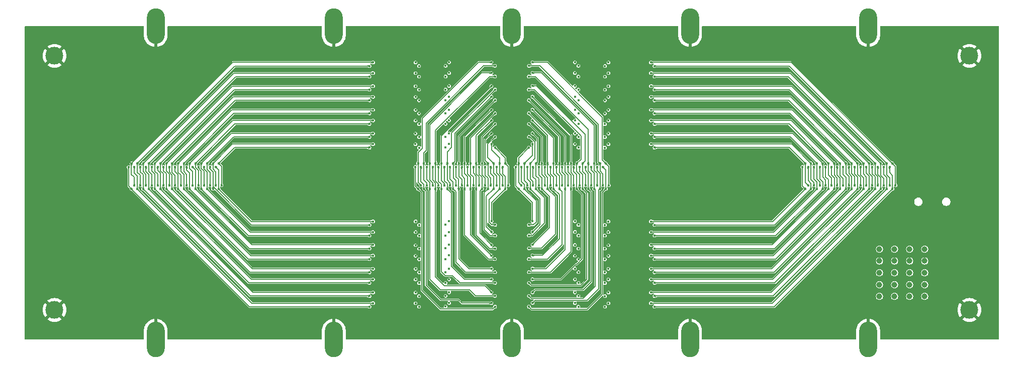
<source format=gbr>
%TF.GenerationSoftware,KiCad,Pcbnew,8.0.2*%
%TF.CreationDate,2024-07-16T15:49:33+02:00*%
%TF.ProjectId,4-MPPC_FARICH_Prototype,342d4d50-5043-45f4-9641-524943485f50,rev?*%
%TF.SameCoordinates,Original*%
%TF.FileFunction,Copper,L5,Inr*%
%TF.FilePolarity,Positive*%
%FSLAX46Y46*%
G04 Gerber Fmt 4.6, Leading zero omitted, Abs format (unit mm)*
G04 Created by KiCad (PCBNEW 8.0.2) date 2024-07-16 15:49:33*
%MOMM*%
%LPD*%
G01*
G04 APERTURE LIST*
%TA.AperFunction,ComponentPad*%
%ADD10O,3.000000X6.000000*%
%TD*%
%TA.AperFunction,ComponentPad*%
%ADD11C,3.000000*%
%TD*%
%TA.AperFunction,ViaPad*%
%ADD12C,0.400000*%
%TD*%
%TA.AperFunction,ViaPad*%
%ADD13C,1.000000*%
%TD*%
%TA.AperFunction,Conductor*%
%ADD14C,0.150000*%
%TD*%
G04 APERTURE END LIST*
D10*
%TO.N,GND*%
%TO.C,3*%
X205900000Y-118625000D03*
%TD*%
%TO.N,GND*%
%TO.C,6*%
X115900000Y-65715000D03*
%TD*%
%TO.N,GND*%
%TO.C,8*%
X85900000Y-65715000D03*
%TD*%
%TO.N,GND*%
%TO.C,*%
X145900000Y-65715000D03*
%TD*%
D11*
%TO.N,GND*%
%TO.C,H1*%
X68855000Y-70715000D03*
%TD*%
D10*
%TO.N,GND*%
%TO.C,*%
X145900000Y-118625000D03*
%TD*%
D11*
%TO.N,GND*%
%TO.C,H3*%
X222945000Y-70715000D03*
%TD*%
D10*
%TO.N,GND*%
%TO.C,5*%
X115900000Y-118625000D03*
%TD*%
%TO.N,GND*%
%TO.C,7*%
X85900000Y-118625000D03*
%TD*%
%TO.N,GND*%
%TO.C,2*%
X175900000Y-65715000D03*
%TD*%
D11*
%TO.N,GND*%
%TO.C,H2*%
X68855000Y-113625000D03*
%TD*%
D10*
%TO.N,GND*%
%TO.C,4*%
X205900000Y-65715000D03*
%TD*%
D11*
%TO.N,GND*%
%TO.C,H4*%
X222945000Y-113625000D03*
%TD*%
D10*
%TO.N,GND*%
%TO.C,1*%
X175900000Y-118625000D03*
%TD*%
D12*
%TO.N,Cube_1_A-H7*%
X84260000Y-92580000D03*
X83770000Y-88880000D03*
X122510707Y-73629293D03*
%TO.N,Cube_1_A-E2*%
X130250000Y-84430000D03*
%TO.N,Cube_1_A-H2*%
X95040000Y-92580000D03*
X94550000Y-88880000D03*
X121910707Y-84419293D03*
%TO.N,Cube_1_A-F8*%
X129650707Y-71829293D03*
%TO.N,Cube_1_A-H5*%
X88180000Y-92580000D03*
X87690000Y-88880000D03*
X122510707Y-77629293D03*
%TO.N,Cube_1_A-G3*%
X92590000Y-88880000D03*
X93080000Y-92580000D03*
X121910707Y-82229293D03*
%TO.N,Cube_1_A-G5*%
X88670000Y-88880000D03*
X89160000Y-92580000D03*
X121910707Y-78229293D03*
%TO.N,Cube_1_A-E6*%
X130250707Y-76429293D03*
%TO.N,Cube_1_A-H1*%
X96020000Y-92580000D03*
X95530000Y-88880000D03*
X122510707Y-85619293D03*
%TO.N,Cube_1_A-E1*%
X129650000Y-85630000D03*
%TO.N,Cube_1_A-E4*%
X130250707Y-80439293D03*
%TO.N,Cube_1_A-G1*%
X97000000Y-92580000D03*
X96510000Y-88880000D03*
X121910707Y-86219293D03*
%TO.N,Cube_1_A-E8*%
X130250707Y-72429293D03*
%TO.N,Cube_1_A-H3*%
X91610000Y-88880000D03*
X92100000Y-92580000D03*
X122510707Y-81629293D03*
%TO.N,Cube_1_A-G4*%
X90140000Y-92580000D03*
X89650000Y-88880000D03*
X122510707Y-79829293D03*
%TO.N,Cube_1_A-F3*%
X130250707Y-82239293D03*
%TO.N,Cube_1_A-F2*%
X129650000Y-83830000D03*
%TO.N,Cube_1_A-E7*%
X129650707Y-73629293D03*
%TO.N,Cube_1_A-F1*%
X130250000Y-86230000D03*
%TO.N,Cube_1_A-F4*%
X129650707Y-79839293D03*
%TO.N,Cube_1_A-F5*%
X130250707Y-78229293D03*
%TO.N,Cube_1_A-E3*%
X129650707Y-81639293D03*
%TO.N,Cube_1_A-H8*%
X82790000Y-88880000D03*
X83280000Y-92580000D03*
X121910707Y-72429293D03*
%TO.N,Cube_1_A-G7*%
X85240000Y-92580000D03*
X84750000Y-88880000D03*
X121910707Y-74229293D03*
%TO.N,Cube_1_A-H6*%
X86710000Y-88880000D03*
X87200000Y-92580000D03*
X121910707Y-76429293D03*
%TO.N,Cube_1_A-G8*%
X82300000Y-92580000D03*
X81810000Y-88880000D03*
X122510707Y-71829293D03*
%TO.N,Cube_1_A-F6*%
X129650707Y-75829293D03*
%TO.N,Cube_1_A-G6*%
X85730000Y-88880000D03*
X86220000Y-92580000D03*
X122510707Y-75829293D03*
%TO.N,Cube_1_A-F7*%
X130250707Y-74229293D03*
%TO.N,Cube_1_A-G2*%
X93570000Y-88880000D03*
X94060000Y-92580000D03*
X122510707Y-83819293D03*
%TO.N,Cube_1_A-H4*%
X90630000Y-88880000D03*
X91120000Y-92580000D03*
X121910707Y-80429293D03*
%TO.N,Cube_1_A-E5*%
X129650707Y-77629293D03*
%TO.N,Cube_1_A-B8*%
X130580707Y-92579293D03*
X130090707Y-88879293D03*
X142450707Y-71809293D03*
%TO.N,Cube_1_A-D7*%
X135310707Y-73609293D03*
%TO.N,Cube_1_A-B1*%
X145280000Y-92580000D03*
X144790000Y-88880000D03*
X143050000Y-86210000D03*
%TO.N,Cube_1_A-C5*%
X134710707Y-78209293D03*
%TO.N,Cube_1_A-C3*%
X134710707Y-82209293D03*
%TO.N,Cube_1_A-C6*%
X135310707Y-75809293D03*
%TO.N,Cube_1_A-A1*%
X143810000Y-88880000D03*
X144300000Y-92580000D03*
X142450000Y-85610000D03*
%TO.N,Cube_1_A-C4*%
X135310707Y-79809293D03*
%TO.N,Cube_1_A-A2*%
X143320000Y-92580000D03*
X142830000Y-88880000D03*
X143050000Y-84410000D03*
%TO.N,Cube_1_A-D5*%
X135310707Y-77609293D03*
%TO.N,Cube_1_A-B6*%
X134500707Y-92579293D03*
X134010707Y-88879293D03*
X142450707Y-75809293D03*
%TO.N,Cube_1_A-B4*%
X138420707Y-92579293D03*
X137930707Y-88879293D03*
X142450707Y-79819293D03*
%TO.N,Cube_1_A-A5*%
X135970707Y-88879293D03*
X136460707Y-92579293D03*
X142450707Y-77609293D03*
%TO.N,Cube_1_A-A4*%
X138910707Y-88879293D03*
X139400707Y-92579293D03*
X143050707Y-80419293D03*
%TO.N,Cube_1_A-B2*%
X141850707Y-88879293D03*
X142340707Y-92579293D03*
X142450000Y-83810000D03*
%TO.N,Cube_1_A-D1*%
X135310707Y-85599293D03*
%TO.N,Cube_1_A-A3*%
X140380707Y-92579293D03*
X139890707Y-88879293D03*
X142450707Y-81619293D03*
%TO.N,Cube_1_A-A7*%
X132050707Y-88879293D03*
X132540707Y-92579293D03*
X142450707Y-73609293D03*
%TO.N,Cube_1_A-C7*%
X134710707Y-74209293D03*
%TO.N,Cube_1_A-D4*%
X134710707Y-80409293D03*
%TO.N,Cube_1_A-B5*%
X136950707Y-88879293D03*
X137440707Y-92579293D03*
X143050707Y-78209293D03*
%TO.N,Cube_1_A-C8*%
X135310707Y-71809293D03*
%TO.N,Cube_1_A-D2*%
X134710707Y-84399293D03*
%TO.N,Cube_1_A-A8*%
X131560707Y-92579293D03*
X131070707Y-88879293D03*
X143050707Y-72409293D03*
D13*
%TO.N,GND*%
X205834293Y-102276793D03*
X205835000Y-110445000D03*
X217945000Y-100715000D03*
X212115000Y-96585000D03*
X214115000Y-112596793D03*
D12*
X77850707Y-90846793D03*
D13*
X216464293Y-112596793D03*
X205745000Y-104335000D03*
X216825000Y-96595000D03*
X205705000Y-108375000D03*
X205815000Y-106385000D03*
D12*
X147621457Y-85399888D03*
D13*
X217035000Y-108385000D03*
X217035000Y-106285000D03*
D12*
X147613207Y-99414293D03*
D13*
X217075000Y-104275000D03*
X208145000Y-100615000D03*
X217075000Y-110355000D03*
X211654293Y-112556793D03*
X209034293Y-112596793D03*
X211785000Y-100585000D03*
X221195000Y-96515000D03*
X206424293Y-112776793D03*
%TO.N,+HV*%
X212875000Y-107355000D03*
X210335000Y-111355000D03*
X212875000Y-103355000D03*
X207795000Y-107355000D03*
X212875000Y-111355000D03*
X215415000Y-105355000D03*
X215415000Y-107355000D03*
X210335000Y-109355000D03*
X207795000Y-109355000D03*
X212875000Y-109355000D03*
X215415000Y-111355000D03*
X210335000Y-107355000D03*
X207795000Y-103355000D03*
X210335000Y-103355000D03*
X210335000Y-105355000D03*
X207795000Y-105355000D03*
X207795000Y-111355000D03*
X215415000Y-109355000D03*
X215415000Y-103355000D03*
X212875000Y-105355000D03*
D12*
%TO.N,Cube_1_A-C1*%
X134710707Y-86199293D03*
%TO.N,Cube_1_A-D8*%
X134710707Y-72409293D03*
%TO.N,Cube_1_A-C2*%
X135310707Y-83799293D03*
%TO.N,Cube_1_A-B3*%
X140870707Y-88879293D03*
X141360707Y-92579293D03*
X143050707Y-82219293D03*
%TO.N,Cube_1_A-D3*%
X135310707Y-81609293D03*
%TO.N,Cube_1_A-A6*%
X134990707Y-88879293D03*
X135480707Y-92579293D03*
X143050707Y-76409293D03*
%TO.N,Cube_1_A-D6*%
X134710707Y-76409293D03*
%TO.N,Cube_1_A-B7*%
X133520707Y-92579293D03*
X133030707Y-88879293D03*
X143050707Y-74209293D03*
%TO.N,Cube_2_A-E5*%
X129650707Y-104479293D03*
%TO.N,Cube_2_A-H4*%
X87690000Y-93180000D03*
X87200000Y-89480000D03*
X121910707Y-107269293D03*
%TO.N,Cube_2_A-F1*%
X130250707Y-113089293D03*
%TO.N,Cube_2_A-F3*%
X130270707Y-109079293D03*
%TO.N,Cube_2_A-H1*%
X82790000Y-93180000D03*
X82300000Y-89480000D03*
X122510707Y-112479293D03*
%TO.N,Cube_2_A-G4*%
X88180000Y-89480000D03*
X88670000Y-93180000D03*
X122510707Y-106669293D03*
%TO.N,Cube_2_A-G2*%
X84750000Y-93180000D03*
X84260000Y-89480000D03*
X84750000Y-93180000D03*
X122510707Y-110679293D03*
%TO.N,Cube_2_A-F6*%
X129650707Y-102679293D03*
%TO.N,Cube_2_A-F8*%
X129670707Y-98679293D03*
%TO.N,Cube_2_A-F4*%
X129670707Y-106679293D03*
%TO.N,Cube_2_A-G3*%
X85730000Y-93180000D03*
X85240000Y-89480000D03*
X121910707Y-109069293D03*
%TO.N,Cube_2_A-E8*%
X130270707Y-99279293D03*
%TO.N,Cube_2_A-F5*%
X130250707Y-105079293D03*
%TO.N,Cube_2_A-H7*%
X94550000Y-93180000D03*
X94060000Y-89480000D03*
X122510707Y-100479293D03*
%TO.N,Cube_2_A-H2*%
X83280000Y-89480000D03*
X83770000Y-93180000D03*
X121910707Y-111279293D03*
%TO.N,Cube_2_A-H6*%
X91610000Y-93180000D03*
X91120000Y-89480000D03*
X121910707Y-103249293D03*
%TO.N,Cube_2_A-E2*%
X130250707Y-111289293D03*
%TO.N,Cube_2_A-H5*%
X90630000Y-93180000D03*
X90140000Y-89480000D03*
X122510707Y-104449293D03*
%TO.N,Cube_2_A-H3*%
X86710000Y-93180000D03*
X86220000Y-89480000D03*
X122510707Y-108469293D03*
%TO.N,Cube_2_A-E6*%
X130250707Y-103279293D03*
%TO.N,Cube_2_A-F2*%
X129650707Y-110689293D03*
%TO.N,Cube_2_A-E7*%
X129670707Y-100479293D03*
%TO.N,Cube_2_A-G6*%
X92590000Y-93180000D03*
X92100000Y-89480000D03*
X122510707Y-102649293D03*
%TO.N,Cube_2_A-E4*%
X130270707Y-107279293D03*
%TO.N,Cube_2_A-G7*%
X93080000Y-89480000D03*
X93570000Y-93180000D03*
X121910707Y-101079293D03*
%TO.N,Cube_2_A-E3*%
X129670707Y-108479293D03*
%TO.N,Cube_2_A-F7*%
X130270707Y-101079293D03*
%TO.N,Cube_2_A-G8*%
X96020000Y-89480000D03*
X96510000Y-93180000D03*
X122510707Y-98679293D03*
%TO.N,Cube_2_A-E1*%
X129650707Y-112489293D03*
%TO.N,Cube_2_A-G5*%
X89650000Y-93180000D03*
X89160000Y-89480000D03*
X121910707Y-105049293D03*
%TO.N,Cube_2_A-H8*%
X95530000Y-93180000D03*
X95040000Y-89480000D03*
X121910707Y-99279293D03*
%TO.N,Cube_2_A-G1*%
X81810000Y-93180000D03*
X81320000Y-89480000D03*
X121910707Y-113079293D03*
%TO.N,Cube_2_A-C2*%
X135310707Y-110659293D03*
%TO.N,Cube_2_A-C6*%
X135310707Y-102629293D03*
%TO.N,Cube_2_A-D3*%
X135310707Y-108449293D03*
%TO.N,Cube_2_A-D6*%
X134710707Y-103229293D03*
%TO.N,Cube_2_A-A7*%
X142830707Y-93179293D03*
X142340707Y-89479293D03*
X142470707Y-100459293D03*
%TO.N,Cube_2_A-A8*%
X143320707Y-89479293D03*
X143810000Y-93180000D03*
X143070707Y-99259293D03*
%TO.N,Cube_2_A-B3*%
X134010707Y-93179293D03*
X133520707Y-89479293D03*
X143070707Y-109059293D03*
%TO.N,Cube_2_A-B1*%
X129600707Y-89479293D03*
X130090707Y-93179293D03*
X143050707Y-113069293D03*
%TO.N,Cube_2_A-C4*%
X135310707Y-106649293D03*
%TO.N,Cube_2_A-A2*%
X131560707Y-89479293D03*
X132050707Y-93179293D03*
X143050707Y-111269293D03*
%TO.N,Cube_2_A-A3*%
X134990707Y-93179293D03*
X134500707Y-89479293D03*
X142470707Y-108459293D03*
%TO.N,Cube_2_A-D7*%
X135310707Y-100459293D03*
%TO.N,Cube_2_A-D1*%
X135310707Y-112459293D03*
%TO.N,Cube_2_A-D5*%
X135310707Y-104429293D03*
%TO.N,Cube_2_A-D4*%
X134710707Y-107249293D03*
%TO.N,Cube_2_A-C5*%
X134710707Y-105029293D03*
%TO.N,Cube_2_A-A1*%
X130580707Y-89479293D03*
X131070707Y-93179293D03*
X142450707Y-112469293D03*
%TO.N,Cube_2_A-C8*%
X135310707Y-98659293D03*
%TO.N,Cube_2_A-A4*%
X135970707Y-93179293D03*
X135480707Y-89479293D03*
X143070707Y-107259293D03*
%TO.N,Cube_2_A-B5*%
X137440707Y-89479293D03*
X137930707Y-93179293D03*
X143050707Y-105059293D03*
%TO.N,Cube_2_A-B4*%
X136460707Y-89479293D03*
X136950707Y-93179293D03*
X142470707Y-106659293D03*
%TO.N,Cube_2_A-A6*%
X139400707Y-89479293D03*
X139890707Y-93179293D03*
X143050707Y-103259293D03*
%TO.N,Cube_2_A-B7*%
X141850707Y-93179293D03*
X141850707Y-93179293D03*
X141360707Y-89479293D03*
X143070707Y-101059293D03*
%TO.N,Cube_2_A-D2*%
X134710707Y-111259293D03*
%TO.N,Cube_2_A-C7*%
X134710707Y-101059293D03*
%TO.N,Cube_2_A-A5*%
X138420707Y-89479293D03*
X138910707Y-93179293D03*
X142450707Y-104459293D03*
%TO.N,Cube_2_A-B8*%
X144790000Y-93180000D03*
X144300000Y-89480000D03*
X142470707Y-98659293D03*
%TO.N,Cube_2_A-B2*%
X133030707Y-93179293D03*
X132540707Y-89479293D03*
X142450707Y-110669293D03*
%TO.N,Cube_2_A-D8*%
X134710707Y-99259293D03*
%TO.N,Cube_2_A-C1*%
X134710707Y-113059293D03*
%TO.N,Cube_2_A-B6*%
X140870707Y-93179293D03*
X140380707Y-89479293D03*
X142450707Y-102659293D03*
%TO.N,Cube_2_A-C3*%
X134710707Y-109049293D03*
%TO.N,Cube_3_A-E8*%
X157090707Y-72409293D03*
%TO.N,Cube_3_A-G2*%
X158770000Y-88880000D03*
X159260000Y-92580000D03*
X148750707Y-74209293D03*
%TO.N,Cube_3_A-E7*%
X156490707Y-73609293D03*
%TO.N,Cube_3_A-E3*%
X156490707Y-81619293D03*
%TO.N,Cube_3_A-E1*%
X156490000Y-85610000D03*
%TO.N,Cube_3_A-H6*%
X151910000Y-88880000D03*
X152400000Y-92580000D03*
X149350707Y-81609293D03*
%TO.N,Cube_3_A-F6*%
X156490707Y-75809293D03*
%TO.N,Cube_3_A-F3*%
X157090707Y-82219293D03*
%TO.N,Cube_3_A-G3*%
X157790000Y-88880000D03*
X158280000Y-92580000D03*
X149350707Y-75809293D03*
%TO.N,Cube_3_A-F2*%
X156490000Y-83810000D03*
%TO.N,Cube_3_A-G1*%
X161710000Y-88880000D03*
X162200000Y-92580000D03*
X149350707Y-71809293D03*
%TO.N,Cube_3_A-G4*%
X155340000Y-92580000D03*
X154850000Y-88880000D03*
X148750707Y-78209293D03*
%TO.N,Cube_3_A-G7*%
X149950000Y-88880000D03*
X150440000Y-92580000D03*
X149950000Y-88880000D03*
X149350707Y-83799293D03*
%TO.N,Cube_3_A-F4*%
X156490707Y-79819293D03*
%TO.N,Cube_3_A-H1*%
X160730000Y-88880000D03*
X161220000Y-92580000D03*
X148750707Y-72409293D03*
%TO.N,Cube_3_A-H4*%
X156320000Y-92580000D03*
X155830000Y-88880000D03*
X149350707Y-77609293D03*
%TO.N,Cube_3_A-H3*%
X157300000Y-92580000D03*
X156810000Y-88880000D03*
X148750707Y-76409293D03*
%TO.N,Cube_3_A-G6*%
X151420000Y-92580000D03*
X150930000Y-88880000D03*
X148750707Y-82209293D03*
%TO.N,Cube_3_A-E5*%
X156490707Y-77609293D03*
%TO.N,Cube_3_A-E6*%
X157090707Y-76409293D03*
%TO.N,Cube_3_A-E4*%
X157090707Y-80419293D03*
%TO.N,Cube_3_A-G8*%
X147500707Y-92579293D03*
X147010000Y-88880000D03*
X148750707Y-86199293D03*
%TO.N,Cube_3_A-H8*%
X147990707Y-88879293D03*
X148480000Y-92580000D03*
X149350707Y-85599293D03*
%TO.N,Cube_3_A-F5*%
X157090707Y-78209293D03*
%TO.N,Cube_3_A-F1*%
X157090000Y-86210000D03*
%TO.N,Cube_3_A-E2*%
X157090000Y-84410000D03*
%TO.N,Cube_3_A-H2*%
X160240000Y-92580000D03*
X159750000Y-88880000D03*
X149350707Y-73609293D03*
%TO.N,Cube_3_A-F7*%
X157090707Y-74209293D03*
%TO.N,Cube_3_A-G5*%
X154360000Y-92580000D03*
X153870000Y-88880000D03*
X149350707Y-79809293D03*
%TO.N,Cube_3_A-H7*%
X148970000Y-88880000D03*
X149460000Y-92580000D03*
X148750707Y-84399293D03*
%TO.N,Cube_3_A-H5*%
X152890000Y-88880000D03*
X153380000Y-92580000D03*
X148750707Y-80409293D03*
%TO.N,Cube_3_A-F8*%
X156490707Y-71809293D03*
%TO.N,Cube_4_A-F8*%
X156510707Y-98659293D03*
%TO.N,Cube_4_A-F4*%
X156510707Y-106659293D03*
%TO.N,Cube_4_A-E8*%
X157110707Y-99259293D03*
%TO.N,Cube_4_A-E6*%
X157090707Y-103259293D03*
%TO.N,Cube_4_A-G8*%
X161710000Y-93180000D03*
X161220000Y-89480000D03*
X148750707Y-113059293D03*
%TO.N,Cube_4_A-F5*%
X157090707Y-105059293D03*
%TO.N,Cube_4_A-F6*%
X156490707Y-102659293D03*
%TO.N,Cube_4_A-E5*%
X156490707Y-104459293D03*
%TO.N,Cube_4_A-H6*%
X156810000Y-93180000D03*
X156320000Y-89480000D03*
X149350707Y-108449293D03*
%TO.N,Cube_4_A-H1*%
X147500707Y-89479293D03*
X147990707Y-93179293D03*
X148750707Y-99259293D03*
%TO.N,Cube_4_A-F3*%
X157110707Y-109059293D03*
%TO.N,Cube_4_A-E4*%
X157110707Y-107259293D03*
%TO.N,Cube_4_A-E1*%
X156490707Y-112469293D03*
%TO.N,Cube_4_A-H2*%
X148970707Y-93179293D03*
X148480707Y-89479293D03*
X149350707Y-100459293D03*
%TO.N,Cube_4_A-H5*%
X155830000Y-93180000D03*
X155340000Y-89480000D03*
X148750707Y-107249293D03*
%TO.N,Cube_4_A-G3*%
X150440000Y-89480000D03*
X150930000Y-93180000D03*
X149350707Y-102629293D03*
%TO.N,Cube_4_A-G7*%
X158770000Y-93180000D03*
X158280000Y-89480000D03*
X149350707Y-110659293D03*
%TO.N,Cube_4_A-F7*%
X157110707Y-101059293D03*
%TO.N,Cube_4_A-E3*%
X156510707Y-108459293D03*
%TO.N,Cube_4_A-G1*%
X147010707Y-93179293D03*
X146520000Y-89480000D03*
X149350707Y-98659293D03*
%TO.N,Cube_4_A-H7*%
X159750000Y-93180000D03*
X159260000Y-89480000D03*
X148750707Y-111259293D03*
%TO.N,Cube_4_A-F2*%
X156490707Y-110669293D03*
%TO.N,Cube_4_A-G4*%
X153380000Y-89480000D03*
X153870000Y-93180000D03*
X148750707Y-105029293D03*
%TO.N,Cube_4_A-E7*%
X156510707Y-100459293D03*
%TO.N,Cube_4_A-G6*%
X157300000Y-89480000D03*
X157790000Y-93180000D03*
X148750707Y-109049293D03*
%TO.N,Cube_4_A-G2*%
X149460000Y-89480000D03*
X149950000Y-93180000D03*
X148750707Y-101059293D03*
%TO.N,Cube_4_A-H8*%
X160730000Y-93180000D03*
X160240000Y-89480000D03*
X149350707Y-112459293D03*
%TO.N,Cube_4_A-H3*%
X151420000Y-89480000D03*
X151910000Y-93180000D03*
X148750707Y-103229293D03*
%TO.N,Cube_4_A-G5*%
X154850000Y-93180000D03*
X154360000Y-89480000D03*
X149350707Y-106649293D03*
%TO.N,Cube_4_A-H4*%
X152890000Y-93180000D03*
X152400000Y-89480000D03*
X149350707Y-104429293D03*
%TO.N,Cube_4_A-E2*%
X157090707Y-111269293D03*
%TO.N,Cube_4_A-F1*%
X157090707Y-113069293D03*
%TO.N,Cube_3_A-B5*%
X203620707Y-92579293D03*
X203130707Y-88879293D03*
X169900707Y-78229293D03*
%TO.N,Cube_3_A-D3*%
X162160707Y-81639293D03*
%TO.N,Cube_3_A-B8*%
X209990000Y-88880000D03*
X210480000Y-92580000D03*
X169300707Y-71829293D03*
%TO.N,Cube_3_A-B7*%
X207050707Y-88879293D03*
X207540707Y-92579293D03*
X169900707Y-74229293D03*
%TO.N,Cube_3_A-B4*%
X202150707Y-88879293D03*
X202640707Y-92579293D03*
X169300707Y-79829293D03*
%TO.N,Cube_3_A-B6*%
X206070707Y-88879293D03*
X206560707Y-92579293D03*
X169300707Y-75829293D03*
%TO.N,Cube_3_A-D5*%
X162160707Y-77629293D03*
%TO.N,Cube_3_A-A6*%
X205580707Y-92579293D03*
X205090707Y-88879293D03*
X169900707Y-76429293D03*
%TO.N,Cube_3_A-B3*%
X199700707Y-92579293D03*
X199210707Y-88879293D03*
X169900707Y-82229293D03*
%TO.N,Cube_3_A-C2*%
X162161414Y-83830000D03*
%TO.N,Cube_3_A-C7*%
X161560707Y-74229293D03*
%TO.N,Cube_3_A-C6*%
X162160707Y-75829293D03*
%TO.N,Cube_3_A-C1*%
X161561414Y-86230000D03*
%TO.N,Cube_3_A-A8*%
X209010000Y-88880000D03*
X209500000Y-92580000D03*
X169900707Y-72429293D03*
%TO.N,Cube_3_A-C8*%
X162160707Y-71829293D03*
%TO.N,Cube_3_A-B2*%
X198720707Y-92579293D03*
X198230707Y-88879293D03*
X169300707Y-83819293D03*
%TO.N,Cube_3_A-A7*%
X208520000Y-92580000D03*
X208030000Y-88880000D03*
X169300707Y-73629293D03*
%TO.N,Cube_3_A-D8*%
X161560707Y-72429293D03*
%TO.N,Cube_3_A-C5*%
X161560707Y-78229293D03*
%TO.N,Cube_3_A-D7*%
X162160707Y-73629293D03*
%TO.N,Cube_3_A-D1*%
X162161414Y-85630000D03*
%TO.N,Cube_3_A-D2*%
X161561414Y-84430000D03*
%TO.N,Cube_3_A-D4*%
X161560707Y-80439293D03*
%TO.N,Cube_3_A-A5*%
X204110707Y-88879293D03*
X204600707Y-92579293D03*
X169300707Y-77629293D03*
%TO.N,Cube_3_A-A4*%
X201660707Y-92579293D03*
X201170707Y-88879293D03*
X169900707Y-80429293D03*
%TO.N,Cube_3_A-C3*%
X161560707Y-82239293D03*
%TO.N,Cube_3_A-D6*%
X161560707Y-76429293D03*
%TO.N,Cube_3_A-A3*%
X200680707Y-92579293D03*
X200190707Y-88879293D03*
X169300707Y-81629293D03*
%TO.N,Cube_3_A-C4*%
X162160707Y-79839293D03*
%TO.N,Cube_4_A-D6*%
X161560707Y-103279293D03*
%TO.N,Cube_4_A-A2*%
X207540707Y-89479293D03*
X208030707Y-93179293D03*
X169900707Y-111279293D03*
%TO.N,Cube_4_A-D4*%
X161540707Y-107279293D03*
%TO.N,Cube_4_A-A1*%
X209010000Y-93180000D03*
X208520707Y-89479293D03*
X169300707Y-112479293D03*
%TO.N,Cube_4_A-B8*%
X194800707Y-89479293D03*
X195290707Y-93179293D03*
X169300707Y-98679293D03*
%TO.N,Cube_4_A-A4*%
X204110707Y-93179293D03*
X203620707Y-89479293D03*
X169900707Y-107269293D03*
%TO.N,Cube_4_A-A5*%
X201170707Y-93179293D03*
X200680707Y-89479293D03*
X169300707Y-104449293D03*
%TO.N,Cube_4_A-C8*%
X162140707Y-98679293D03*
%TO.N,Cube_4_A-C2*%
X162160707Y-110689293D03*
%TO.N,Cube_4_A-D2*%
X161560707Y-111289293D03*
%TO.N,Cube_4_A-A8*%
X196270707Y-93179293D03*
X195780707Y-89479293D03*
X169900707Y-99279293D03*
%TO.N,Cube_4_A-C5*%
X161560707Y-105079293D03*
%TO.N,Cube_4_A-B5*%
X202150707Y-93179293D03*
X201660707Y-89479293D03*
X169900707Y-105049293D03*
%TO.N,Cube_4_A-D5*%
X162160707Y-104479293D03*
%TO.N,Cube_4_A-A7*%
X197250707Y-93179293D03*
X196760707Y-89479293D03*
X169300707Y-100479293D03*
%TO.N,Cube_4_A-D3*%
X162140707Y-108479293D03*
%TO.N,Cube_4_A-A3*%
X205090707Y-93179293D03*
X204600707Y-89479293D03*
X169300707Y-108469293D03*
%TO.N,Cube_4_A-C7*%
X161540707Y-101079293D03*
%TO.N,Cube_4_A-B2*%
X207050707Y-93179293D03*
X207050707Y-93179293D03*
X206560707Y-89479293D03*
X169300707Y-110679293D03*
%TO.N,Cube_4_A-D1*%
X162160707Y-112489293D03*
%TO.N,Cube_4_A-B3*%
X206070707Y-93179293D03*
X205580707Y-89479293D03*
X169900707Y-109069293D03*
%TO.N,Cube_4_A-C4*%
X162140707Y-106679293D03*
%TO.N,Cube_4_A-C6*%
X162160707Y-102679293D03*
%TO.N,Cube_4_A-C1*%
X161560707Y-113089293D03*
%TO.N,Cube_4_A-A6*%
X200190707Y-93179293D03*
X199700707Y-89479293D03*
X169900707Y-103249293D03*
%TO.N,Cube_4_A-D8*%
X161540707Y-99279293D03*
%TO.N,Cube_4_A-B1*%
X209990000Y-93180000D03*
X209500000Y-89480000D03*
X169900707Y-113079293D03*
%TO.N,Cube_4_A-D7*%
X162140707Y-100479293D03*
%TO.N,Cube_4_A-C3*%
X161540707Y-109079293D03*
%TO.N,Cube_4_A-B6*%
X199210707Y-93179293D03*
X198720707Y-89479293D03*
X169300707Y-102649293D03*
%TO.N,Cube_4_A-B7*%
X197740707Y-89479293D03*
X198230707Y-93179293D03*
X169900707Y-101079293D03*
%TO.N,Cube_4_A-B4*%
X202640707Y-89479293D03*
X203130707Y-93179293D03*
X169300707Y-106669293D03*
%TO.N,Cube_3_A-A1*%
X196270707Y-88879293D03*
X196760707Y-92579293D03*
X169300707Y-85619293D03*
%TO.N,Cube_3_A-A2*%
X197250707Y-88879293D03*
X197740707Y-92579293D03*
X169900707Y-84419293D03*
%TO.N,Cube_3_A-B1*%
X195290707Y-88879293D03*
X195780707Y-92579293D03*
X169900707Y-86219293D03*
%TD*%
D14*
%TO.N,Cube_1_A-H7*%
X84260000Y-92580000D02*
X84260000Y-90758586D01*
X84260000Y-90758586D02*
X83770000Y-90268586D01*
X83770000Y-90268586D02*
X83770000Y-88880000D01*
X83770000Y-88880000D02*
X99020707Y-73629293D01*
X99020707Y-73629293D02*
X122510707Y-73629293D01*
%TO.N,Cube_1_A-H2*%
X94550000Y-89918586D02*
X94550000Y-88880000D01*
X95040000Y-92580000D02*
X95040000Y-90408586D01*
X99010707Y-84419293D02*
X121910707Y-84419293D01*
X95040000Y-90408586D02*
X94550000Y-89918586D01*
X94550000Y-88880000D02*
X99010707Y-84419293D01*
%TO.N,Cube_1_A-H5*%
X88180000Y-90692140D02*
X87690000Y-90202140D01*
X88180000Y-92580000D02*
X88180000Y-90692140D01*
X98940707Y-77629293D02*
X122510707Y-77629293D01*
X87690000Y-88880000D02*
X98940707Y-77629293D01*
X87690000Y-90202140D02*
X87690000Y-88880000D01*
%TO.N,Cube_1_A-G3*%
X92590000Y-88880000D02*
X99240707Y-82229293D01*
X92590000Y-89591041D02*
X92590000Y-88880000D01*
X99240707Y-82229293D02*
X121910707Y-82229293D01*
X93080000Y-92580000D02*
X93080000Y-90081041D01*
X93080000Y-90081041D02*
X92590000Y-89591041D01*
%TO.N,Cube_1_A-G5*%
X89160000Y-92580000D02*
X89160000Y-90888586D01*
X88670000Y-90398586D02*
X88670000Y-88880000D01*
X99320707Y-78229293D02*
X121910707Y-78229293D01*
X89160000Y-90888586D02*
X88670000Y-90398586D01*
X88670000Y-88880000D02*
X99320707Y-78229293D01*
%TO.N,Cube_1_A-H1*%
X95530000Y-88880000D02*
X98790707Y-85619293D01*
X98790707Y-85619293D02*
X122510707Y-85619293D01*
X96020000Y-90308586D02*
X95530000Y-89818586D01*
X96020000Y-92580000D02*
X96020000Y-90308586D01*
X95530000Y-89818586D02*
X95530000Y-88880000D01*
%TO.N,Cube_1_A-G1*%
X96510000Y-88880000D02*
X99170707Y-86219293D01*
X99170707Y-86219293D02*
X121910707Y-86219293D01*
X97000000Y-89370000D02*
X96510000Y-88880000D01*
X97000000Y-92580000D02*
X97000000Y-89370000D01*
%TO.N,Cube_1_A-H3*%
X91610000Y-89748586D02*
X91610000Y-88880000D01*
X92100000Y-92580000D02*
X92100000Y-90238586D01*
X98860707Y-81629293D02*
X122510707Y-81629293D01*
X91610000Y-88880000D02*
X98860707Y-81629293D01*
X92100000Y-90238586D02*
X91610000Y-89748586D01*
%TO.N,Cube_1_A-G4*%
X90140000Y-90878586D02*
X89650000Y-90388586D01*
X98700707Y-79829293D02*
X122510707Y-79829293D01*
X89650000Y-90388586D02*
X89650000Y-88880000D01*
X90140000Y-92580000D02*
X90140000Y-90878586D01*
X89650000Y-88880000D02*
X98700707Y-79829293D01*
%TO.N,Cube_1_A-H8*%
X82790000Y-88880000D02*
X99240707Y-72429293D01*
X83280000Y-90868586D02*
X82790000Y-90378586D01*
X82790000Y-90378586D02*
X82790000Y-88880000D01*
X99240707Y-72429293D02*
X121910707Y-72429293D01*
X83280000Y-92580000D02*
X83280000Y-90868586D01*
%TO.N,Cube_1_A-G7*%
X85240000Y-90738586D02*
X84750000Y-90248586D01*
X99400707Y-74229293D02*
X121910707Y-74229293D01*
X85240000Y-92580000D02*
X85240000Y-90738586D01*
X84750000Y-88880000D02*
X99400707Y-74229293D01*
X84750000Y-90248586D02*
X84750000Y-88880000D01*
%TO.N,Cube_1_A-H6*%
X86710000Y-88880000D02*
X99160707Y-76429293D01*
X86710000Y-90128586D02*
X86710000Y-88880000D01*
X99160707Y-76429293D02*
X121910707Y-76429293D01*
X87200000Y-92580000D02*
X87200000Y-90618586D01*
X87200000Y-90618586D02*
X86710000Y-90128586D01*
%TO.N,Cube_1_A-G8*%
X81810000Y-90728586D02*
X81810000Y-88880000D01*
X81810000Y-88880000D02*
X98860707Y-71829293D01*
X82300000Y-92580000D02*
X82300000Y-91218586D01*
X98860707Y-71829293D02*
X122510707Y-71829293D01*
X82300000Y-91218586D02*
X81810000Y-90728586D01*
%TO.N,Cube_1_A-G6*%
X98780707Y-75829293D02*
X122510707Y-75829293D01*
X85730000Y-90208586D02*
X85730000Y-88880000D01*
X86220000Y-92580000D02*
X86220000Y-90698586D01*
X85730000Y-88880000D02*
X98780707Y-75829293D01*
X86220000Y-90698586D02*
X85730000Y-90208586D01*
%TO.N,Cube_1_A-G2*%
X98630707Y-83819293D02*
X122510707Y-83819293D01*
X93570000Y-88880000D02*
X98630707Y-83819293D01*
X94060000Y-92580000D02*
X94060000Y-90192140D01*
X94060000Y-90192140D02*
X93570000Y-89702140D01*
X93570000Y-89702140D02*
X93570000Y-88880000D01*
%TO.N,Cube_1_A-H4*%
X91120000Y-90738586D02*
X90630000Y-90248586D01*
X91120000Y-92580000D02*
X91120000Y-90738586D01*
X90630000Y-88880000D02*
X99080707Y-80429293D01*
X90630000Y-90248586D02*
X90630000Y-88880000D01*
X99080707Y-80429293D02*
X121910707Y-80429293D01*
%TO.N,Cube_1_A-B8*%
X130090707Y-92089293D02*
X130090707Y-88879293D01*
X130090707Y-87029293D02*
X130780707Y-86339293D01*
X130090707Y-88879293D02*
X130090707Y-87029293D01*
X140250707Y-71809293D02*
X142450707Y-71809293D01*
X130780707Y-86339293D02*
X130780707Y-81279293D01*
X130780707Y-81279293D02*
X140250707Y-71809293D01*
X130580707Y-92579293D02*
X130090707Y-92089293D01*
%TO.N,Cube_1_A-B1*%
X143050000Y-86210000D02*
X144790000Y-87950000D01*
X145280000Y-92580000D02*
X145280000Y-89370000D01*
X144790000Y-87950000D02*
X144790000Y-88880000D01*
X145280000Y-89370000D02*
X144790000Y-88880000D01*
%TO.N,Cube_1_A-A1*%
X143810000Y-88880000D02*
X143810000Y-87988586D01*
X143810000Y-87988586D02*
X142450000Y-86628586D01*
X143810000Y-90625032D02*
X143810000Y-88880000D01*
X142450000Y-86628586D02*
X142450000Y-85610000D01*
X144300000Y-91115032D02*
X143810000Y-90625032D01*
X144300000Y-92580000D02*
X144300000Y-91115032D01*
%TO.N,Cube_1_A-A2*%
X141830707Y-85628252D02*
X143048959Y-84410000D01*
X143048959Y-84410000D02*
X143050000Y-84410000D01*
X142830000Y-90488586D02*
X142830000Y-88880000D01*
X141830707Y-87880707D02*
X141830707Y-85628252D01*
X143320000Y-92580000D02*
X143320000Y-90978586D01*
X143320000Y-90978586D02*
X142830000Y-90488586D01*
X142830000Y-88880000D02*
X141830707Y-87880707D01*
%TO.N,Cube_1_A-B6*%
X134500707Y-92289293D02*
X134500707Y-92579293D01*
X134010707Y-91799293D02*
X134500707Y-92289293D01*
X134010707Y-88879293D02*
X134010707Y-91799293D01*
X134010707Y-88879293D02*
X134010707Y-84249293D01*
X134010707Y-84249293D02*
X142450707Y-75809293D01*
%TO.N,Cube_1_A-B4*%
X137930707Y-90599293D02*
X137930707Y-88879293D01*
X137930707Y-88879293D02*
X137930707Y-84339293D01*
X138420707Y-92579293D02*
X138420707Y-91089293D01*
X138420707Y-91089293D02*
X137930707Y-90599293D01*
X137930707Y-84339293D02*
X142450707Y-79819293D01*
%TO.N,Cube_1_A-A5*%
X136035707Y-88944293D02*
X135970707Y-88879293D01*
X136035707Y-91314293D02*
X136035707Y-88944293D01*
X135970707Y-88879293D02*
X136260707Y-88589293D01*
X136260707Y-83799293D02*
X142450707Y-77609293D01*
X136460707Y-91739293D02*
X136035707Y-91314293D01*
X136260707Y-88589293D02*
X136260707Y-83799293D01*
X136460707Y-92579293D02*
X136460707Y-91739293D01*
%TO.N,Cube_1_A-A4*%
X138910707Y-90719293D02*
X138910707Y-88879293D01*
X139400707Y-92579293D02*
X139400707Y-91209293D01*
X143049666Y-80419293D02*
X143050707Y-80419293D01*
X138910707Y-84558252D02*
X143049666Y-80419293D01*
X139400707Y-91209293D02*
X138910707Y-90719293D01*
X138910707Y-88879293D02*
X138910707Y-84558252D01*
%TO.N,Cube_1_A-B2*%
X141390707Y-84869293D02*
X142450000Y-83810000D01*
X141850707Y-88879293D02*
X141390707Y-88419293D01*
X142340707Y-91309293D02*
X141850707Y-90819293D01*
X142340707Y-92579293D02*
X142340707Y-91309293D01*
X141850707Y-90819293D02*
X141850707Y-88879293D01*
X141390707Y-88419293D02*
X141390707Y-84869293D01*
%TO.N,Cube_1_A-A3*%
X139890707Y-88879293D02*
X139890707Y-84179293D01*
X140380707Y-92579293D02*
X140380707Y-91129293D01*
X139890707Y-84179293D02*
X142450707Y-81619293D01*
X140380707Y-91129293D02*
X139890707Y-90639293D01*
X139890707Y-90639293D02*
X139890707Y-88879293D01*
%TO.N,Cube_1_A-A7*%
X140790707Y-73609293D02*
X142450707Y-73609293D01*
X132050707Y-88879293D02*
X132050707Y-82349293D01*
X132050707Y-91689293D02*
X132050707Y-88879293D01*
X132540707Y-92579293D02*
X132540707Y-92179293D01*
X132540707Y-92179293D02*
X132050707Y-91689293D01*
X132050707Y-82349293D02*
X140790707Y-73609293D01*
%TO.N,Cube_1_A-B5*%
X137440707Y-91569293D02*
X136950707Y-91079293D01*
X136950707Y-84309293D02*
X143050707Y-78209293D01*
X136950707Y-91079293D02*
X136950707Y-88879293D01*
X137440707Y-92579293D02*
X137440707Y-91569293D01*
X136950707Y-88879293D02*
X136950707Y-84309293D01*
%TO.N,Cube_1_A-A8*%
X131560707Y-92579293D02*
X131560707Y-92169293D01*
X131070707Y-88879293D02*
X131070707Y-87099293D01*
X131440707Y-82080334D02*
X141111748Y-72409293D01*
X131070707Y-87099293D02*
X131440707Y-86729293D01*
X141111748Y-72409293D02*
X143050707Y-72409293D01*
X131560707Y-92169293D02*
X131070707Y-91679293D01*
X131070707Y-91679293D02*
X131070707Y-88879293D01*
X131440707Y-86729293D02*
X131440707Y-82080334D01*
%TO.N,Cube_1_A-B3*%
X140870707Y-88879293D02*
X140870707Y-84399293D01*
X140870707Y-90819293D02*
X140870707Y-88879293D01*
X141360707Y-91309293D02*
X140870707Y-90819293D01*
X141360707Y-92579293D02*
X141360707Y-91309293D01*
X140870707Y-84399293D02*
X143050707Y-82219293D01*
%TO.N,Cube_1_A-A6*%
X135480707Y-92179293D02*
X135030707Y-91729293D01*
X143049666Y-76409293D02*
X143050707Y-76409293D01*
X135030707Y-91729293D02*
X135030707Y-88919293D01*
X135030707Y-88919293D02*
X134990707Y-88879293D01*
X135735707Y-83723252D02*
X143049666Y-76409293D01*
X135735707Y-86184293D02*
X135735707Y-83723252D01*
X135480707Y-92579293D02*
X135480707Y-92179293D01*
X134990707Y-86929293D02*
X135735707Y-86184293D01*
X134990707Y-88879293D02*
X134990707Y-86929293D01*
%TO.N,Cube_1_A-B7*%
X133030707Y-91865739D02*
X133520707Y-92355739D01*
X133030707Y-88879293D02*
X133030707Y-91865739D01*
X133030707Y-83288252D02*
X142109666Y-74209293D01*
X133520707Y-92355739D02*
X133520707Y-92579293D01*
X133030707Y-88879293D02*
X133030707Y-83288252D01*
X142109666Y-74209293D02*
X143050707Y-74209293D01*
%TO.N,Cube_2_A-H4*%
X101779293Y-107269293D02*
X121910707Y-107269293D01*
X87690000Y-93180000D02*
X101779293Y-107269293D01*
X87200000Y-90138586D02*
X87690000Y-90628586D01*
X87200000Y-89480000D02*
X87200000Y-90138586D01*
X87690000Y-90628586D02*
X87690000Y-93180000D01*
%TO.N,Cube_2_A-H1*%
X82790000Y-93180000D02*
X102089293Y-112479293D01*
X102089293Y-112479293D02*
X122510707Y-112479293D01*
X82300000Y-89480000D02*
X82300000Y-90498586D01*
X82790000Y-90988586D02*
X82790000Y-93180000D01*
X82300000Y-90498586D02*
X82790000Y-90988586D01*
%TO.N,Cube_2_A-G4*%
X88670000Y-90828586D02*
X88670000Y-93180000D01*
X102159293Y-106669293D02*
X122510707Y-106669293D01*
X88180000Y-90338586D02*
X88670000Y-90828586D01*
X88670000Y-93180000D02*
X102159293Y-106669293D01*
X88180000Y-89480000D02*
X88180000Y-90338586D01*
%TO.N,Cube_2_A-G2*%
X102249293Y-110679293D02*
X122510707Y-110679293D01*
X84750000Y-90768586D02*
X84750000Y-93180000D01*
X84750000Y-93180000D02*
X102249293Y-110679293D01*
X84260000Y-90278586D02*
X84750000Y-90768586D01*
X84260000Y-89480000D02*
X84260000Y-90278586D01*
%TO.N,Cube_2_A-G3*%
X85730000Y-93180000D02*
X101619293Y-109069293D01*
X85240000Y-90158586D02*
X85730000Y-90648586D01*
X85240000Y-89480000D02*
X85240000Y-90158586D01*
X101619293Y-109069293D02*
X121910707Y-109069293D01*
X85730000Y-90648586D02*
X85730000Y-93180000D01*
%TO.N,Cube_2_A-H7*%
X101849293Y-100479293D02*
X122510707Y-100479293D01*
X94060000Y-89838586D02*
X94550000Y-90328586D01*
X94550000Y-90328586D02*
X94550000Y-93180000D01*
X94060000Y-89480000D02*
X94060000Y-89838586D01*
X94550000Y-93180000D02*
X101849293Y-100479293D01*
%TO.N,Cube_2_A-H2*%
X101869293Y-111279293D02*
X121910707Y-111279293D01*
X83280000Y-90298586D02*
X83770000Y-90788586D01*
X83280000Y-89480000D02*
X83280000Y-90298586D01*
X83770000Y-93180000D02*
X101869293Y-111279293D01*
X83770000Y-90788586D02*
X83770000Y-93180000D01*
%TO.N,Cube_2_A-H6*%
X91120000Y-89480000D02*
X91120000Y-90028586D01*
X91120000Y-90028586D02*
X91610000Y-90518586D01*
X91610000Y-90518586D02*
X91610000Y-93180000D01*
X91610000Y-93180000D02*
X101679293Y-103249293D01*
X101679293Y-103249293D02*
X121910707Y-103249293D01*
%TO.N,Cube_2_A-H5*%
X90140000Y-89480000D02*
X90140000Y-90278586D01*
X101899293Y-104449293D02*
X122510707Y-104449293D01*
X90140000Y-90278586D02*
X90630000Y-90768586D01*
X90630000Y-90768586D02*
X90630000Y-93180000D01*
X90630000Y-93180000D02*
X101899293Y-104449293D01*
%TO.N,Cube_2_A-H3*%
X86220000Y-90048586D02*
X86710000Y-90538586D01*
X86710000Y-93180000D02*
X101999293Y-108469293D01*
X86220000Y-89480000D02*
X86220000Y-90048586D01*
X86710000Y-90538586D02*
X86710000Y-93180000D01*
X101999293Y-108469293D02*
X122510707Y-108469293D01*
%TO.N,Cube_2_A-G6*%
X102059293Y-102649293D02*
X122510707Y-102649293D01*
X92590000Y-93180000D02*
X102059293Y-102649293D01*
X92590707Y-90099293D02*
X92590000Y-90100000D01*
X92100000Y-89480000D02*
X92590707Y-89970707D01*
X92590707Y-89970707D02*
X92590707Y-90099293D01*
X92590000Y-90100000D02*
X92590000Y-93180000D01*
%TO.N,Cube_2_A-G7*%
X93080000Y-89648586D02*
X93570000Y-90138586D01*
X93570000Y-90138586D02*
X93570000Y-93180000D01*
X93080000Y-89480000D02*
X93080000Y-89648586D01*
X93570000Y-93180000D02*
X101469293Y-101079293D01*
X101469293Y-101079293D02*
X121910707Y-101079293D01*
%TO.N,Cube_2_A-G8*%
X96520707Y-90259293D02*
X96510000Y-90270000D01*
X96020000Y-89480000D02*
X96520707Y-89980707D01*
X96510000Y-93180000D02*
X102009293Y-98679293D01*
X102009293Y-98679293D02*
X122510707Y-98679293D01*
X96520707Y-89980707D02*
X96520707Y-90259293D01*
X96510000Y-90270000D02*
X96510000Y-93180000D01*
%TO.N,Cube_2_A-G5*%
X89160000Y-90288586D02*
X89650000Y-90778586D01*
X89650000Y-90778586D02*
X89650000Y-93180000D01*
X101519293Y-105049293D02*
X121910707Y-105049293D01*
X89650000Y-93180000D02*
X101519293Y-105049293D01*
X89160000Y-89480000D02*
X89160000Y-90288586D01*
%TO.N,Cube_2_A-H8*%
X95530000Y-90308586D02*
X95530000Y-93180000D01*
X95040000Y-89818586D02*
X95530000Y-90308586D01*
X102008252Y-99279293D02*
X121910707Y-99279293D01*
X95040000Y-89480000D02*
X95040000Y-89818586D01*
X95530000Y-92801041D02*
X102008252Y-99279293D01*
X95530000Y-93180000D02*
X95530000Y-92801041D01*
%TO.N,Cube_2_A-G1*%
X81810000Y-93180000D02*
X101709293Y-113079293D01*
X81320000Y-89480000D02*
X81320000Y-92690000D01*
X81320000Y-92690000D02*
X81810000Y-93180000D01*
X101709293Y-113079293D02*
X121910707Y-113079293D01*
%TO.N,Cube_2_A-A7*%
X142830707Y-91069293D02*
X142830707Y-93179293D01*
X142340707Y-89479293D02*
X142340707Y-90579293D01*
X142830707Y-93179293D02*
X141580707Y-94429293D01*
X141580707Y-99569293D02*
X142470707Y-100459293D01*
X141580707Y-94429293D02*
X141580707Y-99569293D01*
X142340707Y-90579293D02*
X142830707Y-91069293D01*
%TO.N,Cube_2_A-A8*%
X142020707Y-98810334D02*
X142469666Y-99259293D01*
X143320707Y-90489293D02*
X143810000Y-90978586D01*
X142020707Y-94969293D02*
X142020707Y-98810334D01*
X142469666Y-99259293D02*
X143070707Y-99259293D01*
X143810000Y-93180000D02*
X142020707Y-94969293D01*
X143320707Y-89479293D02*
X143320707Y-90489293D01*
X143810000Y-90978586D02*
X143810000Y-93180000D01*
%TO.N,Cube_2_A-B3*%
X133520707Y-89479293D02*
X133520707Y-91899293D01*
X134010707Y-92389293D02*
X134010707Y-93179293D01*
X134010707Y-93179293D02*
X134010707Y-107150334D01*
X135890707Y-107829293D02*
X137120707Y-109059293D01*
X134010707Y-107150334D02*
X134689666Y-107829293D01*
X137120707Y-109059293D02*
X143070707Y-109059293D01*
X133520707Y-91899293D02*
X134010707Y-92389293D01*
X134689666Y-107829293D02*
X135890707Y-107829293D01*
%TO.N,Cube_2_A-B1*%
X130695707Y-93784293D02*
X130695707Y-110334293D01*
X130695707Y-110334293D02*
X133845707Y-113484293D01*
X142635707Y-113484293D02*
X143050707Y-113069293D01*
X130090707Y-93179293D02*
X130695707Y-93784293D01*
X129600707Y-92689293D02*
X130090707Y-93179293D01*
X133845707Y-113484293D02*
X142635707Y-113484293D01*
X129600707Y-89479293D02*
X129600707Y-92689293D01*
%TO.N,Cube_2_A-A2*%
X132050707Y-93179293D02*
X132050707Y-108409293D01*
X133875707Y-110234293D02*
X138745707Y-110234293D01*
X131560707Y-89479293D02*
X131560707Y-91639293D01*
X139780707Y-111269293D02*
X143050707Y-111269293D01*
X131560707Y-91639293D02*
X132050707Y-92129293D01*
X132050707Y-108409293D02*
X133875707Y-110234293D01*
X138745707Y-110234293D02*
X139780707Y-111269293D01*
X132050707Y-92129293D02*
X132050707Y-93179293D01*
%TO.N,Cube_2_A-A3*%
X137920707Y-108459293D02*
X142470707Y-108459293D01*
X134990707Y-93179293D02*
X135735707Y-93924293D01*
X135735707Y-93924293D02*
X135735707Y-106274293D01*
X134990707Y-92309293D02*
X134990707Y-93179293D01*
X134500707Y-89479293D02*
X134500707Y-91819293D01*
X135735707Y-106274293D02*
X137920707Y-108459293D01*
X134500707Y-91819293D02*
X134990707Y-92309293D01*
%TO.N,Cube_2_A-A1*%
X131430707Y-93539293D02*
X131430707Y-109439293D01*
X130580707Y-89479293D02*
X130580707Y-91978252D01*
X131430707Y-109439293D02*
X133890707Y-111899293D01*
X136900707Y-111899293D02*
X137470707Y-112469293D01*
X131070707Y-92468252D02*
X131070707Y-93179293D01*
X137470707Y-112469293D02*
X142450707Y-112469293D01*
X131070707Y-93179293D02*
X131430707Y-93539293D01*
X130580707Y-91978252D02*
X131070707Y-92468252D01*
X133890707Y-111899293D02*
X136900707Y-111899293D01*
%TO.N,Cube_2_A-A4*%
X138100707Y-107259293D02*
X143070707Y-107259293D01*
X136430707Y-93639293D02*
X136430707Y-105589293D01*
X135480707Y-89479293D02*
X135480707Y-91559293D01*
X135480707Y-91559293D02*
X135970707Y-92049293D01*
X135970707Y-93179293D02*
X136430707Y-93639293D01*
X136430707Y-105589293D02*
X138100707Y-107259293D01*
X135970707Y-92049293D02*
X135970707Y-93179293D01*
%TO.N,Cube_2_A-B5*%
X137930707Y-101019293D02*
X141970707Y-105059293D01*
X137440707Y-89479293D02*
X137440707Y-90939293D01*
X141970707Y-105059293D02*
X143050707Y-105059293D01*
X137440707Y-90939293D02*
X137930707Y-91429293D01*
X137930707Y-91429293D02*
X137930707Y-93179293D01*
X137930707Y-93179293D02*
X137930707Y-101019293D01*
%TO.N,Cube_2_A-B4*%
X136950707Y-93179293D02*
X136950707Y-104959293D01*
X136480707Y-89499293D02*
X136480707Y-91139293D01*
X138650707Y-106659293D02*
X142470707Y-106659293D01*
X136460707Y-89479293D02*
X136480707Y-89499293D01*
X136885707Y-93114293D02*
X136950707Y-93179293D01*
X136480707Y-91139293D02*
X136885707Y-91544293D01*
X136885707Y-91544293D02*
X136885707Y-93114293D01*
X136950707Y-104959293D02*
X138650707Y-106659293D01*
%TO.N,Cube_2_A-A6*%
X139890707Y-91019293D02*
X139890707Y-93179293D01*
X139890707Y-93179293D02*
X139890707Y-101009293D01*
X139400707Y-90529293D02*
X139890707Y-91019293D01*
X139400707Y-89479293D02*
X139400707Y-90529293D01*
X139890707Y-101009293D02*
X142140707Y-103259293D01*
X142140707Y-103259293D02*
X143050707Y-103259293D01*
%TO.N,Cube_2_A-B7*%
X141850707Y-93179293D02*
X141190707Y-93839293D01*
X141850707Y-91389293D02*
X141850707Y-93179293D01*
X141190707Y-93839293D02*
X141190707Y-100029293D01*
X141360707Y-89479293D02*
X141360707Y-90899293D01*
X141360707Y-90899293D02*
X141850707Y-91389293D01*
X142220707Y-101059293D02*
X143070707Y-101059293D01*
X141190707Y-100029293D02*
X142220707Y-101059293D01*
%TO.N,Cube_2_A-A5*%
X138910707Y-93179293D02*
X138910707Y-100919293D01*
X138420707Y-90699293D02*
X138910707Y-91189293D01*
X138910707Y-91189293D02*
X138910707Y-93179293D01*
X138910707Y-100919293D02*
X142450707Y-104459293D01*
X138420707Y-89479293D02*
X138420707Y-90699293D01*
%TO.N,Cube_2_A-B8*%
X144790000Y-91128586D02*
X144790000Y-93180000D01*
X144300000Y-90638586D02*
X144790000Y-91128586D01*
X142470707Y-95499293D02*
X142470707Y-98659293D01*
X144300000Y-89480000D02*
X144300000Y-90638586D01*
X144790000Y-93180000D02*
X142470707Y-95499293D01*
%TO.N,Cube_2_A-B2*%
X133030707Y-93179293D02*
X133030707Y-108049293D01*
X132540707Y-91729293D02*
X133030707Y-92219293D01*
X133030707Y-92219293D02*
X133030707Y-93179293D01*
X134540707Y-109559293D02*
X141340707Y-109559293D01*
X141340707Y-109559293D02*
X142450707Y-110669293D01*
X132540707Y-89479293D02*
X132540707Y-91729293D01*
X133030707Y-108049293D02*
X134540707Y-109559293D01*
%TO.N,Cube_2_A-B6*%
X140380707Y-89479293D02*
X140380707Y-90729293D01*
X140490707Y-100699293D02*
X142450707Y-102659293D01*
X140380707Y-90729293D02*
X140870707Y-91219293D01*
X140490707Y-93559293D02*
X140490707Y-100699293D01*
X140870707Y-91219293D02*
X140870707Y-93179293D01*
X140870707Y-93179293D02*
X140490707Y-93559293D01*
%TO.N,Cube_3_A-G2*%
X158770000Y-88880000D02*
X158770000Y-83118586D01*
X149860707Y-74209293D02*
X148750707Y-74209293D01*
X158770000Y-90148586D02*
X158770000Y-88880000D01*
X159260000Y-92580000D02*
X159260000Y-90638586D01*
X158770000Y-83118586D02*
X149860707Y-74209293D01*
X159260000Y-90638586D02*
X158770000Y-90148586D01*
%TO.N,Cube_3_A-H6*%
X152400000Y-91058586D02*
X152400000Y-92580000D01*
X151910000Y-88880000D02*
X151910000Y-84168586D01*
X151910000Y-90568586D02*
X152400000Y-91058586D01*
X151910000Y-88880000D02*
X151910000Y-90568586D01*
X151910000Y-84168586D02*
X149350707Y-81609293D01*
%TO.N,Cube_3_A-G3*%
X158190707Y-88479293D02*
X158190707Y-83999293D01*
X158280000Y-90778586D02*
X157790000Y-90288586D01*
X158280000Y-92580000D02*
X158280000Y-90778586D01*
X157790000Y-90288586D02*
X157790000Y-88880000D01*
X158190707Y-83999293D02*
X150000707Y-75809293D01*
X157790000Y-88880000D02*
X158190707Y-88479293D01*
X150000707Y-75809293D02*
X149350707Y-75809293D01*
%TO.N,Cube_3_A-G1*%
X161135707Y-88305707D02*
X161135707Y-81084293D01*
X161710000Y-88880000D02*
X162200000Y-89370000D01*
X161710000Y-88880000D02*
X161135707Y-88305707D01*
X161135707Y-81084293D02*
X151860707Y-71809293D01*
X162200000Y-89370000D02*
X162200000Y-92580000D01*
X151860707Y-71809293D02*
X149350707Y-71809293D01*
%TO.N,Cube_3_A-G4*%
X155340000Y-90848586D02*
X154850000Y-90358586D01*
X154850000Y-84308586D02*
X148750707Y-78209293D01*
X154850000Y-88880000D02*
X154850000Y-84308586D01*
X155340000Y-92580000D02*
X155340000Y-90848586D01*
X154850000Y-90358586D02*
X154850000Y-88880000D01*
%TO.N,Cube_3_A-G7*%
X149950000Y-88880000D02*
X150175000Y-88655000D01*
X149950000Y-90968586D02*
X149950000Y-88880000D01*
X150440000Y-92580000D02*
X150440000Y-91458586D01*
X150175000Y-84623586D02*
X149350707Y-83799293D01*
X150175000Y-88655000D02*
X150175000Y-84623586D01*
X150440000Y-91458586D02*
X149950000Y-90968586D01*
%TO.N,Cube_3_A-H1*%
X160450707Y-82289293D02*
X150570707Y-72409293D01*
X150570707Y-72409293D02*
X148750707Y-72409293D01*
X161220000Y-90648586D02*
X160730000Y-90158586D01*
X160450707Y-88600707D02*
X160450707Y-82289293D01*
X161220000Y-92580000D02*
X161220000Y-90648586D01*
X160730000Y-90158586D02*
X160730000Y-88880000D01*
X160730000Y-88880000D02*
X160450707Y-88600707D01*
%TO.N,Cube_3_A-H4*%
X156320000Y-90945033D02*
X155830000Y-90455033D01*
X155830000Y-90455033D02*
X155830000Y-88880000D01*
X155830000Y-84088586D02*
X149350707Y-77609293D01*
X155830000Y-88880000D02*
X155830000Y-84088586D01*
X156320000Y-92580000D02*
X156320000Y-90945033D01*
%TO.N,Cube_3_A-H3*%
X156810000Y-90268586D02*
X156810000Y-88880000D01*
X156810000Y-88880000D02*
X157515000Y-88175000D01*
X149690707Y-76409293D02*
X148750707Y-76409293D01*
X157515000Y-88175000D02*
X157515000Y-84233586D01*
X157300000Y-90758586D02*
X156810000Y-90268586D01*
X157300000Y-92580000D02*
X157300000Y-90758586D01*
X157515000Y-84233586D02*
X149690707Y-76409293D01*
%TO.N,Cube_3_A-G6*%
X150930000Y-84388586D02*
X148750707Y-82209293D01*
X151420000Y-91248586D02*
X150930000Y-90758586D01*
X150930000Y-90758586D02*
X150930000Y-88880000D01*
X150930000Y-88880000D02*
X150930000Y-84388586D01*
X151420000Y-92580000D02*
X151420000Y-91248586D01*
%TO.N,Cube_3_A-G8*%
X147010000Y-87940000D02*
X148750707Y-86199293D01*
X147500707Y-92579293D02*
X147010000Y-92088586D01*
X147010000Y-92088586D02*
X147010000Y-88880000D01*
X147010000Y-88880000D02*
X147010000Y-87940000D01*
%TO.N,Cube_3_A-H8*%
X148480000Y-92580000D02*
X148480000Y-92298586D01*
X147990707Y-91809293D02*
X147990707Y-88879293D01*
X149350707Y-87519293D02*
X149350707Y-85599293D01*
X148480000Y-92298586D02*
X147990707Y-91809293D01*
X147990707Y-88879293D02*
X149350707Y-87519293D01*
%TO.N,Cube_3_A-H2*%
X159750000Y-88880000D02*
X159750000Y-82468586D01*
X159750000Y-82468586D02*
X150890707Y-73609293D01*
X150890707Y-73609293D02*
X149350707Y-73609293D01*
X160240000Y-90528586D02*
X159750000Y-90038586D01*
X159750000Y-90038586D02*
X159750000Y-88880000D01*
X160240000Y-92580000D02*
X160240000Y-90528586D01*
%TO.N,Cube_3_A-G5*%
X153870000Y-90438586D02*
X153870000Y-88880000D01*
X154360000Y-90928586D02*
X153870000Y-90438586D01*
X153870000Y-84328586D02*
X149350707Y-79809293D01*
X154360000Y-92580000D02*
X154360000Y-90928586D01*
X153870000Y-88880000D02*
X153870000Y-84328586D01*
%TO.N,Cube_3_A-H7*%
X148970000Y-91478586D02*
X148970000Y-88880000D01*
X148900707Y-84399293D02*
X148750707Y-84399293D01*
X149775707Y-85274293D02*
X148900707Y-84399293D01*
X149775707Y-88074293D02*
X149775707Y-85274293D01*
X148970000Y-88880000D02*
X149775707Y-88074293D01*
X149460000Y-91968586D02*
X148970000Y-91478586D01*
X149460000Y-92580000D02*
X149460000Y-91968586D01*
%TO.N,Cube_3_A-H5*%
X152890000Y-90608586D02*
X152890000Y-88880000D01*
X148751748Y-80409293D02*
X148750707Y-80409293D01*
X152890000Y-88880000D02*
X152890000Y-84547545D01*
X153380000Y-92580000D02*
X153380000Y-91098586D01*
X152890000Y-84547545D02*
X148751748Y-80409293D01*
X153380000Y-91098586D02*
X152890000Y-90608586D01*
%TO.N,Cube_4_A-G8*%
X161115707Y-110974293D02*
X158595707Y-113494293D01*
X161710000Y-89970000D02*
X161710000Y-93180000D01*
X161220000Y-89480000D02*
X161710000Y-89970000D01*
X161115707Y-93774293D02*
X161115707Y-110974293D01*
X158595707Y-113494293D02*
X149185707Y-113494293D01*
X149185707Y-113494293D02*
X148750707Y-113059293D01*
X161710000Y-93180000D02*
X161115707Y-93774293D01*
%TO.N,Cube_4_A-H6*%
X156871748Y-105879293D02*
X156689666Y-105879293D01*
X154119666Y-108449293D02*
X149350707Y-108449293D01*
X156320000Y-89480000D02*
X156320000Y-90288586D01*
X156810000Y-90778586D02*
X156810000Y-93180000D01*
X156810000Y-93180000D02*
X157750707Y-94120707D01*
X156689666Y-105879293D02*
X154119666Y-108449293D01*
X156320000Y-90288586D02*
X156810000Y-90778586D01*
X157750707Y-105000334D02*
X156871748Y-105879293D01*
X157750707Y-94120707D02*
X157750707Y-105000334D01*
%TO.N,Cube_4_A-H1*%
X149540707Y-99259293D02*
X148750707Y-99259293D01*
X147500707Y-89479293D02*
X147500707Y-91949293D01*
X149970707Y-95159293D02*
X149970707Y-98829293D01*
X147500707Y-91949293D02*
X147990707Y-92439293D01*
X147990707Y-92439293D02*
X147990707Y-93179293D01*
X147990707Y-93179293D02*
X149970707Y-95159293D01*
X149970707Y-98829293D02*
X149540707Y-99259293D01*
%TO.N,Cube_4_A-H2*%
X148480707Y-89479293D02*
X148480707Y-91549293D01*
X150580707Y-94789293D02*
X150580707Y-99229293D01*
X148480707Y-91549293D02*
X148970707Y-92039293D01*
X150580707Y-99229293D02*
X149350707Y-100459293D01*
X148970707Y-92039293D02*
X148970707Y-93179293D01*
X148970707Y-93179293D02*
X150580707Y-94789293D01*
%TO.N,Cube_4_A-H5*%
X155830000Y-103820000D02*
X152400707Y-107249293D01*
X155830000Y-93180000D02*
X155830000Y-103820000D01*
X155340000Y-89480000D02*
X155340000Y-90318586D01*
X152400707Y-107249293D02*
X148750707Y-107249293D01*
X155830000Y-90808586D02*
X155830000Y-93180000D01*
X155340000Y-90318586D02*
X155830000Y-90808586D01*
%TO.N,Cube_4_A-G3*%
X152240707Y-99739293D02*
X149350707Y-102629293D01*
X150930000Y-93180000D02*
X152240707Y-94490707D01*
X150440000Y-90828586D02*
X150930000Y-91318586D01*
X152240707Y-94490707D02*
X152240707Y-99739293D01*
X150930000Y-91318586D02*
X150930000Y-93180000D01*
X150440000Y-89480000D02*
X150440000Y-90828586D01*
%TO.N,Cube_4_A-G7*%
X158280000Y-90098586D02*
X158770000Y-90588586D01*
X158770000Y-90588586D02*
X158770000Y-93180000D01*
X158770000Y-93180000D02*
X159220707Y-93630707D01*
X159220707Y-108849293D02*
X157850707Y-110219293D01*
X159220707Y-93630707D02*
X159220707Y-108849293D01*
X149790707Y-110219293D02*
X149350707Y-110659293D01*
X158280000Y-89480000D02*
X158280000Y-90098586D01*
X157850707Y-110219293D02*
X149790707Y-110219293D01*
%TO.N,Cube_4_A-G1*%
X146520000Y-89480000D02*
X146520000Y-92688586D01*
X147010707Y-93179293D02*
X149350707Y-95519293D01*
X146520000Y-92688586D02*
X147010707Y-93179293D01*
X149350707Y-95519293D02*
X149350707Y-98659293D01*
%TO.N,Cube_4_A-H7*%
X157915707Y-111694293D02*
X149185707Y-111694293D01*
X159260000Y-89480000D02*
X159260000Y-89978586D01*
X159260000Y-89978586D02*
X159750000Y-90468586D01*
X159750000Y-93180000D02*
X159950707Y-93380707D01*
X159950707Y-93380707D02*
X159950707Y-109659293D01*
X159750000Y-90468586D02*
X159750000Y-93180000D01*
X159950707Y-109659293D02*
X157915707Y-111694293D01*
X149185707Y-111694293D02*
X148750707Y-111259293D01*
%TO.N,Cube_4_A-G4*%
X154360707Y-93670707D02*
X154360707Y-102579293D01*
X153380000Y-90528586D02*
X153870000Y-91018586D01*
X154360707Y-102579293D02*
X151910707Y-105029293D01*
X153380000Y-89480000D02*
X153380000Y-90528586D01*
X151910707Y-105029293D02*
X148750707Y-105029293D01*
X153870000Y-93180000D02*
X154360707Y-93670707D01*
X153870000Y-91018586D02*
X153870000Y-93180000D01*
%TO.N,Cube_4_A-G6*%
X157505707Y-109484293D02*
X149185707Y-109484293D01*
X157790000Y-90718586D02*
X157790000Y-93180000D01*
X157300000Y-90228586D02*
X157790000Y-90718586D01*
X158520707Y-108469293D02*
X157505707Y-109484293D01*
X149185707Y-109484293D02*
X148750707Y-109049293D01*
X157300000Y-89480000D02*
X157300000Y-90228586D01*
X158520707Y-93910707D02*
X158520707Y-108469293D01*
X157790000Y-93180000D02*
X158520707Y-93910707D01*
%TO.N,Cube_4_A-G2*%
X149351748Y-101059293D02*
X148750707Y-101059293D01*
X151400707Y-94630707D02*
X151400707Y-99010334D01*
X149950000Y-91628586D02*
X149950000Y-93180000D01*
X149460000Y-91138586D02*
X149950000Y-91628586D01*
X149460000Y-89480000D02*
X149460000Y-91138586D01*
X151400707Y-99010334D02*
X149351748Y-101059293D01*
X149950000Y-93180000D02*
X151400707Y-94630707D01*
%TO.N,Cube_4_A-H8*%
X160240000Y-89480000D02*
X160240000Y-90083586D01*
X149820707Y-111989293D02*
X149350707Y-112459293D01*
X160240000Y-90083586D02*
X160730000Y-90573586D01*
X160510707Y-110029293D02*
X158550707Y-111989293D01*
X160730000Y-93180000D02*
X160510707Y-93399293D01*
X158550707Y-111989293D02*
X149820707Y-111989293D01*
X160510707Y-93399293D02*
X160510707Y-110029293D01*
X160730000Y-90573586D02*
X160730000Y-93180000D01*
%TO.N,Cube_4_A-H3*%
X151420000Y-90748586D02*
X151420000Y-89480000D01*
X150830707Y-103229293D02*
X148750707Y-103229293D01*
X151910000Y-91238586D02*
X151420000Y-90748586D01*
X151910000Y-93180000D02*
X153200707Y-94470707D01*
X153200707Y-94470707D02*
X153200707Y-100859293D01*
X151910000Y-93180000D02*
X151910000Y-91238586D01*
X153200707Y-100859293D02*
X150830707Y-103229293D01*
%TO.N,Cube_4_A-G5*%
X154850000Y-103420000D02*
X151620707Y-106649293D01*
X154360000Y-89480000D02*
X154360000Y-90308586D01*
X154850000Y-93180000D02*
X154850000Y-103420000D01*
X151620707Y-106649293D02*
X149350707Y-106649293D01*
X154360000Y-90308586D02*
X154850000Y-90798586D01*
X154850000Y-90798586D02*
X154850000Y-93180000D01*
%TO.N,Cube_4_A-H4*%
X152890000Y-91138586D02*
X152890000Y-93180000D01*
X151060707Y-104429293D02*
X149350707Y-104429293D01*
X153870707Y-94160707D02*
X153870707Y-101619293D01*
X152400000Y-90648586D02*
X152890000Y-91138586D01*
X152890000Y-93180000D02*
X153870707Y-94160707D01*
X152400000Y-89480000D02*
X152400000Y-90648586D01*
X153870707Y-101619293D02*
X151060707Y-104429293D01*
%TO.N,Cube_3_A-B5*%
X192480707Y-78229293D02*
X169900707Y-78229293D01*
X203620707Y-92579293D02*
X203620707Y-91089293D01*
X203130707Y-90599293D02*
X203130707Y-88879293D01*
X203620707Y-91089293D02*
X203130707Y-90599293D01*
X203130707Y-88879293D02*
X192480707Y-78229293D01*
%TO.N,Cube_3_A-B8*%
X210480000Y-92580000D02*
X210480000Y-89370000D01*
X209990000Y-88880000D02*
X192939293Y-71829293D01*
X192939293Y-71829293D02*
X169300707Y-71829293D01*
X210480000Y-89370000D02*
X209990000Y-88880000D01*
%TO.N,Cube_3_A-B7*%
X207540707Y-91119293D02*
X207050707Y-90629293D01*
X207050707Y-90629293D02*
X207050707Y-88879293D01*
X192400707Y-74229293D02*
X169900707Y-74229293D01*
X207050707Y-88879293D02*
X192400707Y-74229293D01*
X207540707Y-92579293D02*
X207540707Y-91119293D01*
%TO.N,Cube_3_A-B4*%
X202640707Y-92579293D02*
X202640707Y-91109293D01*
X202640707Y-91109293D02*
X202150707Y-90619293D01*
X202150707Y-88879293D02*
X193100707Y-79829293D01*
X193100707Y-79829293D02*
X169300707Y-79829293D01*
X202150707Y-90619293D02*
X202150707Y-88879293D01*
%TO.N,Cube_3_A-B6*%
X206560707Y-92579293D02*
X206560707Y-91099293D01*
X193020707Y-75829293D02*
X169300707Y-75829293D01*
X206070707Y-88879293D02*
X193020707Y-75829293D01*
X206560707Y-91099293D02*
X206070707Y-90609293D01*
X206070707Y-90609293D02*
X206070707Y-88879293D01*
%TO.N,Cube_3_A-A6*%
X205580707Y-91199293D02*
X205090707Y-90709293D01*
X205090707Y-90709293D02*
X205090707Y-88879293D01*
X205580707Y-92579293D02*
X205580707Y-91199293D01*
X192640707Y-76429293D02*
X169900707Y-76429293D01*
X205090707Y-88879293D02*
X192640707Y-76429293D01*
%TO.N,Cube_3_A-B3*%
X199210707Y-88879293D02*
X192560707Y-82229293D01*
X199210707Y-90829293D02*
X199700707Y-91319293D01*
X199700707Y-91319293D02*
X199700707Y-92579293D01*
X199210707Y-88879293D02*
X199210707Y-90829293D01*
X192560707Y-82229293D02*
X169900707Y-82229293D01*
%TO.N,Cube_3_A-A8*%
X209500000Y-92580000D02*
X209500000Y-91328586D01*
X209010000Y-90838586D02*
X209010000Y-88880000D01*
X192559293Y-72429293D02*
X169900707Y-72429293D01*
X209500000Y-91328586D02*
X209010000Y-90838586D01*
X209010000Y-88880000D02*
X192559293Y-72429293D01*
%TO.N,Cube_3_A-B2*%
X198720707Y-92579293D02*
X198720707Y-91709293D01*
X198230707Y-88879293D02*
X193170707Y-83819293D01*
X198720707Y-91709293D02*
X198230707Y-91219293D01*
X198230707Y-91219293D02*
X198230707Y-88879293D01*
X193170707Y-83819293D02*
X169300707Y-83819293D01*
%TO.N,Cube_3_A-A7*%
X208030000Y-88880000D02*
X192779293Y-73629293D01*
X208520000Y-91391479D02*
X208030000Y-90901479D01*
X192779293Y-73629293D02*
X169300707Y-73629293D01*
X208030000Y-90901479D02*
X208030000Y-88880000D01*
X208520000Y-92580000D02*
X208520000Y-91391479D01*
%TO.N,Cube_3_A-A5*%
X204600707Y-92579293D02*
X204600707Y-91219293D01*
X192860707Y-77629293D02*
X169300707Y-77629293D01*
X204110707Y-88879293D02*
X192860707Y-77629293D01*
X204600707Y-91219293D02*
X204110707Y-90729293D01*
X204110707Y-90729293D02*
X204110707Y-88879293D01*
%TO.N,Cube_3_A-A4*%
X201170707Y-90919293D02*
X201170707Y-88879293D01*
X201660707Y-92579293D02*
X201660707Y-91409293D01*
X192720707Y-80429293D02*
X169900707Y-80429293D01*
X201660707Y-91409293D02*
X201170707Y-90919293D01*
X201170707Y-88879293D02*
X192720707Y-80429293D01*
%TO.N,Cube_3_A-A3*%
X200680707Y-91309293D02*
X200190707Y-90819293D01*
X192940707Y-81629293D02*
X200190707Y-88879293D01*
X169300707Y-81629293D02*
X192940707Y-81629293D01*
X200680707Y-92579293D02*
X200680707Y-91309293D01*
X200190707Y-90819293D02*
X200190707Y-88879293D01*
%TO.N,Cube_4_A-A2*%
X189930707Y-111279293D02*
X169900707Y-111279293D01*
X208030707Y-93179293D02*
X189930707Y-111279293D01*
X208030707Y-91255739D02*
X208030707Y-93179293D01*
X207540707Y-90765739D02*
X208030707Y-91255739D01*
X207540707Y-89479293D02*
X207540707Y-90765739D01*
%TO.N,Cube_4_A-A1*%
X209010000Y-91248586D02*
X209010000Y-93180000D01*
X209010000Y-93180000D02*
X189710707Y-112479293D01*
X208520707Y-90759293D02*
X209010000Y-91248586D01*
X189710707Y-112479293D02*
X169300707Y-112479293D01*
X208520707Y-89479293D02*
X208520707Y-90759293D01*
%TO.N,Cube_4_A-B8*%
X194800707Y-89479293D02*
X194800707Y-92689293D01*
X195290707Y-93179293D02*
X189790707Y-98679293D01*
X189790707Y-98679293D02*
X169300707Y-98679293D01*
X194800707Y-92689293D02*
X195290707Y-93179293D01*
%TO.N,Cube_4_A-A4*%
X190020707Y-107269293D02*
X169900707Y-107269293D01*
X204110707Y-93179293D02*
X190020707Y-107269293D01*
X204110707Y-91189293D02*
X204110707Y-93179293D01*
X203620707Y-90699293D02*
X204110707Y-91189293D01*
X203620707Y-89479293D02*
X203620707Y-90699293D01*
%TO.N,Cube_4_A-A5*%
X200680707Y-89479293D02*
X200680707Y-90869293D01*
X201170707Y-93179293D02*
X189900707Y-104449293D01*
X200680707Y-90869293D02*
X201170707Y-91359293D01*
X201170707Y-91359293D02*
X201170707Y-93179293D01*
X189900707Y-104449293D02*
X169300707Y-104449293D01*
%TO.N,Cube_4_A-A8*%
X196270707Y-92279293D02*
X195780707Y-91789293D01*
X190170707Y-99279293D02*
X169900707Y-99279293D01*
X195780707Y-91789293D02*
X195780707Y-89479293D01*
X196270707Y-93179293D02*
X196270707Y-92279293D01*
X196270707Y-93179293D02*
X190170707Y-99279293D01*
%TO.N,Cube_4_A-B5*%
X201660707Y-90759293D02*
X202150707Y-91249293D01*
X190280707Y-105049293D02*
X169900707Y-105049293D01*
X202150707Y-93179293D02*
X190280707Y-105049293D01*
X202150707Y-91249293D02*
X202150707Y-93179293D01*
X201660707Y-89479293D02*
X201660707Y-90759293D01*
%TO.N,Cube_4_A-A7*%
X189950707Y-100479293D02*
X169300707Y-100479293D01*
X197250707Y-92029293D02*
X197250707Y-93179293D01*
X197250707Y-93179293D02*
X189950707Y-100479293D01*
X196760707Y-89479293D02*
X196760707Y-91539293D01*
X196760707Y-91539293D02*
X197250707Y-92029293D01*
%TO.N,Cube_4_A-A3*%
X204600707Y-90819293D02*
X205090707Y-91309293D01*
X204600707Y-89479293D02*
X204600707Y-90819293D01*
X189800707Y-108469293D02*
X169300707Y-108469293D01*
X205090707Y-93179293D02*
X189800707Y-108469293D01*
X205090707Y-91309293D02*
X205090707Y-93179293D01*
%TO.N,Cube_4_A-B2*%
X206560707Y-89479293D02*
X206560707Y-90639293D01*
X206560707Y-90639293D02*
X207050707Y-91129293D01*
X207050707Y-91129293D02*
X207050707Y-93179293D01*
X189550707Y-110679293D02*
X169300707Y-110679293D01*
X207050707Y-93179293D02*
X189550707Y-110679293D01*
%TO.N,Cube_4_A-B3*%
X206070707Y-91029293D02*
X206070707Y-93179293D01*
X205580707Y-89479293D02*
X205580707Y-90539293D01*
X205580707Y-90539293D02*
X206070707Y-91029293D01*
X190180707Y-109069293D02*
X169900707Y-109069293D01*
X206070707Y-93179293D02*
X190180707Y-109069293D01*
%TO.N,Cube_4_A-A6*%
X190120707Y-103249293D02*
X169900707Y-103249293D01*
X199700707Y-90819293D02*
X200190707Y-91309293D01*
X199700707Y-89479293D02*
X199700707Y-90819293D01*
X200190707Y-91309293D02*
X200190707Y-93179293D01*
X200190707Y-93179293D02*
X190120707Y-103249293D01*
%TO.N,Cube_4_A-B1*%
X209990000Y-90918586D02*
X209990000Y-93180000D01*
X190090707Y-113079293D02*
X169900707Y-113079293D01*
X209500000Y-90428586D02*
X209990000Y-90918586D01*
X209500000Y-89480000D02*
X209500000Y-90428586D01*
X209990000Y-93180000D02*
X190090707Y-113079293D01*
%TO.N,Cube_4_A-B6*%
X189740707Y-102649293D02*
X169300707Y-102649293D01*
X199210707Y-93179293D02*
X189740707Y-102649293D01*
X198720707Y-91139293D02*
X198720707Y-89479293D01*
X199210707Y-93179293D02*
X199210707Y-91629293D01*
X199210707Y-91629293D02*
X198720707Y-91139293D01*
%TO.N,Cube_4_A-B7*%
X197740707Y-89479293D02*
X197740707Y-91519293D01*
X197740707Y-91519293D02*
X198230707Y-92009293D01*
X190330707Y-101079293D02*
X169900707Y-101079293D01*
X198230707Y-92009293D02*
X198230707Y-93179293D01*
X198230707Y-93179293D02*
X190330707Y-101079293D01*
%TO.N,Cube_4_A-B4*%
X202640707Y-89479293D02*
X202640707Y-90599293D01*
X203130707Y-91089293D02*
X203130707Y-93179293D01*
X202640707Y-90599293D02*
X203130707Y-91089293D01*
X189640707Y-106669293D02*
X169300707Y-106669293D01*
X203130707Y-93179293D02*
X189640707Y-106669293D01*
%TO.N,Cube_3_A-A1*%
X196760707Y-92099293D02*
X196270707Y-91609293D01*
X196270707Y-91609293D02*
X196270707Y-88879293D01*
X193010707Y-85619293D02*
X169300707Y-85619293D01*
X196270707Y-88879293D02*
X193010707Y-85619293D01*
X196760707Y-92579293D02*
X196760707Y-92099293D01*
%TO.N,Cube_3_A-A2*%
X192790707Y-84419293D02*
X169900707Y-84419293D01*
X197740707Y-92579293D02*
X197740707Y-92049293D01*
X197250707Y-88879293D02*
X192790707Y-84419293D01*
X197250707Y-91559293D02*
X197250707Y-88879293D01*
X197740707Y-92049293D02*
X197250707Y-91559293D01*
%TO.N,Cube_3_A-B1*%
X195290707Y-92089293D02*
X195290707Y-88879293D01*
X192630707Y-86219293D02*
X169900707Y-86219293D01*
X195780707Y-92579293D02*
X195290707Y-92089293D01*
X195290707Y-88879293D02*
X192630707Y-86219293D01*
%TD*%
%TA.AperFunction,Conductor*%
%TO.N,GND*%
G36*
X83878326Y-65736674D02*
G01*
X83900000Y-65789000D01*
X83900000Y-67346085D01*
X83934220Y-67606018D01*
X84002075Y-67859256D01*
X84102404Y-68101471D01*
X84102405Y-68101474D01*
X84233490Y-68328520D01*
X84233494Y-68328526D01*
X84393094Y-68536521D01*
X84578478Y-68721905D01*
X84786473Y-68881505D01*
X84786479Y-68881509D01*
X85013525Y-69012594D01*
X85013528Y-69012595D01*
X85255743Y-69112924D01*
X85508982Y-69180779D01*
X85508980Y-69180779D01*
X85650000Y-69199343D01*
X85650000Y-68289115D01*
X85813428Y-68315000D01*
X85986572Y-68315000D01*
X86150000Y-68289115D01*
X86150000Y-69199343D01*
X86291018Y-69180779D01*
X86544256Y-69112924D01*
X86786471Y-69012595D01*
X86786474Y-69012594D01*
X87013520Y-68881509D01*
X87013526Y-68881505D01*
X87221521Y-68721905D01*
X87406905Y-68536521D01*
X87566505Y-68328526D01*
X87566509Y-68328520D01*
X87697594Y-68101474D01*
X87697595Y-68101471D01*
X87797924Y-67859256D01*
X87865779Y-67606018D01*
X87900000Y-67346085D01*
X87900000Y-65789000D01*
X87921674Y-65736674D01*
X87974000Y-65715000D01*
X113826000Y-65715000D01*
X113878326Y-65736674D01*
X113900000Y-65789000D01*
X113900000Y-67346085D01*
X113934220Y-67606018D01*
X114002075Y-67859256D01*
X114102404Y-68101471D01*
X114102405Y-68101474D01*
X114233490Y-68328520D01*
X114233494Y-68328526D01*
X114393094Y-68536521D01*
X114578478Y-68721905D01*
X114786473Y-68881505D01*
X114786479Y-68881509D01*
X115013525Y-69012594D01*
X115013528Y-69012595D01*
X115255743Y-69112924D01*
X115508982Y-69180779D01*
X115508980Y-69180779D01*
X115650000Y-69199343D01*
X115650000Y-68289115D01*
X115813428Y-68315000D01*
X115986572Y-68315000D01*
X116150000Y-68289115D01*
X116150000Y-69199343D01*
X116291018Y-69180779D01*
X116544256Y-69112924D01*
X116786471Y-69012595D01*
X116786474Y-69012594D01*
X117013520Y-68881509D01*
X117013526Y-68881505D01*
X117221521Y-68721905D01*
X117406905Y-68536521D01*
X117566505Y-68328526D01*
X117566509Y-68328520D01*
X117697594Y-68101474D01*
X117697595Y-68101471D01*
X117797924Y-67859256D01*
X117865779Y-67606018D01*
X117900000Y-67346085D01*
X117900000Y-65789000D01*
X117921674Y-65736674D01*
X117974000Y-65715000D01*
X143826000Y-65715000D01*
X143878326Y-65736674D01*
X143900000Y-65789000D01*
X143900000Y-67346085D01*
X143934220Y-67606018D01*
X144002075Y-67859256D01*
X144102404Y-68101471D01*
X144102405Y-68101474D01*
X144233490Y-68328520D01*
X144233494Y-68328526D01*
X144393094Y-68536521D01*
X144578478Y-68721905D01*
X144786473Y-68881505D01*
X144786479Y-68881509D01*
X145013525Y-69012594D01*
X145013528Y-69012595D01*
X145255743Y-69112924D01*
X145508982Y-69180779D01*
X145508980Y-69180779D01*
X145650000Y-69199343D01*
X145650000Y-68289115D01*
X145813428Y-68315000D01*
X145986572Y-68315000D01*
X146150000Y-68289115D01*
X146150000Y-69199343D01*
X146291018Y-69180779D01*
X146544256Y-69112924D01*
X146786471Y-69012595D01*
X146786474Y-69012594D01*
X147013520Y-68881509D01*
X147013526Y-68881505D01*
X147221521Y-68721905D01*
X147406905Y-68536521D01*
X147566505Y-68328526D01*
X147566509Y-68328520D01*
X147697594Y-68101474D01*
X147697595Y-68101471D01*
X147797924Y-67859256D01*
X147865779Y-67606018D01*
X147900000Y-67346085D01*
X147900000Y-65789000D01*
X147921674Y-65736674D01*
X147974000Y-65715000D01*
X173826000Y-65715000D01*
X173878326Y-65736674D01*
X173900000Y-65789000D01*
X173900000Y-67346085D01*
X173934220Y-67606018D01*
X174002075Y-67859256D01*
X174102404Y-68101471D01*
X174102405Y-68101474D01*
X174233490Y-68328520D01*
X174233494Y-68328526D01*
X174393094Y-68536521D01*
X174578478Y-68721905D01*
X174786473Y-68881505D01*
X174786479Y-68881509D01*
X175013525Y-69012594D01*
X175013528Y-69012595D01*
X175255743Y-69112924D01*
X175508982Y-69180779D01*
X175508980Y-69180779D01*
X175650000Y-69199343D01*
X175650000Y-68289115D01*
X175813428Y-68315000D01*
X175986572Y-68315000D01*
X176150000Y-68289115D01*
X176150000Y-69199343D01*
X176291018Y-69180779D01*
X176544256Y-69112924D01*
X176786471Y-69012595D01*
X176786474Y-69012594D01*
X177013520Y-68881509D01*
X177013526Y-68881505D01*
X177221521Y-68721905D01*
X177406905Y-68536521D01*
X177566505Y-68328526D01*
X177566509Y-68328520D01*
X177697594Y-68101474D01*
X177697595Y-68101471D01*
X177797924Y-67859256D01*
X177865779Y-67606018D01*
X177900000Y-67346085D01*
X177900000Y-65789000D01*
X177921674Y-65736674D01*
X177974000Y-65715000D01*
X203826000Y-65715000D01*
X203878326Y-65736674D01*
X203900000Y-65789000D01*
X203900000Y-67346085D01*
X203934220Y-67606018D01*
X204002075Y-67859256D01*
X204102404Y-68101471D01*
X204102405Y-68101474D01*
X204233490Y-68328520D01*
X204233494Y-68328526D01*
X204393094Y-68536521D01*
X204578478Y-68721905D01*
X204786473Y-68881505D01*
X204786479Y-68881509D01*
X205013525Y-69012594D01*
X205013528Y-69012595D01*
X205255743Y-69112924D01*
X205508982Y-69180779D01*
X205508980Y-69180779D01*
X205650000Y-69199343D01*
X205650000Y-68289115D01*
X205813428Y-68315000D01*
X205986572Y-68315000D01*
X206150000Y-68289115D01*
X206150000Y-69199343D01*
X206291018Y-69180779D01*
X206544256Y-69112924D01*
X206786471Y-69012595D01*
X206786474Y-69012594D01*
X207013520Y-68881509D01*
X207013526Y-68881505D01*
X207221521Y-68721905D01*
X207406905Y-68536521D01*
X207566505Y-68328526D01*
X207566509Y-68328520D01*
X207697594Y-68101474D01*
X207697595Y-68101471D01*
X207797924Y-67859256D01*
X207865779Y-67606018D01*
X207900000Y-67346085D01*
X207900000Y-65789000D01*
X207921674Y-65736674D01*
X207974000Y-65715000D01*
X227871000Y-65715000D01*
X227923326Y-65736674D01*
X227945000Y-65789000D01*
X227945000Y-118551000D01*
X227923326Y-118603326D01*
X227871000Y-118625000D01*
X207974000Y-118625000D01*
X207921674Y-118603326D01*
X207900000Y-118551000D01*
X207900000Y-116993914D01*
X207865779Y-116733981D01*
X207797924Y-116480743D01*
X207697595Y-116238528D01*
X207697594Y-116238525D01*
X207566509Y-116011479D01*
X207566505Y-116011473D01*
X207406905Y-115803478D01*
X207221521Y-115618094D01*
X207013526Y-115458494D01*
X207013520Y-115458490D01*
X206786474Y-115327405D01*
X206786471Y-115327404D01*
X206544256Y-115227075D01*
X206291017Y-115159220D01*
X206291018Y-115159220D01*
X206150000Y-115140655D01*
X206150000Y-116050884D01*
X205986572Y-116025000D01*
X205813428Y-116025000D01*
X205650000Y-116050884D01*
X205650000Y-115140655D01*
X205508981Y-115159220D01*
X205255743Y-115227075D01*
X205013528Y-115327404D01*
X205013525Y-115327405D01*
X204786479Y-115458490D01*
X204786473Y-115458494D01*
X204578478Y-115618094D01*
X204393094Y-115803478D01*
X204233494Y-116011473D01*
X204233490Y-116011479D01*
X204102405Y-116238525D01*
X204102404Y-116238528D01*
X204002075Y-116480743D01*
X203934220Y-116733981D01*
X203900000Y-116993914D01*
X203900000Y-118551000D01*
X203878326Y-118603326D01*
X203826000Y-118625000D01*
X177974000Y-118625000D01*
X177921674Y-118603326D01*
X177900000Y-118551000D01*
X177900000Y-116993914D01*
X177865779Y-116733981D01*
X177797924Y-116480743D01*
X177697595Y-116238528D01*
X177697594Y-116238525D01*
X177566509Y-116011479D01*
X177566505Y-116011473D01*
X177406905Y-115803478D01*
X177221521Y-115618094D01*
X177013526Y-115458494D01*
X177013520Y-115458490D01*
X176786474Y-115327405D01*
X176786471Y-115327404D01*
X176544256Y-115227075D01*
X176291017Y-115159220D01*
X176291018Y-115159220D01*
X176150000Y-115140655D01*
X176150000Y-116050884D01*
X175986572Y-116025000D01*
X175813428Y-116025000D01*
X175650000Y-116050884D01*
X175650000Y-115140655D01*
X175508981Y-115159220D01*
X175255743Y-115227075D01*
X175013528Y-115327404D01*
X175013525Y-115327405D01*
X174786479Y-115458490D01*
X174786473Y-115458494D01*
X174578478Y-115618094D01*
X174393094Y-115803478D01*
X174233494Y-116011473D01*
X174233490Y-116011479D01*
X174102405Y-116238525D01*
X174102404Y-116238528D01*
X174002075Y-116480743D01*
X173934220Y-116733981D01*
X173900000Y-116993914D01*
X173900000Y-118551000D01*
X173878326Y-118603326D01*
X173826000Y-118625000D01*
X147974000Y-118625000D01*
X147921674Y-118603326D01*
X147900000Y-118551000D01*
X147900000Y-116993914D01*
X147865779Y-116733981D01*
X147797924Y-116480743D01*
X147697595Y-116238528D01*
X147697594Y-116238525D01*
X147566509Y-116011479D01*
X147566505Y-116011473D01*
X147406905Y-115803478D01*
X147221521Y-115618094D01*
X147013526Y-115458494D01*
X147013520Y-115458490D01*
X146786474Y-115327405D01*
X146786471Y-115327404D01*
X146544256Y-115227075D01*
X146291017Y-115159220D01*
X146291018Y-115159220D01*
X146150000Y-115140655D01*
X146150000Y-116050884D01*
X145986572Y-116025000D01*
X145813428Y-116025000D01*
X145650000Y-116050884D01*
X145650000Y-115140655D01*
X145508981Y-115159220D01*
X145255743Y-115227075D01*
X145013528Y-115327404D01*
X145013525Y-115327405D01*
X144786479Y-115458490D01*
X144786473Y-115458494D01*
X144578478Y-115618094D01*
X144393094Y-115803478D01*
X144233494Y-116011473D01*
X144233490Y-116011479D01*
X144102405Y-116238525D01*
X144102404Y-116238528D01*
X144002075Y-116480743D01*
X143934220Y-116733981D01*
X143900000Y-116993914D01*
X143900000Y-118551000D01*
X143878326Y-118603326D01*
X143826000Y-118625000D01*
X117974000Y-118625000D01*
X117921674Y-118603326D01*
X117900000Y-118551000D01*
X117900000Y-116993914D01*
X117865779Y-116733981D01*
X117797924Y-116480743D01*
X117697595Y-116238528D01*
X117697594Y-116238525D01*
X117566509Y-116011479D01*
X117566505Y-116011473D01*
X117406905Y-115803478D01*
X117221521Y-115618094D01*
X117013526Y-115458494D01*
X117013520Y-115458490D01*
X116786474Y-115327405D01*
X116786471Y-115327404D01*
X116544256Y-115227075D01*
X116291017Y-115159220D01*
X116291018Y-115159220D01*
X116150000Y-115140655D01*
X116150000Y-116050884D01*
X115986572Y-116025000D01*
X115813428Y-116025000D01*
X115650000Y-116050884D01*
X115650000Y-115140655D01*
X115508981Y-115159220D01*
X115255743Y-115227075D01*
X115013528Y-115327404D01*
X115013525Y-115327405D01*
X114786479Y-115458490D01*
X114786473Y-115458494D01*
X114578478Y-115618094D01*
X114393094Y-115803478D01*
X114233494Y-116011473D01*
X114233490Y-116011479D01*
X114102405Y-116238525D01*
X114102404Y-116238528D01*
X114002075Y-116480743D01*
X113934220Y-116733981D01*
X113900000Y-116993914D01*
X113900000Y-118551000D01*
X113878326Y-118603326D01*
X113826000Y-118625000D01*
X87974000Y-118625000D01*
X87921674Y-118603326D01*
X87900000Y-118551000D01*
X87900000Y-116993914D01*
X87865779Y-116733981D01*
X87797924Y-116480743D01*
X87697595Y-116238528D01*
X87697594Y-116238525D01*
X87566509Y-116011479D01*
X87566505Y-116011473D01*
X87406905Y-115803478D01*
X87221521Y-115618094D01*
X87013526Y-115458494D01*
X87013520Y-115458490D01*
X86786474Y-115327405D01*
X86786471Y-115327404D01*
X86544256Y-115227075D01*
X86291017Y-115159220D01*
X86291018Y-115159220D01*
X86150000Y-115140655D01*
X86150000Y-116050884D01*
X85986572Y-116025000D01*
X85813428Y-116025000D01*
X85650000Y-116050884D01*
X85650000Y-115140655D01*
X85508981Y-115159220D01*
X85255743Y-115227075D01*
X85013528Y-115327404D01*
X85013525Y-115327405D01*
X84786479Y-115458490D01*
X84786473Y-115458494D01*
X84578478Y-115618094D01*
X84393094Y-115803478D01*
X84233494Y-116011473D01*
X84233490Y-116011479D01*
X84102405Y-116238525D01*
X84102404Y-116238528D01*
X84002075Y-116480743D01*
X83934220Y-116733981D01*
X83900000Y-116993914D01*
X83900000Y-118551000D01*
X83878326Y-118603326D01*
X83826000Y-118625000D01*
X63929000Y-118625000D01*
X63876674Y-118603326D01*
X63855000Y-118551000D01*
X63855000Y-113624993D01*
X66849891Y-113624993D01*
X66849891Y-113625006D01*
X66870299Y-113910354D01*
X66931111Y-114189899D01*
X66931116Y-114189918D01*
X67031087Y-114457949D01*
X67031088Y-114457953D01*
X67168191Y-114709039D01*
X67274882Y-114851561D01*
X67918708Y-114207735D01*
X68015967Y-114341602D01*
X68138398Y-114464033D01*
X68272262Y-114561290D01*
X67628437Y-115205115D01*
X67628437Y-115205116D01*
X67770960Y-115311808D01*
X68022046Y-115448911D01*
X68022050Y-115448912D01*
X68290081Y-115548883D01*
X68290100Y-115548888D01*
X68569645Y-115609700D01*
X68854993Y-115630109D01*
X68855007Y-115630109D01*
X69140354Y-115609700D01*
X69419899Y-115548888D01*
X69419918Y-115548883D01*
X69687949Y-115448912D01*
X69687953Y-115448911D01*
X69939039Y-115311808D01*
X70081561Y-115205116D01*
X70081561Y-115205115D01*
X69437737Y-114561290D01*
X69571602Y-114464033D01*
X69694033Y-114341602D01*
X69791290Y-114207736D01*
X70435115Y-114851561D01*
X70435116Y-114851561D01*
X70541808Y-114709039D01*
X70678911Y-114457953D01*
X70678912Y-114457949D01*
X70778883Y-114189918D01*
X70778888Y-114189899D01*
X70839700Y-113910354D01*
X70860109Y-113625006D01*
X70860109Y-113624993D01*
X70839700Y-113339645D01*
X70778888Y-113060100D01*
X70778883Y-113060081D01*
X70678912Y-112792050D01*
X70678911Y-112792046D01*
X70541808Y-112540960D01*
X70435116Y-112398437D01*
X70435115Y-112398437D01*
X69791290Y-113042261D01*
X69694033Y-112908398D01*
X69571602Y-112785967D01*
X69437735Y-112688708D01*
X70081561Y-112044882D01*
X69939039Y-111938191D01*
X69687953Y-111801088D01*
X69687949Y-111801087D01*
X69419918Y-111701116D01*
X69419899Y-111701111D01*
X69140354Y-111640299D01*
X68855007Y-111619891D01*
X68854993Y-111619891D01*
X68569645Y-111640299D01*
X68290100Y-111701111D01*
X68290081Y-111701116D01*
X68022050Y-111801087D01*
X68022046Y-111801088D01*
X67770957Y-111938193D01*
X67770955Y-111938194D01*
X67628437Y-112044881D01*
X67628437Y-112044882D01*
X68272263Y-112688708D01*
X68138398Y-112785967D01*
X68015967Y-112908398D01*
X67918708Y-113042263D01*
X67274882Y-112398437D01*
X67274881Y-112398437D01*
X67168194Y-112540955D01*
X67168193Y-112540957D01*
X67031088Y-112792046D01*
X67031087Y-112792050D01*
X66931116Y-113060081D01*
X66931111Y-113060100D01*
X66870299Y-113339645D01*
X66849891Y-113624993D01*
X63855000Y-113624993D01*
X63855000Y-89479999D01*
X81014864Y-89479999D01*
X81014864Y-89480000D01*
X81020573Y-89512377D01*
X81033266Y-89584364D01*
X81036242Y-89589519D01*
X81043992Y-89608756D01*
X81044888Y-89612380D01*
X81065824Y-89657006D01*
X81070657Y-89667309D01*
X81076061Y-89678828D01*
X81077570Y-89681913D01*
X81077573Y-89681918D01*
X81077933Y-89682625D01*
X81078917Y-89684479D01*
X81079560Y-89685691D01*
X81087306Y-89699723D01*
X81107159Y-89735688D01*
X81109175Y-89739613D01*
X81122295Y-89767142D01*
X81127242Y-89780864D01*
X81133462Y-89805499D01*
X81135576Y-89819094D01*
X81137681Y-89853495D01*
X81139025Y-89875456D01*
X81142166Y-89888172D01*
X81142341Y-89888879D01*
X81144500Y-89906624D01*
X81144500Y-92724910D01*
X81171216Y-92789410D01*
X81171219Y-92789414D01*
X81384796Y-93002991D01*
X81396396Y-93018041D01*
X81402399Y-93028337D01*
X81402401Y-93028339D01*
X81439818Y-93070630D01*
X81447937Y-93081739D01*
X81460956Y-93103555D01*
X81467159Y-93116753D01*
X81477356Y-93145520D01*
X81478698Y-93149697D01*
X81487241Y-93179291D01*
X81494553Y-93204625D01*
X81495494Y-93207701D01*
X81495510Y-93207751D01*
X81495512Y-93207757D01*
X81495748Y-93208487D01*
X81496912Y-93211888D01*
X81521612Y-93280240D01*
X81521861Y-93280930D01*
X81522694Y-93283158D01*
X81522985Y-93283910D01*
X81523315Y-93284449D01*
X81576252Y-93376139D01*
X81657428Y-93444254D01*
X81657430Y-93444255D01*
X81657432Y-93444256D01*
X81681093Y-93452868D01*
X81694009Y-93459045D01*
X81709078Y-93468141D01*
X81778109Y-93493085D01*
X81781425Y-93494221D01*
X81782156Y-93494458D01*
X81785437Y-93495463D01*
X81840257Y-93511285D01*
X81844447Y-93512630D01*
X81873253Y-93522841D01*
X81886440Y-93529038D01*
X81891931Y-93532315D01*
X81891931Y-93532316D01*
X81908258Y-93542060D01*
X81919366Y-93550180D01*
X81961656Y-93587594D01*
X81961657Y-93587595D01*
X81961660Y-93587597D01*
X81973498Y-93594745D01*
X81987569Y-93605764D01*
X101609879Y-113228074D01*
X101609882Y-113228076D01*
X101642132Y-113241434D01*
X101674384Y-113254793D01*
X121480578Y-113254793D01*
X121502986Y-113258267D01*
X121509394Y-113260303D01*
X121553091Y-113265185D01*
X121594665Y-113269831D01*
X121617550Y-113276228D01*
X121671660Y-113301300D01*
X121673360Y-113302116D01*
X121755294Y-113342723D01*
X121776157Y-113353063D01*
X121779123Y-113354476D01*
X121779792Y-113354782D01*
X121779793Y-113354782D01*
X121779795Y-113354783D01*
X121798327Y-113358864D01*
X121807723Y-113361595D01*
X121857720Y-113379793D01*
X121857721Y-113379793D01*
X121963695Y-113379793D01*
X121963695Y-113379792D01*
X122063275Y-113343549D01*
X122132536Y-113285432D01*
X122144454Y-113275432D01*
X122146916Y-113271168D01*
X122197441Y-113183656D01*
X122214080Y-113089293D01*
X129945571Y-113089293D01*
X129963972Y-113193655D01*
X130016959Y-113285432D01*
X130098136Y-113353547D01*
X130098139Y-113353549D01*
X130197718Y-113389792D01*
X130197719Y-113389793D01*
X130197721Y-113389793D01*
X130303695Y-113389793D01*
X130303695Y-113389792D01*
X130403275Y-113353549D01*
X130465531Y-113301310D01*
X130484454Y-113285432D01*
X130489767Y-113276230D01*
X130537441Y-113193656D01*
X130555843Y-113089293D01*
X130537441Y-112984930D01*
X130520120Y-112954929D01*
X130484454Y-112893153D01*
X130403277Y-112825038D01*
X130403274Y-112825036D01*
X130303695Y-112788793D01*
X130303693Y-112788793D01*
X130197721Y-112788793D01*
X130197718Y-112788793D01*
X130098139Y-112825036D01*
X130098136Y-112825038D01*
X130016959Y-112893153D01*
X129963972Y-112984930D01*
X129945571Y-113089293D01*
X122214080Y-113089293D01*
X122215843Y-113079293D01*
X122197441Y-112974930D01*
X122185894Y-112954930D01*
X122144454Y-112883153D01*
X122063277Y-112815038D01*
X122063274Y-112815036D01*
X122017373Y-112798330D01*
X121975615Y-112760067D01*
X121973145Y-112703484D01*
X122011408Y-112661726D01*
X122042682Y-112654793D01*
X122080578Y-112654793D01*
X122102986Y-112658267D01*
X122109394Y-112660303D01*
X122153091Y-112665185D01*
X122194665Y-112669831D01*
X122217550Y-112676228D01*
X122271660Y-112701300D01*
X122273360Y-112702116D01*
X122355954Y-112743050D01*
X122376157Y-112753063D01*
X122379123Y-112754476D01*
X122379792Y-112754782D01*
X122379793Y-112754782D01*
X122379795Y-112754783D01*
X122398327Y-112758864D01*
X122407723Y-112761595D01*
X122457720Y-112779793D01*
X122457721Y-112779793D01*
X122563695Y-112779793D01*
X122563695Y-112779792D01*
X122663275Y-112743549D01*
X122725068Y-112691699D01*
X122744454Y-112675432D01*
X122746916Y-112671168D01*
X122797441Y-112583656D01*
X122814080Y-112489293D01*
X129345571Y-112489293D01*
X129363972Y-112593655D01*
X129416959Y-112685432D01*
X129498136Y-112753547D01*
X129498139Y-112753549D01*
X129597718Y-112789792D01*
X129597719Y-112789793D01*
X129597721Y-112789793D01*
X129703695Y-112789793D01*
X129703695Y-112789792D01*
X129803275Y-112753549D01*
X129865531Y-112701310D01*
X129884454Y-112685432D01*
X129889767Y-112676230D01*
X129937441Y-112593656D01*
X129955843Y-112489293D01*
X129937441Y-112384930D01*
X129887415Y-112298282D01*
X129884454Y-112293153D01*
X129803277Y-112225038D01*
X129803274Y-112225036D01*
X129703695Y-112188793D01*
X129703693Y-112188793D01*
X129597721Y-112188793D01*
X129597718Y-112188793D01*
X129498139Y-112225036D01*
X129498136Y-112225038D01*
X129416959Y-112293153D01*
X129363972Y-112384930D01*
X129345571Y-112489293D01*
X122814080Y-112489293D01*
X122815843Y-112479293D01*
X122797441Y-112374930D01*
X122750597Y-112293793D01*
X122744454Y-112283153D01*
X122663277Y-112215038D01*
X122663274Y-112215036D01*
X122563695Y-112178793D01*
X122563693Y-112178793D01*
X122457721Y-112178793D01*
X122410623Y-112195934D01*
X122404609Y-112197837D01*
X122376155Y-112205521D01*
X122273372Y-112256459D01*
X122271625Y-112257297D01*
X122217555Y-112282352D01*
X122194662Y-112288752D01*
X122109393Y-112298281D01*
X122109392Y-112298282D01*
X122109389Y-112298283D01*
X122100237Y-112300913D01*
X122079795Y-112303793D01*
X102192640Y-112303793D01*
X102140314Y-112282119D01*
X83215201Y-93357006D01*
X83203602Y-93341958D01*
X83197597Y-93331660D01*
X83160180Y-93289367D01*
X83152063Y-93278262D01*
X83139037Y-93256436D01*
X83132838Y-93243245D01*
X83122628Y-93214441D01*
X83121291Y-93210280D01*
X83105463Y-93155437D01*
X83104458Y-93152156D01*
X83104221Y-93151425D01*
X83103085Y-93148109D01*
X83078141Y-93079078D01*
X83077377Y-93077030D01*
X83077203Y-93076578D01*
X83077202Y-93076577D01*
X83077046Y-93076170D01*
X83076963Y-93076035D01*
X83076734Y-93075638D01*
X83076734Y-93075637D01*
X83073751Y-93070470D01*
X83066001Y-93051232D01*
X83065108Y-93047616D01*
X83033937Y-92981171D01*
X83032428Y-92978085D01*
X83032079Y-92977400D01*
X83030438Y-92974307D01*
X83030025Y-92973558D01*
X83005021Y-92928264D01*
X82998707Y-92871980D01*
X83034042Y-92827717D01*
X83090326Y-92821403D01*
X83117371Y-92835814D01*
X83125923Y-92842990D01*
X83127432Y-92844256D01*
X83227011Y-92880499D01*
X83227012Y-92880500D01*
X83227014Y-92880500D01*
X83332988Y-92880500D01*
X83332988Y-92880499D01*
X83432568Y-92844256D01*
X83442620Y-92835821D01*
X83496632Y-92818788D01*
X83546872Y-92844938D01*
X83563906Y-92898952D01*
X83554973Y-92928268D01*
X83529541Y-92974340D01*
X83527962Y-92977314D01*
X83527590Y-92978044D01*
X83526060Y-92981168D01*
X83494898Y-93047595D01*
X83493952Y-93049669D01*
X83493766Y-93050090D01*
X83493700Y-93050399D01*
X83493479Y-93050972D01*
X83492585Y-93053723D01*
X83492439Y-93053675D01*
X83485432Y-93071883D01*
X83483266Y-93075634D01*
X83464864Y-93180000D01*
X83483265Y-93284362D01*
X83536252Y-93376139D01*
X83617428Y-93444254D01*
X83617430Y-93444255D01*
X83617432Y-93444256D01*
X83641093Y-93452868D01*
X83654009Y-93459045D01*
X83669078Y-93468141D01*
X83738109Y-93493085D01*
X83741425Y-93494221D01*
X83742156Y-93494458D01*
X83745437Y-93495463D01*
X83800257Y-93511285D01*
X83804447Y-93512630D01*
X83833253Y-93522841D01*
X83846440Y-93529038D01*
X83851931Y-93532315D01*
X83851931Y-93532316D01*
X83868258Y-93542060D01*
X83879366Y-93550180D01*
X83921656Y-93587594D01*
X83921657Y-93587595D01*
X83921660Y-93587597D01*
X83933498Y-93594745D01*
X83947569Y-93605764D01*
X101769880Y-111428075D01*
X101834384Y-111454794D01*
X101834385Y-111454794D01*
X101912814Y-111454794D01*
X101912822Y-111454793D01*
X121480578Y-111454793D01*
X121502986Y-111458267D01*
X121509394Y-111460303D01*
X121553091Y-111465185D01*
X121594665Y-111469831D01*
X121617550Y-111476228D01*
X121671660Y-111501300D01*
X121673360Y-111502116D01*
X121746172Y-111538202D01*
X121776157Y-111553063D01*
X121779123Y-111554476D01*
X121779792Y-111554782D01*
X121779793Y-111554782D01*
X121779795Y-111554783D01*
X121798327Y-111558864D01*
X121807723Y-111561595D01*
X121857720Y-111579793D01*
X121857721Y-111579793D01*
X121963695Y-111579793D01*
X121963695Y-111579792D01*
X122063275Y-111543549D01*
X122125068Y-111491699D01*
X122144454Y-111475432D01*
X122146916Y-111471168D01*
X122197441Y-111383656D01*
X122214080Y-111289293D01*
X129945571Y-111289293D01*
X129963972Y-111393655D01*
X130016959Y-111485432D01*
X130098136Y-111553547D01*
X130098139Y-111553549D01*
X130197718Y-111589792D01*
X130197719Y-111589793D01*
X130197721Y-111589793D01*
X130303695Y-111589793D01*
X130303695Y-111589792D01*
X130403275Y-111553549D01*
X130465531Y-111501310D01*
X130484454Y-111485432D01*
X130489767Y-111476230D01*
X130537441Y-111393656D01*
X130555843Y-111289293D01*
X130537441Y-111184930D01*
X130487415Y-111098282D01*
X130484454Y-111093153D01*
X130403277Y-111025038D01*
X130403274Y-111025036D01*
X130303695Y-110988793D01*
X130303693Y-110988793D01*
X130197721Y-110988793D01*
X130197718Y-110988793D01*
X130098139Y-111025036D01*
X130098136Y-111025038D01*
X130016959Y-111093153D01*
X129963972Y-111184930D01*
X129945571Y-111289293D01*
X122214080Y-111289293D01*
X122215843Y-111279293D01*
X122197441Y-111174930D01*
X122185894Y-111154930D01*
X122144454Y-111083153D01*
X122063277Y-111015038D01*
X122063274Y-111015036D01*
X122017373Y-110998330D01*
X121975615Y-110960067D01*
X121973145Y-110903484D01*
X122011408Y-110861726D01*
X122042682Y-110854793D01*
X122080578Y-110854793D01*
X122102986Y-110858267D01*
X122109394Y-110860303D01*
X122153091Y-110865185D01*
X122194665Y-110869831D01*
X122217550Y-110876228D01*
X122271660Y-110901300D01*
X122273360Y-110902116D01*
X122348557Y-110939384D01*
X122376157Y-110953063D01*
X122379123Y-110954476D01*
X122379792Y-110954782D01*
X122379793Y-110954782D01*
X122379795Y-110954783D01*
X122398327Y-110958864D01*
X122407723Y-110961595D01*
X122457720Y-110979793D01*
X122457721Y-110979793D01*
X122563695Y-110979793D01*
X122563695Y-110979792D01*
X122663275Y-110943549D01*
X122732536Y-110885432D01*
X122744454Y-110875432D01*
X122747044Y-110870946D01*
X122797441Y-110783656D01*
X122814080Y-110689293D01*
X129345571Y-110689293D01*
X129363972Y-110793655D01*
X129416959Y-110885432D01*
X129498136Y-110953547D01*
X129498139Y-110953549D01*
X129597718Y-110989792D01*
X129597719Y-110989793D01*
X129597721Y-110989793D01*
X129703695Y-110989793D01*
X129703695Y-110989792D01*
X129803275Y-110953549D01*
X129865531Y-110901310D01*
X129884454Y-110885432D01*
X129889767Y-110876230D01*
X129937441Y-110793656D01*
X129955843Y-110689293D01*
X129937441Y-110584930D01*
X129896208Y-110513512D01*
X129884454Y-110493153D01*
X129803277Y-110425038D01*
X129803274Y-110425036D01*
X129703695Y-110388793D01*
X129703693Y-110388793D01*
X129597721Y-110388793D01*
X129597718Y-110388793D01*
X129498139Y-110425036D01*
X129498136Y-110425038D01*
X129416959Y-110493153D01*
X129363972Y-110584930D01*
X129345571Y-110689293D01*
X122814080Y-110689293D01*
X122815843Y-110679293D01*
X122797441Y-110574930D01*
X122761981Y-110513511D01*
X122744454Y-110483153D01*
X122663277Y-110415038D01*
X122663274Y-110415036D01*
X122563695Y-110378793D01*
X122563693Y-110378793D01*
X122457721Y-110378793D01*
X122410623Y-110395934D01*
X122404609Y-110397837D01*
X122376155Y-110405521D01*
X122273372Y-110456459D01*
X122271625Y-110457297D01*
X122217555Y-110482352D01*
X122194662Y-110488752D01*
X122109393Y-110498281D01*
X122109392Y-110498282D01*
X122109389Y-110498283D01*
X122100237Y-110500913D01*
X122079795Y-110503793D01*
X102352639Y-110503793D01*
X102300313Y-110482119D01*
X85175201Y-93357006D01*
X85163602Y-93341958D01*
X85157597Y-93331660D01*
X85120180Y-93289367D01*
X85112063Y-93278262D01*
X85099037Y-93256436D01*
X85092838Y-93243245D01*
X85082628Y-93214441D01*
X85081291Y-93210280D01*
X85065463Y-93155437D01*
X85064458Y-93152156D01*
X85064221Y-93151425D01*
X85063085Y-93148109D01*
X85038141Y-93079078D01*
X85037377Y-93077030D01*
X85037203Y-93076578D01*
X85037202Y-93076577D01*
X85037046Y-93076170D01*
X85036963Y-93076035D01*
X85036734Y-93075638D01*
X85036734Y-93075637D01*
X85033751Y-93070470D01*
X85026001Y-93051232D01*
X85025108Y-93047616D01*
X84993937Y-92981171D01*
X84992428Y-92978085D01*
X84992079Y-92977400D01*
X84990438Y-92974307D01*
X84990025Y-92973558D01*
X84965021Y-92928264D01*
X84958707Y-92871980D01*
X84994042Y-92827717D01*
X85050326Y-92821403D01*
X85077371Y-92835814D01*
X85085923Y-92842990D01*
X85087432Y-92844256D01*
X85187011Y-92880499D01*
X85187012Y-92880500D01*
X85187014Y-92880500D01*
X85292988Y-92880500D01*
X85292988Y-92880499D01*
X85392568Y-92844256D01*
X85402620Y-92835821D01*
X85456632Y-92818788D01*
X85506872Y-92844938D01*
X85523906Y-92898952D01*
X85514973Y-92928268D01*
X85489541Y-92974340D01*
X85487962Y-92977314D01*
X85487590Y-92978044D01*
X85486060Y-92981168D01*
X85454898Y-93047595D01*
X85453952Y-93049669D01*
X85453766Y-93050090D01*
X85453700Y-93050399D01*
X85453479Y-93050972D01*
X85452585Y-93053723D01*
X85452439Y-93053675D01*
X85445432Y-93071883D01*
X85443266Y-93075634D01*
X85424864Y-93180000D01*
X85443265Y-93284362D01*
X85496252Y-93376139D01*
X85577428Y-93444254D01*
X85577430Y-93444255D01*
X85577432Y-93444256D01*
X85601093Y-93452868D01*
X85614009Y-93459045D01*
X85629078Y-93468141D01*
X85698109Y-93493085D01*
X85701425Y-93494221D01*
X85702156Y-93494458D01*
X85705437Y-93495463D01*
X85760257Y-93511285D01*
X85764447Y-93512630D01*
X85793253Y-93522841D01*
X85806440Y-93529038D01*
X85811931Y-93532315D01*
X85811931Y-93532316D01*
X85828258Y-93542060D01*
X85839366Y-93550180D01*
X85881656Y-93587594D01*
X85881657Y-93587595D01*
X85881660Y-93587597D01*
X85893498Y-93594745D01*
X85907569Y-93605764D01*
X101519880Y-109218075D01*
X101584384Y-109244794D01*
X101584385Y-109244794D01*
X101662814Y-109244794D01*
X101662822Y-109244793D01*
X121480578Y-109244793D01*
X121502986Y-109248267D01*
X121509394Y-109250303D01*
X121553091Y-109255185D01*
X121594665Y-109259831D01*
X121617550Y-109266228D01*
X121671660Y-109291300D01*
X121673360Y-109292116D01*
X121746172Y-109328202D01*
X121776157Y-109343063D01*
X121779123Y-109344476D01*
X121779792Y-109344782D01*
X121779793Y-109344782D01*
X121779795Y-109344783D01*
X121798327Y-109348864D01*
X121807723Y-109351595D01*
X121857720Y-109369793D01*
X121857721Y-109369793D01*
X121963695Y-109369793D01*
X121963695Y-109369792D01*
X122063275Y-109333549D01*
X122125068Y-109281699D01*
X122144454Y-109265432D01*
X122146916Y-109261168D01*
X122197441Y-109173656D01*
X122215843Y-109069293D01*
X122197441Y-108964930D01*
X122185894Y-108944930D01*
X122144454Y-108873153D01*
X122063277Y-108805038D01*
X122063274Y-108805036D01*
X122017373Y-108788330D01*
X121975615Y-108750067D01*
X121973145Y-108693484D01*
X122011408Y-108651726D01*
X122042682Y-108644793D01*
X122080578Y-108644793D01*
X122102986Y-108648267D01*
X122109394Y-108650303D01*
X122153091Y-108655185D01*
X122194665Y-108659831D01*
X122217550Y-108666228D01*
X122271660Y-108691300D01*
X122273360Y-108692116D01*
X122355141Y-108732647D01*
X122376157Y-108743063D01*
X122379123Y-108744476D01*
X122379792Y-108744782D01*
X122379793Y-108744782D01*
X122379795Y-108744783D01*
X122398327Y-108748864D01*
X122407723Y-108751595D01*
X122457720Y-108769793D01*
X122457721Y-108769793D01*
X122563695Y-108769793D01*
X122563695Y-108769792D01*
X122663275Y-108733549D01*
X122725068Y-108681699D01*
X122744454Y-108665432D01*
X122746916Y-108661168D01*
X122797441Y-108573656D01*
X122814080Y-108479293D01*
X129365571Y-108479293D01*
X129383972Y-108583655D01*
X129436959Y-108675432D01*
X129518136Y-108743547D01*
X129518139Y-108743549D01*
X129617718Y-108779792D01*
X129617719Y-108779793D01*
X129617721Y-108779793D01*
X129723695Y-108779793D01*
X129723695Y-108779792D01*
X129823275Y-108743549D01*
X129885531Y-108691310D01*
X129904454Y-108675432D01*
X129909767Y-108666230D01*
X129957441Y-108583656D01*
X129975843Y-108479293D01*
X129957441Y-108374930D01*
X129907415Y-108288282D01*
X129904454Y-108283153D01*
X129823277Y-108215038D01*
X129823274Y-108215036D01*
X129723695Y-108178793D01*
X129723693Y-108178793D01*
X129617721Y-108178793D01*
X129617718Y-108178793D01*
X129518139Y-108215036D01*
X129518136Y-108215038D01*
X129436959Y-108283153D01*
X129383972Y-108374930D01*
X129365571Y-108479293D01*
X122814080Y-108479293D01*
X122815843Y-108469293D01*
X122797441Y-108364930D01*
X122750597Y-108283793D01*
X122744454Y-108273153D01*
X122663277Y-108205038D01*
X122663274Y-108205036D01*
X122563695Y-108168793D01*
X122563693Y-108168793D01*
X122457721Y-108168793D01*
X122410623Y-108185934D01*
X122404609Y-108187837D01*
X122376155Y-108195521D01*
X122273372Y-108246459D01*
X122271625Y-108247297D01*
X122217555Y-108272352D01*
X122194662Y-108278752D01*
X122109393Y-108288281D01*
X122109392Y-108288282D01*
X122109389Y-108288283D01*
X122100237Y-108290913D01*
X122079795Y-108293793D01*
X102102640Y-108293793D01*
X102050314Y-108272119D01*
X87135201Y-93357006D01*
X87123602Y-93341958D01*
X87117597Y-93331660D01*
X87080180Y-93289367D01*
X87072063Y-93278262D01*
X87059037Y-93256436D01*
X87052838Y-93243245D01*
X87042628Y-93214441D01*
X87041291Y-93210280D01*
X87025463Y-93155437D01*
X87024458Y-93152156D01*
X87024221Y-93151425D01*
X87023085Y-93148109D01*
X86998141Y-93079078D01*
X86997377Y-93077030D01*
X86997203Y-93076578D01*
X86997202Y-93076577D01*
X86997046Y-93076170D01*
X86996963Y-93076035D01*
X86996734Y-93075638D01*
X86996734Y-93075637D01*
X86993751Y-93070470D01*
X86986001Y-93051232D01*
X86985108Y-93047616D01*
X86953937Y-92981171D01*
X86952428Y-92978085D01*
X86952079Y-92977400D01*
X86950438Y-92974307D01*
X86950025Y-92973558D01*
X86925021Y-92928264D01*
X86918707Y-92871980D01*
X86954042Y-92827717D01*
X87010326Y-92821403D01*
X87037371Y-92835814D01*
X87045923Y-92842990D01*
X87047432Y-92844256D01*
X87147011Y-92880499D01*
X87147012Y-92880500D01*
X87147014Y-92880500D01*
X87252988Y-92880500D01*
X87252988Y-92880499D01*
X87352568Y-92844256D01*
X87362620Y-92835821D01*
X87416632Y-92818788D01*
X87466872Y-92844938D01*
X87483906Y-92898952D01*
X87474973Y-92928268D01*
X87449541Y-92974340D01*
X87447962Y-92977314D01*
X87447590Y-92978044D01*
X87446060Y-92981168D01*
X87414898Y-93047595D01*
X87413952Y-93049669D01*
X87413766Y-93050090D01*
X87413700Y-93050399D01*
X87413479Y-93050972D01*
X87412585Y-93053723D01*
X87412439Y-93053675D01*
X87405432Y-93071883D01*
X87403266Y-93075634D01*
X87384864Y-93180000D01*
X87403265Y-93284362D01*
X87456252Y-93376139D01*
X87537428Y-93444254D01*
X87537430Y-93444255D01*
X87537432Y-93444256D01*
X87561093Y-93452868D01*
X87574009Y-93459045D01*
X87589078Y-93468141D01*
X87658109Y-93493085D01*
X87661425Y-93494221D01*
X87662156Y-93494458D01*
X87665437Y-93495463D01*
X87720257Y-93511285D01*
X87724447Y-93512630D01*
X87753253Y-93522841D01*
X87766440Y-93529038D01*
X87771931Y-93532315D01*
X87771931Y-93532316D01*
X87788258Y-93542060D01*
X87799366Y-93550180D01*
X87841656Y-93587594D01*
X87841657Y-93587595D01*
X87841660Y-93587597D01*
X87853498Y-93594745D01*
X87867569Y-93605764D01*
X101626290Y-107364484D01*
X101626293Y-107364488D01*
X101679879Y-107418074D01*
X101679882Y-107418076D01*
X101696099Y-107424793D01*
X101744384Y-107444793D01*
X101814202Y-107444793D01*
X121480578Y-107444793D01*
X121502986Y-107448267D01*
X121509394Y-107450303D01*
X121553091Y-107455185D01*
X121594665Y-107459831D01*
X121617550Y-107466228D01*
X121671660Y-107491300D01*
X121673360Y-107492116D01*
X121755141Y-107532647D01*
X121776157Y-107543063D01*
X121779123Y-107544476D01*
X121779792Y-107544782D01*
X121779793Y-107544782D01*
X121779795Y-107544783D01*
X121798327Y-107548864D01*
X121807723Y-107551595D01*
X121857720Y-107569793D01*
X121857721Y-107569793D01*
X121963695Y-107569793D01*
X121963695Y-107569792D01*
X122063275Y-107533549D01*
X122125068Y-107481699D01*
X122144454Y-107465432D01*
X122146916Y-107461168D01*
X122197441Y-107373656D01*
X122215843Y-107269293D01*
X122197441Y-107164930D01*
X122185894Y-107144930D01*
X122144454Y-107073153D01*
X122063277Y-107005038D01*
X122063274Y-107005036D01*
X122017373Y-106988330D01*
X121975615Y-106950067D01*
X121973145Y-106893484D01*
X122011408Y-106851726D01*
X122042682Y-106844793D01*
X122080578Y-106844793D01*
X122102986Y-106848267D01*
X122109394Y-106850303D01*
X122153091Y-106855185D01*
X122194665Y-106859831D01*
X122217550Y-106866228D01*
X122271660Y-106891300D01*
X122273360Y-106892116D01*
X122355954Y-106933050D01*
X122376157Y-106943063D01*
X122379123Y-106944476D01*
X122379792Y-106944782D01*
X122379793Y-106944782D01*
X122379795Y-106944783D01*
X122398327Y-106948864D01*
X122407723Y-106951595D01*
X122457720Y-106969793D01*
X122457721Y-106969793D01*
X122563695Y-106969793D01*
X122563695Y-106969792D01*
X122663275Y-106933549D01*
X122725068Y-106881699D01*
X122744454Y-106865432D01*
X122746916Y-106861168D01*
X122797441Y-106773656D01*
X122814080Y-106679293D01*
X129365571Y-106679293D01*
X129383972Y-106783655D01*
X129436959Y-106875432D01*
X129518136Y-106943547D01*
X129518139Y-106943549D01*
X129617718Y-106979792D01*
X129617719Y-106979793D01*
X129617721Y-106979793D01*
X129723695Y-106979793D01*
X129723695Y-106979792D01*
X129823275Y-106943549D01*
X129885531Y-106891310D01*
X129904454Y-106875432D01*
X129909767Y-106866230D01*
X129957441Y-106783656D01*
X129975843Y-106679293D01*
X129957441Y-106574930D01*
X129907415Y-106488282D01*
X129904454Y-106483153D01*
X129823277Y-106415038D01*
X129823274Y-106415036D01*
X129723695Y-106378793D01*
X129723693Y-106378793D01*
X129617721Y-106378793D01*
X129617718Y-106378793D01*
X129518139Y-106415036D01*
X129518136Y-106415038D01*
X129436959Y-106483153D01*
X129383972Y-106574930D01*
X129365571Y-106679293D01*
X122814080Y-106679293D01*
X122815843Y-106669293D01*
X122797441Y-106564930D01*
X122750597Y-106483793D01*
X122744454Y-106473153D01*
X122663277Y-106405038D01*
X122663274Y-106405036D01*
X122563695Y-106368793D01*
X122563693Y-106368793D01*
X122457721Y-106368793D01*
X122410623Y-106385934D01*
X122404611Y-106387836D01*
X122401554Y-106388662D01*
X122376155Y-106395521D01*
X122273372Y-106446459D01*
X122271625Y-106447297D01*
X122217555Y-106472352D01*
X122194662Y-106478752D01*
X122109393Y-106488281D01*
X122109392Y-106488282D01*
X122109389Y-106488283D01*
X122100237Y-106490913D01*
X122079795Y-106493793D01*
X102262640Y-106493793D01*
X102210314Y-106472119D01*
X89095201Y-93357006D01*
X89083602Y-93341958D01*
X89077597Y-93331660D01*
X89040180Y-93289367D01*
X89032063Y-93278262D01*
X89019037Y-93256436D01*
X89012838Y-93243245D01*
X89002628Y-93214441D01*
X89001291Y-93210280D01*
X88985463Y-93155437D01*
X88984458Y-93152156D01*
X88984221Y-93151425D01*
X88983085Y-93148109D01*
X88958141Y-93079078D01*
X88957377Y-93077030D01*
X88957203Y-93076578D01*
X88957202Y-93076577D01*
X88957046Y-93076170D01*
X88956963Y-93076035D01*
X88956734Y-93075638D01*
X88956734Y-93075637D01*
X88953751Y-93070470D01*
X88946001Y-93051232D01*
X88945108Y-93047616D01*
X88913937Y-92981171D01*
X88912428Y-92978085D01*
X88912079Y-92977400D01*
X88910438Y-92974307D01*
X88910025Y-92973558D01*
X88885021Y-92928264D01*
X88878707Y-92871980D01*
X88914042Y-92827717D01*
X88970326Y-92821403D01*
X88997371Y-92835814D01*
X89005923Y-92842990D01*
X89007432Y-92844256D01*
X89107011Y-92880499D01*
X89107012Y-92880500D01*
X89107014Y-92880500D01*
X89212988Y-92880500D01*
X89212988Y-92880499D01*
X89312568Y-92844256D01*
X89322620Y-92835821D01*
X89376632Y-92818788D01*
X89426872Y-92844938D01*
X89443906Y-92898952D01*
X89434973Y-92928268D01*
X89409541Y-92974340D01*
X89407962Y-92977314D01*
X89407590Y-92978044D01*
X89406060Y-92981168D01*
X89374898Y-93047595D01*
X89373952Y-93049669D01*
X89373766Y-93050090D01*
X89373700Y-93050399D01*
X89373479Y-93050972D01*
X89372585Y-93053723D01*
X89372439Y-93053675D01*
X89365432Y-93071883D01*
X89363266Y-93075634D01*
X89344864Y-93180000D01*
X89363265Y-93284362D01*
X89416252Y-93376139D01*
X89497428Y-93444254D01*
X89497430Y-93444255D01*
X89497432Y-93444256D01*
X89521093Y-93452868D01*
X89534009Y-93459045D01*
X89549078Y-93468141D01*
X89618109Y-93493085D01*
X89621425Y-93494221D01*
X89622156Y-93494458D01*
X89625437Y-93495463D01*
X89680257Y-93511285D01*
X89684447Y-93512630D01*
X89713253Y-93522841D01*
X89726440Y-93529038D01*
X89731931Y-93532315D01*
X89731931Y-93532316D01*
X89748258Y-93542060D01*
X89759366Y-93550180D01*
X89801656Y-93587594D01*
X89801657Y-93587595D01*
X89801660Y-93587597D01*
X89813498Y-93594745D01*
X89827569Y-93605764D01*
X101419879Y-105198074D01*
X101419882Y-105198076D01*
X101444025Y-105208076D01*
X101484384Y-105224793D01*
X101554202Y-105224793D01*
X121480578Y-105224793D01*
X121502986Y-105228267D01*
X121509394Y-105230303D01*
X121553091Y-105235185D01*
X121594665Y-105239831D01*
X121617550Y-105246228D01*
X121671660Y-105271300D01*
X121673360Y-105272116D01*
X121755141Y-105312647D01*
X121776157Y-105323063D01*
X121779123Y-105324476D01*
X121779792Y-105324782D01*
X121779793Y-105324782D01*
X121779795Y-105324783D01*
X121798327Y-105328864D01*
X121807723Y-105331595D01*
X121857720Y-105349793D01*
X121857721Y-105349793D01*
X121963695Y-105349793D01*
X121963695Y-105349792D01*
X122063275Y-105313549D01*
X122132536Y-105255432D01*
X122144454Y-105245432D01*
X122146916Y-105241168D01*
X122197441Y-105153656D01*
X122215843Y-105049293D01*
X122197441Y-104944930D01*
X122162144Y-104883793D01*
X122144454Y-104853153D01*
X122063277Y-104785038D01*
X122063274Y-104785036D01*
X122017373Y-104768330D01*
X121975615Y-104730067D01*
X121973145Y-104673484D01*
X122011408Y-104631726D01*
X122042682Y-104624793D01*
X122080578Y-104624793D01*
X122102986Y-104628267D01*
X122109394Y-104630303D01*
X122153091Y-104635185D01*
X122194665Y-104639831D01*
X122217550Y-104646228D01*
X122271660Y-104671300D01*
X122273360Y-104672116D01*
X122356957Y-104713547D01*
X122376157Y-104723063D01*
X122379123Y-104724476D01*
X122379792Y-104724782D01*
X122379793Y-104724782D01*
X122379795Y-104724783D01*
X122398327Y-104728864D01*
X122407723Y-104731595D01*
X122457720Y-104749793D01*
X122457721Y-104749793D01*
X122563695Y-104749793D01*
X122563695Y-104749792D01*
X122663275Y-104713549D01*
X122732536Y-104655432D01*
X122744454Y-104645432D01*
X122746916Y-104641168D01*
X122797441Y-104553656D01*
X122810553Y-104479293D01*
X129345571Y-104479293D01*
X129363972Y-104583655D01*
X129416959Y-104675432D01*
X129498136Y-104743547D01*
X129498139Y-104743549D01*
X129597718Y-104779792D01*
X129597719Y-104779793D01*
X129597721Y-104779793D01*
X129703695Y-104779793D01*
X129703695Y-104779792D01*
X129803275Y-104743549D01*
X129884455Y-104675431D01*
X129937441Y-104583656D01*
X129955843Y-104479293D01*
X129937441Y-104374930D01*
X129896208Y-104303512D01*
X129884454Y-104283153D01*
X129803277Y-104215038D01*
X129803274Y-104215036D01*
X129703695Y-104178793D01*
X129703693Y-104178793D01*
X129597721Y-104178793D01*
X129597718Y-104178793D01*
X129498139Y-104215036D01*
X129498136Y-104215038D01*
X129416959Y-104283153D01*
X129363972Y-104374930D01*
X129345571Y-104479293D01*
X122810553Y-104479293D01*
X122815843Y-104449293D01*
X122797441Y-104344930D01*
X122773531Y-104303516D01*
X122744454Y-104253153D01*
X122663277Y-104185038D01*
X122663274Y-104185036D01*
X122563695Y-104148793D01*
X122563693Y-104148793D01*
X122457721Y-104148793D01*
X122410623Y-104165934D01*
X122404611Y-104167836D01*
X122401554Y-104168662D01*
X122376155Y-104175521D01*
X122273372Y-104226459D01*
X122271625Y-104227297D01*
X122217555Y-104252352D01*
X122194662Y-104258752D01*
X122109393Y-104268281D01*
X122109392Y-104268282D01*
X122109389Y-104268283D01*
X122100237Y-104270913D01*
X122079795Y-104273793D01*
X102002640Y-104273793D01*
X101950314Y-104252119D01*
X91055201Y-93357006D01*
X91043602Y-93341958D01*
X91037597Y-93331660D01*
X91000180Y-93289367D01*
X90992063Y-93278262D01*
X90979037Y-93256436D01*
X90972838Y-93243245D01*
X90962628Y-93214441D01*
X90961291Y-93210280D01*
X90945463Y-93155437D01*
X90944458Y-93152156D01*
X90944221Y-93151425D01*
X90943085Y-93148109D01*
X90918141Y-93079078D01*
X90917377Y-93077030D01*
X90917203Y-93076578D01*
X90917202Y-93076577D01*
X90917046Y-93076170D01*
X90916963Y-93076035D01*
X90916734Y-93075638D01*
X90916734Y-93075637D01*
X90913751Y-93070470D01*
X90906001Y-93051232D01*
X90905108Y-93047616D01*
X90873937Y-92981171D01*
X90872428Y-92978085D01*
X90872079Y-92977400D01*
X90870438Y-92974307D01*
X90870025Y-92973558D01*
X90845021Y-92928264D01*
X90838707Y-92871980D01*
X90874042Y-92827717D01*
X90930326Y-92821403D01*
X90957371Y-92835814D01*
X90965923Y-92842990D01*
X90967432Y-92844256D01*
X91067011Y-92880499D01*
X91067012Y-92880500D01*
X91067014Y-92880500D01*
X91172988Y-92880500D01*
X91172988Y-92880499D01*
X91272568Y-92844256D01*
X91282620Y-92835821D01*
X91336632Y-92818788D01*
X91386872Y-92844938D01*
X91403906Y-92898952D01*
X91394973Y-92928268D01*
X91369541Y-92974340D01*
X91367962Y-92977314D01*
X91367590Y-92978044D01*
X91366060Y-92981168D01*
X91334898Y-93047595D01*
X91333952Y-93049669D01*
X91333766Y-93050090D01*
X91333700Y-93050399D01*
X91333479Y-93050972D01*
X91332585Y-93053723D01*
X91332439Y-93053675D01*
X91325432Y-93071883D01*
X91323266Y-93075634D01*
X91304864Y-93180000D01*
X91323265Y-93284362D01*
X91376252Y-93376139D01*
X91457428Y-93444254D01*
X91457430Y-93444255D01*
X91457432Y-93444256D01*
X91481093Y-93452868D01*
X91494009Y-93459045D01*
X91509078Y-93468141D01*
X91578109Y-93493085D01*
X91581425Y-93494221D01*
X91582156Y-93494458D01*
X91585437Y-93495463D01*
X91640257Y-93511285D01*
X91644447Y-93512630D01*
X91673253Y-93522841D01*
X91686440Y-93529038D01*
X91691931Y-93532315D01*
X91691931Y-93532316D01*
X91708258Y-93542060D01*
X91719366Y-93550180D01*
X91761656Y-93587594D01*
X91761657Y-93587595D01*
X91761660Y-93587597D01*
X91773498Y-93594745D01*
X91787569Y-93605764D01*
X101579880Y-103398075D01*
X101644384Y-103424794D01*
X101644385Y-103424794D01*
X101722814Y-103424794D01*
X101722822Y-103424793D01*
X121480578Y-103424793D01*
X121502986Y-103428267D01*
X121509394Y-103430303D01*
X121553091Y-103435185D01*
X121594665Y-103439831D01*
X121617550Y-103446228D01*
X121671660Y-103471300D01*
X121673360Y-103472116D01*
X121753351Y-103511760D01*
X121776157Y-103523063D01*
X121779123Y-103524476D01*
X121779792Y-103524782D01*
X121779793Y-103524782D01*
X121779795Y-103524783D01*
X121798327Y-103528864D01*
X121807723Y-103531595D01*
X121857720Y-103549793D01*
X121857721Y-103549793D01*
X121963695Y-103549793D01*
X121963695Y-103549792D01*
X122063275Y-103513549D01*
X122132536Y-103455432D01*
X122144454Y-103445432D01*
X122146916Y-103441168D01*
X122197441Y-103353656D01*
X122215843Y-103249293D01*
X122197441Y-103144930D01*
X122162144Y-103083793D01*
X122144454Y-103053153D01*
X122063277Y-102985038D01*
X122063274Y-102985036D01*
X122017373Y-102968330D01*
X121975615Y-102930067D01*
X121973145Y-102873484D01*
X122011408Y-102831726D01*
X122042682Y-102824793D01*
X122080578Y-102824793D01*
X122102986Y-102828267D01*
X122109394Y-102830303D01*
X122153091Y-102835185D01*
X122194665Y-102839831D01*
X122217550Y-102846228D01*
X122271660Y-102871300D01*
X122273360Y-102872116D01*
X122327187Y-102898793D01*
X122376157Y-102923063D01*
X122379123Y-102924476D01*
X122379792Y-102924782D01*
X122379793Y-102924782D01*
X122379795Y-102924783D01*
X122398327Y-102928864D01*
X122407723Y-102931595D01*
X122457720Y-102949793D01*
X122457721Y-102949793D01*
X122563695Y-102949793D01*
X122563695Y-102949792D01*
X122663275Y-102913549D01*
X122732536Y-102855432D01*
X122744454Y-102845432D01*
X122746916Y-102841168D01*
X122797441Y-102753656D01*
X122810553Y-102679293D01*
X129345571Y-102679293D01*
X129363972Y-102783655D01*
X129416959Y-102875432D01*
X129498136Y-102943547D01*
X129498139Y-102943549D01*
X129597718Y-102979792D01*
X129597719Y-102979793D01*
X129597721Y-102979793D01*
X129703695Y-102979793D01*
X129703695Y-102979792D01*
X129803275Y-102943549D01*
X129884455Y-102875431D01*
X129937441Y-102783656D01*
X129955843Y-102679293D01*
X129937441Y-102574930D01*
X129896208Y-102503512D01*
X129884454Y-102483153D01*
X129803277Y-102415038D01*
X129803274Y-102415036D01*
X129703695Y-102378793D01*
X129703693Y-102378793D01*
X129597721Y-102378793D01*
X129597718Y-102378793D01*
X129498139Y-102415036D01*
X129498136Y-102415038D01*
X129416959Y-102483153D01*
X129363972Y-102574930D01*
X129345571Y-102679293D01*
X122810553Y-102679293D01*
X122815843Y-102649293D01*
X122797441Y-102544930D01*
X122773531Y-102503516D01*
X122744454Y-102453153D01*
X122663277Y-102385038D01*
X122663274Y-102385036D01*
X122563695Y-102348793D01*
X122563693Y-102348793D01*
X122457721Y-102348793D01*
X122410623Y-102365934D01*
X122404611Y-102367836D01*
X122401554Y-102368662D01*
X122376155Y-102375521D01*
X122273372Y-102426459D01*
X122271625Y-102427297D01*
X122217555Y-102452352D01*
X122194662Y-102458752D01*
X122109393Y-102468281D01*
X122109392Y-102468282D01*
X122109389Y-102468283D01*
X122100237Y-102470913D01*
X122079795Y-102473793D01*
X102162640Y-102473793D01*
X102110314Y-102452119D01*
X93015201Y-93357006D01*
X93003602Y-93341958D01*
X92997597Y-93331660D01*
X92960180Y-93289367D01*
X92952063Y-93278262D01*
X92939037Y-93256436D01*
X92932838Y-93243245D01*
X92922628Y-93214441D01*
X92921291Y-93210280D01*
X92905463Y-93155437D01*
X92904458Y-93152156D01*
X92904221Y-93151425D01*
X92903085Y-93148109D01*
X92878141Y-93079078D01*
X92877377Y-93077030D01*
X92877203Y-93076578D01*
X92877202Y-93076577D01*
X92877046Y-93076170D01*
X92876963Y-93076035D01*
X92876734Y-93075638D01*
X92876734Y-93075637D01*
X92873751Y-93070470D01*
X92866001Y-93051232D01*
X92865108Y-93047616D01*
X92833937Y-92981171D01*
X92832428Y-92978085D01*
X92832079Y-92977400D01*
X92830438Y-92974307D01*
X92830025Y-92973558D01*
X92805021Y-92928264D01*
X92798707Y-92871980D01*
X92834042Y-92827717D01*
X92890326Y-92821403D01*
X92917371Y-92835814D01*
X92925923Y-92842990D01*
X92927432Y-92844256D01*
X93027011Y-92880499D01*
X93027012Y-92880500D01*
X93027014Y-92880500D01*
X93132988Y-92880500D01*
X93132988Y-92880499D01*
X93232568Y-92844256D01*
X93242620Y-92835821D01*
X93296632Y-92818788D01*
X93346872Y-92844938D01*
X93363906Y-92898952D01*
X93354973Y-92928268D01*
X93329541Y-92974340D01*
X93327962Y-92977314D01*
X93327590Y-92978044D01*
X93326060Y-92981168D01*
X93294898Y-93047595D01*
X93293952Y-93049669D01*
X93293766Y-93050090D01*
X93293700Y-93050399D01*
X93293479Y-93050972D01*
X93292585Y-93053723D01*
X93292439Y-93053675D01*
X93285432Y-93071883D01*
X93283266Y-93075634D01*
X93264864Y-93180000D01*
X93283265Y-93284362D01*
X93336252Y-93376139D01*
X93417428Y-93444254D01*
X93417430Y-93444255D01*
X93417432Y-93444256D01*
X93441093Y-93452868D01*
X93454009Y-93459045D01*
X93469078Y-93468141D01*
X93538109Y-93493085D01*
X93541425Y-93494221D01*
X93542156Y-93494458D01*
X93545437Y-93495463D01*
X93600257Y-93511285D01*
X93604447Y-93512630D01*
X93633253Y-93522841D01*
X93646440Y-93529038D01*
X93651931Y-93532315D01*
X93651931Y-93532316D01*
X93668258Y-93542060D01*
X93679366Y-93550180D01*
X93721656Y-93587594D01*
X93721657Y-93587595D01*
X93721660Y-93587597D01*
X93733498Y-93594745D01*
X93747569Y-93605764D01*
X101316290Y-101174484D01*
X101316293Y-101174488D01*
X101369879Y-101228074D01*
X101369882Y-101228076D01*
X101386099Y-101234793D01*
X101434384Y-101254793D01*
X121480578Y-101254793D01*
X121502986Y-101258267D01*
X121509394Y-101260303D01*
X121553091Y-101265185D01*
X121594665Y-101269831D01*
X121617550Y-101276228D01*
X121671660Y-101301300D01*
X121673360Y-101302116D01*
X121753018Y-101341595D01*
X121776157Y-101353063D01*
X121779123Y-101354476D01*
X121779792Y-101354782D01*
X121779793Y-101354782D01*
X121779795Y-101354783D01*
X121798327Y-101358864D01*
X121807723Y-101361595D01*
X121857720Y-101379793D01*
X121857721Y-101379793D01*
X121963695Y-101379793D01*
X121963695Y-101379792D01*
X122063275Y-101343549D01*
X122144455Y-101275431D01*
X122197441Y-101183656D01*
X122215843Y-101079293D01*
X122197441Y-100974930D01*
X122150833Y-100894202D01*
X122144454Y-100883153D01*
X122063277Y-100815038D01*
X122063274Y-100815036D01*
X122017373Y-100798330D01*
X121975615Y-100760067D01*
X121973145Y-100703484D01*
X122011408Y-100661726D01*
X122042682Y-100654793D01*
X122080578Y-100654793D01*
X122102986Y-100658267D01*
X122109394Y-100660303D01*
X122149106Y-100664740D01*
X122194665Y-100669831D01*
X122217550Y-100676228D01*
X122271660Y-100701300D01*
X122273360Y-100702116D01*
X122327187Y-100728793D01*
X122376157Y-100753063D01*
X122379123Y-100754476D01*
X122379792Y-100754782D01*
X122379793Y-100754782D01*
X122379795Y-100754783D01*
X122398327Y-100758864D01*
X122407723Y-100761595D01*
X122457720Y-100779793D01*
X122457721Y-100779793D01*
X122563695Y-100779793D01*
X122563695Y-100779792D01*
X122663275Y-100743549D01*
X122743181Y-100676500D01*
X122744454Y-100675432D01*
X122746916Y-100671168D01*
X122797441Y-100583656D01*
X122815843Y-100479293D01*
X129365571Y-100479293D01*
X129383972Y-100583655D01*
X129436959Y-100675432D01*
X129518136Y-100743547D01*
X129518139Y-100743549D01*
X129617718Y-100779792D01*
X129617719Y-100779793D01*
X129617721Y-100779793D01*
X129723695Y-100779793D01*
X129723695Y-100779792D01*
X129823275Y-100743549D01*
X129903181Y-100676500D01*
X129904454Y-100675432D01*
X129906916Y-100671168D01*
X129957441Y-100583656D01*
X129975843Y-100479293D01*
X129957441Y-100374930D01*
X129916208Y-100303512D01*
X129904454Y-100283153D01*
X129823277Y-100215038D01*
X129823274Y-100215036D01*
X129723695Y-100178793D01*
X129723693Y-100178793D01*
X129617721Y-100178793D01*
X129617718Y-100178793D01*
X129518139Y-100215036D01*
X129518136Y-100215038D01*
X129436959Y-100283153D01*
X129383972Y-100374930D01*
X129365571Y-100479293D01*
X122815843Y-100479293D01*
X122797441Y-100374930D01*
X122756208Y-100303512D01*
X122744454Y-100283153D01*
X122663277Y-100215038D01*
X122663274Y-100215036D01*
X122563695Y-100178793D01*
X122563693Y-100178793D01*
X122457721Y-100178793D01*
X122410623Y-100195934D01*
X122404611Y-100197836D01*
X122401554Y-100198662D01*
X122376155Y-100205521D01*
X122273372Y-100256459D01*
X122271625Y-100257297D01*
X122217555Y-100282352D01*
X122194662Y-100288752D01*
X122109393Y-100298281D01*
X122109392Y-100298282D01*
X122109389Y-100298283D01*
X122100237Y-100300913D01*
X122079795Y-100303793D01*
X101952640Y-100303793D01*
X101900314Y-100282119D01*
X94975201Y-93357006D01*
X94963602Y-93341958D01*
X94957597Y-93331660D01*
X94920180Y-93289367D01*
X94912063Y-93278262D01*
X94899037Y-93256436D01*
X94892838Y-93243245D01*
X94882628Y-93214441D01*
X94881291Y-93210280D01*
X94865463Y-93155437D01*
X94864458Y-93152156D01*
X94864221Y-93151425D01*
X94863085Y-93148109D01*
X94838141Y-93079078D01*
X94837377Y-93077030D01*
X94837203Y-93076578D01*
X94837202Y-93076577D01*
X94837046Y-93076170D01*
X94836963Y-93076035D01*
X94836734Y-93075638D01*
X94836734Y-93075637D01*
X94833751Y-93070470D01*
X94826001Y-93051232D01*
X94825108Y-93047616D01*
X94793937Y-92981171D01*
X94792428Y-92978085D01*
X94792079Y-92977400D01*
X94790438Y-92974307D01*
X94790025Y-92973558D01*
X94765021Y-92928264D01*
X94758707Y-92871980D01*
X94794042Y-92827717D01*
X94850326Y-92821403D01*
X94877371Y-92835814D01*
X94885923Y-92842990D01*
X94887432Y-92844256D01*
X94987011Y-92880499D01*
X94987012Y-92880500D01*
X94987014Y-92880500D01*
X95092987Y-92880500D01*
X95130311Y-92866915D01*
X95176022Y-92850278D01*
X95232604Y-92852748D01*
X95270867Y-92894505D01*
X95270900Y-92945035D01*
X95267469Y-92954500D01*
X95257803Y-92981164D01*
X95257206Y-92982810D01*
X95257205Y-92982812D01*
X95246901Y-93011231D01*
X95244681Y-93018076D01*
X95244225Y-93019667D01*
X95242452Y-93026778D01*
X95233745Y-93067747D01*
X95231890Y-93099437D01*
X95232531Y-93106337D01*
X95233349Y-93112804D01*
X95232809Y-93134934D01*
X95224864Y-93179999D01*
X95243265Y-93284362D01*
X95296252Y-93376139D01*
X95377429Y-93444254D01*
X95377432Y-93444256D01*
X95477011Y-93480499D01*
X95477012Y-93480500D01*
X95477014Y-93480500D01*
X95582988Y-93480500D01*
X95582988Y-93480499D01*
X95682568Y-93444256D01*
X95722785Y-93410510D01*
X95762456Y-93377223D01*
X95816472Y-93360192D01*
X95862348Y-93381584D01*
X101908838Y-99428074D01*
X101908841Y-99428076D01*
X101925058Y-99434793D01*
X101973343Y-99454793D01*
X102043161Y-99454793D01*
X121480578Y-99454793D01*
X121502986Y-99458267D01*
X121509394Y-99460303D01*
X121553091Y-99465185D01*
X121594665Y-99469831D01*
X121617550Y-99476228D01*
X121671660Y-99501300D01*
X121673360Y-99502116D01*
X121753018Y-99541595D01*
X121776157Y-99553063D01*
X121779123Y-99554476D01*
X121779792Y-99554782D01*
X121779793Y-99554782D01*
X121779795Y-99554783D01*
X121798327Y-99558864D01*
X121807723Y-99561595D01*
X121857720Y-99579793D01*
X121857721Y-99579793D01*
X121963695Y-99579793D01*
X121963695Y-99579792D01*
X122063275Y-99543549D01*
X122144455Y-99475431D01*
X122197441Y-99383656D01*
X122215843Y-99279293D01*
X122197441Y-99174930D01*
X122159807Y-99109745D01*
X122144454Y-99083153D01*
X122063277Y-99015038D01*
X122063274Y-99015036D01*
X122017373Y-98998330D01*
X121975615Y-98960067D01*
X121973145Y-98903484D01*
X122011408Y-98861726D01*
X122042682Y-98854793D01*
X122080578Y-98854793D01*
X122102986Y-98858267D01*
X122109394Y-98860303D01*
X122153091Y-98865185D01*
X122194665Y-98869831D01*
X122217550Y-98876228D01*
X122271660Y-98901300D01*
X122273360Y-98902116D01*
X122345036Y-98937639D01*
X122376157Y-98953063D01*
X122379123Y-98954476D01*
X122379792Y-98954782D01*
X122379793Y-98954782D01*
X122379795Y-98954783D01*
X122398327Y-98958864D01*
X122407723Y-98961595D01*
X122457720Y-98979793D01*
X122457721Y-98979793D01*
X122563695Y-98979793D01*
X122563695Y-98979792D01*
X122663275Y-98943549D01*
X122743219Y-98876468D01*
X122744454Y-98875432D01*
X122746916Y-98871168D01*
X122797441Y-98783656D01*
X122815843Y-98679293D01*
X129365571Y-98679293D01*
X129383972Y-98783655D01*
X129436959Y-98875432D01*
X129518136Y-98943547D01*
X129518139Y-98943549D01*
X129617718Y-98979792D01*
X129617719Y-98979793D01*
X129617721Y-98979793D01*
X129723695Y-98979793D01*
X129723695Y-98979792D01*
X129823275Y-98943549D01*
X129903219Y-98876468D01*
X129904454Y-98875432D01*
X129906916Y-98871168D01*
X129957441Y-98783656D01*
X129975843Y-98679293D01*
X129957441Y-98574930D01*
X129945894Y-98554930D01*
X129904454Y-98483153D01*
X129823277Y-98415038D01*
X129823274Y-98415036D01*
X129723695Y-98378793D01*
X129723693Y-98378793D01*
X129617721Y-98378793D01*
X129617718Y-98378793D01*
X129518139Y-98415036D01*
X129518136Y-98415038D01*
X129436959Y-98483153D01*
X129383972Y-98574930D01*
X129365571Y-98679293D01*
X122815843Y-98679293D01*
X122797441Y-98574930D01*
X122785894Y-98554930D01*
X122744454Y-98483153D01*
X122663277Y-98415038D01*
X122663274Y-98415036D01*
X122563695Y-98378793D01*
X122563693Y-98378793D01*
X122457721Y-98378793D01*
X122410623Y-98395934D01*
X122404611Y-98397836D01*
X122401554Y-98398662D01*
X122376155Y-98405521D01*
X122273372Y-98456459D01*
X122271625Y-98457297D01*
X122217555Y-98482352D01*
X122194662Y-98488752D01*
X122109393Y-98498281D01*
X122109392Y-98498282D01*
X122109389Y-98498283D01*
X122100237Y-98500913D01*
X122079795Y-98503793D01*
X102112640Y-98503793D01*
X102060314Y-98482119D01*
X96935201Y-93357006D01*
X96923602Y-93341958D01*
X96917597Y-93331660D01*
X96880180Y-93289367D01*
X96872063Y-93278262D01*
X96859037Y-93256436D01*
X96852838Y-93243245D01*
X96842628Y-93214441D01*
X96841291Y-93210280D01*
X96825463Y-93155437D01*
X96824458Y-93152156D01*
X96824221Y-93151425D01*
X96823085Y-93148109D01*
X96798141Y-93079078D01*
X96797377Y-93077030D01*
X96797203Y-93076578D01*
X96797202Y-93076577D01*
X96797046Y-93076170D01*
X96796963Y-93076035D01*
X96796734Y-93075638D01*
X96796734Y-93075637D01*
X96793751Y-93070470D01*
X96786001Y-93051232D01*
X96785108Y-93047616D01*
X96753937Y-92981171D01*
X96752428Y-92978085D01*
X96752079Y-92977400D01*
X96750438Y-92974307D01*
X96750025Y-92973558D01*
X96725021Y-92928264D01*
X96718707Y-92871980D01*
X96754042Y-92827717D01*
X96810326Y-92821403D01*
X96837371Y-92835814D01*
X96845923Y-92842990D01*
X96847432Y-92844256D01*
X96947011Y-92880499D01*
X96947012Y-92880500D01*
X96947014Y-92880500D01*
X97052988Y-92880500D01*
X97052988Y-92880499D01*
X97152568Y-92844256D01*
X97217926Y-92789414D01*
X97233747Y-92776139D01*
X97233748Y-92776138D01*
X97286734Y-92684363D01*
X97305136Y-92580000D01*
X97286734Y-92475637D01*
X97283752Y-92470473D01*
X97276000Y-92451227D01*
X97275937Y-92450972D01*
X97275108Y-92447616D01*
X97243937Y-92381171D01*
X97242428Y-92378085D01*
X97242079Y-92377400D01*
X97240438Y-92374307D01*
X97237546Y-92369068D01*
X97212851Y-92324333D01*
X97210833Y-92320406D01*
X97197698Y-92292845D01*
X97192752Y-92279126D01*
X97192577Y-92278431D01*
X97186532Y-92254491D01*
X97184420Y-92240899D01*
X97183998Y-92234004D01*
X97180975Y-92184547D01*
X97177950Y-92172300D01*
X97177659Y-92171121D01*
X97175500Y-92153377D01*
X97175500Y-89479293D01*
X129295571Y-89479293D01*
X129298726Y-89497186D01*
X129313973Y-89583657D01*
X129316949Y-89588812D01*
X129324699Y-89608049D01*
X129325595Y-89611673D01*
X129325596Y-89611675D01*
X129351364Y-89666602D01*
X129356768Y-89678121D01*
X129358277Y-89681206D01*
X129358626Y-89681891D01*
X129358637Y-89681913D01*
X129360267Y-89684984D01*
X129368969Y-89700748D01*
X129387866Y-89734981D01*
X129389882Y-89738906D01*
X129403002Y-89766435D01*
X129407949Y-89780157D01*
X129414169Y-89804792D01*
X129416283Y-89818387D01*
X129419312Y-89867892D01*
X129419732Y-89874749D01*
X129422905Y-89887593D01*
X129423048Y-89888172D01*
X129425207Y-89905917D01*
X129425207Y-92724203D01*
X129451923Y-92788703D01*
X129451926Y-92788707D01*
X129665503Y-93002284D01*
X129677103Y-93017334D01*
X129683106Y-93027630D01*
X129683107Y-93027631D01*
X129683108Y-93027632D01*
X129720525Y-93069923D01*
X129728644Y-93081032D01*
X129741663Y-93102848D01*
X129747866Y-93116046D01*
X129758063Y-93144813D01*
X129759405Y-93148990D01*
X129772148Y-93193138D01*
X129775260Y-93203918D01*
X129776201Y-93206994D01*
X129776217Y-93207044D01*
X129776219Y-93207050D01*
X129776455Y-93207780D01*
X129777619Y-93211181D01*
X129793975Y-93256443D01*
X129802568Y-93280223D01*
X129803401Y-93282451D01*
X129803692Y-93283203D01*
X129804022Y-93283742D01*
X129856959Y-93375432D01*
X129938135Y-93443547D01*
X129938137Y-93443548D01*
X129938139Y-93443549D01*
X129961800Y-93452161D01*
X129974716Y-93458338D01*
X129989785Y-93467434D01*
X130058816Y-93492378D01*
X130062132Y-93493514D01*
X130062863Y-93493751D01*
X130066144Y-93494756D01*
X130120964Y-93510578D01*
X130125162Y-93511927D01*
X130153953Y-93522132D01*
X130167155Y-93528336D01*
X130172638Y-93531608D01*
X130172638Y-93531609D01*
X130188969Y-93541355D01*
X130200073Y-93549473D01*
X130242362Y-93586886D01*
X130242364Y-93586887D01*
X130242367Y-93586890D01*
X130254202Y-93594036D01*
X130268278Y-93605058D01*
X130498533Y-93835313D01*
X130520207Y-93887639D01*
X130520207Y-98944634D01*
X130498533Y-98996960D01*
X130446207Y-99018634D01*
X130420898Y-99014171D01*
X130323695Y-98978793D01*
X130323693Y-98978793D01*
X130217721Y-98978793D01*
X130217718Y-98978793D01*
X130118139Y-99015036D01*
X130118136Y-99015038D01*
X130036959Y-99083153D01*
X129983972Y-99174930D01*
X129965571Y-99279293D01*
X129983972Y-99383655D01*
X130036959Y-99475432D01*
X130118136Y-99543547D01*
X130118139Y-99543549D01*
X130217718Y-99579792D01*
X130217719Y-99579793D01*
X130217721Y-99579793D01*
X130323695Y-99579793D01*
X130323694Y-99579792D01*
X130420898Y-99544414D01*
X130477481Y-99546884D01*
X130515744Y-99588642D01*
X130520207Y-99613951D01*
X130520207Y-100744634D01*
X130498533Y-100796960D01*
X130446207Y-100818634D01*
X130420898Y-100814171D01*
X130323695Y-100778793D01*
X130323693Y-100778793D01*
X130217721Y-100778793D01*
X130217718Y-100778793D01*
X130118139Y-100815036D01*
X130118136Y-100815038D01*
X130036959Y-100883153D01*
X129983972Y-100974930D01*
X129965571Y-101079293D01*
X129983972Y-101183655D01*
X130036959Y-101275432D01*
X130118136Y-101343547D01*
X130118139Y-101343549D01*
X130217718Y-101379792D01*
X130217719Y-101379793D01*
X130217721Y-101379793D01*
X130323695Y-101379793D01*
X130323694Y-101379792D01*
X130420898Y-101344414D01*
X130477481Y-101346884D01*
X130515744Y-101388642D01*
X130520207Y-101413951D01*
X130520207Y-102954460D01*
X130498533Y-103006786D01*
X130446207Y-103028460D01*
X130410493Y-103015487D01*
X130408884Y-103018275D01*
X130403274Y-103015036D01*
X130303695Y-102978793D01*
X130303693Y-102978793D01*
X130197721Y-102978793D01*
X130197718Y-102978793D01*
X130098139Y-103015036D01*
X130098136Y-103015038D01*
X130016959Y-103083153D01*
X129963972Y-103174930D01*
X129945571Y-103279293D01*
X129963972Y-103383655D01*
X130016959Y-103475432D01*
X130098136Y-103543547D01*
X130098139Y-103543549D01*
X130197718Y-103579792D01*
X130197719Y-103579793D01*
X130197721Y-103579793D01*
X130303695Y-103579793D01*
X130303695Y-103579792D01*
X130403275Y-103543549D01*
X130403277Y-103543547D01*
X130408884Y-103540311D01*
X130410791Y-103543615D01*
X130452618Y-103530403D01*
X130502869Y-103556529D01*
X130520207Y-103604125D01*
X130520207Y-104754460D01*
X130498533Y-104806786D01*
X130446207Y-104828460D01*
X130410493Y-104815487D01*
X130408884Y-104818275D01*
X130403274Y-104815036D01*
X130303695Y-104778793D01*
X130303693Y-104778793D01*
X130197721Y-104778793D01*
X130197718Y-104778793D01*
X130098139Y-104815036D01*
X130098136Y-104815038D01*
X130016959Y-104883153D01*
X129963972Y-104974930D01*
X129945571Y-105079293D01*
X129963972Y-105183655D01*
X130016959Y-105275432D01*
X130098136Y-105343547D01*
X130098139Y-105343549D01*
X130197718Y-105379792D01*
X130197719Y-105379793D01*
X130197721Y-105379793D01*
X130303695Y-105379793D01*
X130303695Y-105379792D01*
X130403275Y-105343549D01*
X130403277Y-105343547D01*
X130408884Y-105340311D01*
X130410791Y-105343615D01*
X130452618Y-105330403D01*
X130502869Y-105356529D01*
X130520207Y-105404125D01*
X130520207Y-106944634D01*
X130498533Y-106996960D01*
X130446207Y-107018634D01*
X130420898Y-107014171D01*
X130323695Y-106978793D01*
X130323693Y-106978793D01*
X130217721Y-106978793D01*
X130217718Y-106978793D01*
X130118139Y-107015036D01*
X130118136Y-107015038D01*
X130036959Y-107083153D01*
X129983972Y-107174930D01*
X129965571Y-107279293D01*
X129983972Y-107383655D01*
X130036959Y-107475432D01*
X130118136Y-107543547D01*
X130118139Y-107543549D01*
X130217718Y-107579792D01*
X130217719Y-107579793D01*
X130217721Y-107579793D01*
X130323695Y-107579793D01*
X130323694Y-107579792D01*
X130420898Y-107544414D01*
X130477481Y-107546884D01*
X130515744Y-107588642D01*
X130520207Y-107613951D01*
X130520207Y-108744634D01*
X130498533Y-108796960D01*
X130446207Y-108818634D01*
X130420898Y-108814171D01*
X130323695Y-108778793D01*
X130323693Y-108778793D01*
X130217721Y-108778793D01*
X130217718Y-108778793D01*
X130118139Y-108815036D01*
X130118136Y-108815038D01*
X130036959Y-108883153D01*
X129983972Y-108974930D01*
X129965571Y-109079293D01*
X129983972Y-109183655D01*
X130036959Y-109275432D01*
X130118136Y-109343547D01*
X130118139Y-109343549D01*
X130217718Y-109379792D01*
X130217719Y-109379793D01*
X130217721Y-109379793D01*
X130323695Y-109379793D01*
X130323694Y-109379792D01*
X130420898Y-109344414D01*
X130477481Y-109346884D01*
X130515744Y-109388642D01*
X130520207Y-109413951D01*
X130520207Y-110369203D01*
X130546923Y-110433703D01*
X130546925Y-110433706D01*
X133746294Y-113633075D01*
X133810798Y-113659794D01*
X133810799Y-113659794D01*
X133889228Y-113659794D01*
X133889236Y-113659793D01*
X142670615Y-113659793D01*
X142670616Y-113659793D01*
X142735120Y-113633075D01*
X142870662Y-113497531D01*
X142888965Y-113484144D01*
X142894926Y-113481058D01*
X142961964Y-113427495D01*
X142982669Y-113415837D01*
X143038726Y-113395280D01*
X143040441Y-113394678D01*
X143135424Y-113362647D01*
X143149151Y-113358018D01*
X143150647Y-113357486D01*
X143152308Y-113356897D01*
X143152997Y-113356640D01*
X143163507Y-113349918D01*
X143178068Y-113342723D01*
X143190490Y-113338202D01*
X143203275Y-113333549D01*
X143284455Y-113265431D01*
X143337441Y-113173656D01*
X143355843Y-113069293D01*
X143337441Y-112964930D01*
X143331667Y-112954929D01*
X143284454Y-112873153D01*
X143203277Y-112805038D01*
X143203274Y-112805036D01*
X143103695Y-112768793D01*
X143103693Y-112768793D01*
X142997721Y-112768793D01*
X142997718Y-112768793D01*
X142898139Y-112805036D01*
X142898136Y-112805038D01*
X142816959Y-112873153D01*
X142763970Y-112964934D01*
X142762528Y-112968896D01*
X142762183Y-112970246D01*
X142725320Y-113079545D01*
X142724677Y-113081373D01*
X142704160Y-113137323D01*
X142692498Y-113158036D01*
X142675943Y-113178757D01*
X142675942Y-113178758D01*
X142638940Y-113225072D01*
X142638936Y-113225078D01*
X142634324Y-113233410D01*
X142621909Y-113249894D01*
X142596373Y-113275432D01*
X142584687Y-113287118D01*
X142532361Y-113308793D01*
X135041818Y-113308793D01*
X134989492Y-113287119D01*
X134967818Y-113234793D01*
X134977732Y-113197793D01*
X134997441Y-113163656D01*
X135015843Y-113059293D01*
X134997441Y-112954930D01*
X134967917Y-112903793D01*
X134944454Y-112863153D01*
X134863277Y-112795038D01*
X134863274Y-112795036D01*
X134763695Y-112758793D01*
X134763693Y-112758793D01*
X134657721Y-112758793D01*
X134657718Y-112758793D01*
X134558139Y-112795036D01*
X134558136Y-112795038D01*
X134476959Y-112863153D01*
X134423972Y-112954930D01*
X134405571Y-113059293D01*
X134423972Y-113163654D01*
X134423972Y-113163655D01*
X134423973Y-113163656D01*
X134443682Y-113197793D01*
X134451074Y-113253946D01*
X134416596Y-113298879D01*
X134379596Y-113308793D01*
X133949054Y-113308793D01*
X133896728Y-113287119D01*
X130892881Y-110283272D01*
X130871207Y-110230946D01*
X130871207Y-93749384D01*
X130871206Y-93749382D01*
X130844490Y-93684882D01*
X130844488Y-93684879D01*
X130790905Y-93631296D01*
X130790898Y-93631290D01*
X130515908Y-93356299D01*
X130504311Y-93341254D01*
X130498304Y-93330953D01*
X130460887Y-93288660D01*
X130452770Y-93277555D01*
X130439744Y-93255729D01*
X130433544Y-93242536D01*
X130423335Y-93213734D01*
X130421998Y-93209573D01*
X130406170Y-93154730D01*
X130405165Y-93151449D01*
X130404928Y-93150718D01*
X130403792Y-93147402D01*
X130378848Y-93078371D01*
X130378084Y-93076323D01*
X130377910Y-93075871D01*
X130377909Y-93075869D01*
X130377752Y-93075461D01*
X130377676Y-93075337D01*
X130324455Y-92983154D01*
X130243275Y-92915036D01*
X130219621Y-92906427D01*
X130206686Y-92900241D01*
X130206441Y-92900093D01*
X130191630Y-92891151D01*
X130191628Y-92891150D01*
X130191626Y-92891149D01*
X130154284Y-92877655D01*
X130122595Y-92866205D01*
X130119194Y-92865041D01*
X130118464Y-92864805D01*
X130118458Y-92864803D01*
X130118408Y-92864787D01*
X130115332Y-92863846D01*
X130104552Y-92860734D01*
X130060404Y-92847991D01*
X130056227Y-92846649D01*
X130027460Y-92836452D01*
X130014262Y-92830249D01*
X129992446Y-92817230D01*
X129981337Y-92809111D01*
X129939046Y-92771694D01*
X129927211Y-92764548D01*
X129913135Y-92753526D01*
X129797881Y-92638272D01*
X129776207Y-92585946D01*
X129776207Y-92160649D01*
X129797881Y-92108323D01*
X129850207Y-92086649D01*
X129902533Y-92108323D01*
X129918574Y-92132331D01*
X129941923Y-92188703D01*
X129941926Y-92188707D01*
X130155503Y-92402284D01*
X130167103Y-92417334D01*
X130173106Y-92427630D01*
X130173107Y-92427631D01*
X130173108Y-92427632D01*
X130210525Y-92469923D01*
X130218644Y-92481032D01*
X130231663Y-92502848D01*
X130237866Y-92516046D01*
X130248063Y-92544813D01*
X130249405Y-92548990D01*
X130259869Y-92585239D01*
X130265260Y-92603918D01*
X130266201Y-92606994D01*
X130266217Y-92607044D01*
X130266219Y-92607050D01*
X130266455Y-92607780D01*
X130267619Y-92611181D01*
X130283231Y-92654384D01*
X130292568Y-92680223D01*
X130293401Y-92682451D01*
X130293692Y-92683203D01*
X130294022Y-92683742D01*
X130346959Y-92775432D01*
X130428136Y-92843547D01*
X130428139Y-92843549D01*
X130527718Y-92879792D01*
X130527719Y-92879793D01*
X130527721Y-92879793D01*
X130633695Y-92879793D01*
X130633695Y-92879792D01*
X130733275Y-92843549D01*
X130743327Y-92835114D01*
X130797339Y-92818081D01*
X130847579Y-92844231D01*
X130864613Y-92898245D01*
X130855680Y-92927561D01*
X130830248Y-92973633D01*
X130828669Y-92976607D01*
X130828297Y-92977337D01*
X130826767Y-92980461D01*
X130795605Y-93046888D01*
X130794659Y-93048962D01*
X130794473Y-93049383D01*
X130794407Y-93049692D01*
X130794186Y-93050265D01*
X130793292Y-93053016D01*
X130793146Y-93052968D01*
X130786139Y-93071176D01*
X130783973Y-93074927D01*
X130765571Y-93179293D01*
X130783972Y-93283655D01*
X130836959Y-93375432D01*
X130918135Y-93443547D01*
X130918137Y-93443548D01*
X130918139Y-93443549D01*
X130941800Y-93452161D01*
X130954716Y-93458338D01*
X130969785Y-93467434D01*
X131038816Y-93492378D01*
X131042132Y-93493514D01*
X131042863Y-93493751D01*
X131046144Y-93494756D01*
X131100964Y-93510578D01*
X131105162Y-93511927D01*
X131133953Y-93522132D01*
X131147155Y-93528336D01*
X131152638Y-93531608D01*
X131152638Y-93531609D01*
X131168969Y-93541355D01*
X131180073Y-93549473D01*
X131209443Y-93575456D01*
X131222367Y-93586890D01*
X131222375Y-93586895D01*
X131225027Y-93588844D01*
X131254358Y-93637295D01*
X131255207Y-93648475D01*
X131255207Y-109474203D01*
X131281923Y-109538703D01*
X131281925Y-109538706D01*
X132511558Y-110768339D01*
X133737704Y-111994484D01*
X133737707Y-111994488D01*
X133741925Y-111998706D01*
X133791294Y-112048075D01*
X133855798Y-112074793D01*
X135098126Y-112074793D01*
X135150452Y-112096467D01*
X135172126Y-112148793D01*
X135150452Y-112201119D01*
X135145692Y-112205480D01*
X135076959Y-112263153D01*
X135023972Y-112354930D01*
X135005571Y-112459293D01*
X135023972Y-112563655D01*
X135076959Y-112655432D01*
X135158136Y-112723547D01*
X135158139Y-112723549D01*
X135257718Y-112759792D01*
X135257719Y-112759793D01*
X135257721Y-112759793D01*
X135363695Y-112759793D01*
X135363695Y-112759792D01*
X135463275Y-112723549D01*
X135532536Y-112665432D01*
X135544454Y-112655432D01*
X135544824Y-112654792D01*
X135597441Y-112563656D01*
X135615843Y-112459293D01*
X135597441Y-112354930D01*
X135567755Y-112303512D01*
X135544454Y-112263153D01*
X135475722Y-112205480D01*
X135449570Y-112155242D01*
X135466601Y-112101227D01*
X135516839Y-112075075D01*
X135523288Y-112074793D01*
X136797360Y-112074793D01*
X136849686Y-112096467D01*
X137371294Y-112618075D01*
X137435798Y-112644794D01*
X137435799Y-112644794D01*
X137514228Y-112644794D01*
X137514236Y-112644793D01*
X142020578Y-112644793D01*
X142042986Y-112648267D01*
X142049394Y-112650303D01*
X142093091Y-112655185D01*
X142134665Y-112659831D01*
X142157550Y-112666228D01*
X142211660Y-112691300D01*
X142213360Y-112692116D01*
X142287364Y-112728793D01*
X142316157Y-112743063D01*
X142319123Y-112744476D01*
X142319792Y-112744782D01*
X142319793Y-112744782D01*
X142319795Y-112744783D01*
X142338327Y-112748864D01*
X142347723Y-112751595D01*
X142397720Y-112769793D01*
X142397721Y-112769793D01*
X142503695Y-112769793D01*
X142503695Y-112769792D01*
X142603275Y-112733549D01*
X142671585Y-112676230D01*
X142684454Y-112665432D01*
X142686916Y-112661168D01*
X142737441Y-112573656D01*
X142755843Y-112469293D01*
X142737441Y-112364930D01*
X142698962Y-112298282D01*
X142684454Y-112273153D01*
X142603277Y-112205038D01*
X142603274Y-112205036D01*
X142503695Y-112168793D01*
X142503693Y-112168793D01*
X142397721Y-112168793D01*
X142350623Y-112185934D01*
X142344609Y-112187837D01*
X142316155Y-112195521D01*
X142213372Y-112246459D01*
X142211625Y-112247297D01*
X142157555Y-112272352D01*
X142134662Y-112278752D01*
X142049393Y-112288281D01*
X142049392Y-112288282D01*
X142049389Y-112288283D01*
X142040237Y-112290913D01*
X142019795Y-112293793D01*
X137574054Y-112293793D01*
X137521728Y-112272119D01*
X137000121Y-111750512D01*
X137000117Y-111750509D01*
X136935616Y-111723793D01*
X133994053Y-111723793D01*
X133941727Y-111702119D01*
X133498901Y-111259293D01*
X134405571Y-111259293D01*
X134423972Y-111363655D01*
X134476959Y-111455432D01*
X134558136Y-111523547D01*
X134558139Y-111523549D01*
X134657718Y-111559792D01*
X134657719Y-111559793D01*
X134657721Y-111559793D01*
X134763695Y-111559793D01*
X134763695Y-111559792D01*
X134863275Y-111523549D01*
X134932536Y-111465432D01*
X134944454Y-111455432D01*
X134944455Y-111455431D01*
X134997441Y-111363656D01*
X135015843Y-111259293D01*
X134997441Y-111154930D01*
X134967917Y-111103793D01*
X134944454Y-111063153D01*
X134863277Y-110995038D01*
X134863274Y-110995036D01*
X134763695Y-110958793D01*
X134763693Y-110958793D01*
X134657721Y-110958793D01*
X134657718Y-110958793D01*
X134558139Y-110995036D01*
X134558136Y-110995038D01*
X134476959Y-111063153D01*
X134423972Y-111154930D01*
X134405571Y-111259293D01*
X133498901Y-111259293D01*
X131627881Y-109388272D01*
X131606207Y-109335946D01*
X131606207Y-93504384D01*
X131606206Y-93504382D01*
X131604847Y-93501102D01*
X131591195Y-93468141D01*
X131579490Y-93439882D01*
X131579488Y-93439879D01*
X131495908Y-93356299D01*
X131484309Y-93341251D01*
X131478304Y-93330953D01*
X131440887Y-93288660D01*
X131432770Y-93277555D01*
X131419744Y-93255729D01*
X131413544Y-93242536D01*
X131403335Y-93213734D01*
X131401998Y-93209573D01*
X131386170Y-93154730D01*
X131385165Y-93151449D01*
X131384928Y-93150718D01*
X131383792Y-93147402D01*
X131358848Y-93078371D01*
X131358084Y-93076323D01*
X131357910Y-93075871D01*
X131357909Y-93075870D01*
X131357753Y-93075463D01*
X131357670Y-93075328D01*
X131357441Y-93074931D01*
X131357441Y-93074930D01*
X131354458Y-93069763D01*
X131346708Y-93050525D01*
X131345815Y-93046909D01*
X131314644Y-92980464D01*
X131313135Y-92977378D01*
X131312786Y-92976693D01*
X131311145Y-92973600D01*
X131305527Y-92963423D01*
X131285728Y-92927557D01*
X131279414Y-92871273D01*
X131314749Y-92827010D01*
X131371033Y-92820696D01*
X131398078Y-92835107D01*
X131400524Y-92837159D01*
X131408139Y-92843549D01*
X131507718Y-92879792D01*
X131507719Y-92879793D01*
X131507721Y-92879793D01*
X131613695Y-92879793D01*
X131613695Y-92879792D01*
X131713275Y-92843549D01*
X131723327Y-92835114D01*
X131777339Y-92818081D01*
X131827579Y-92844231D01*
X131844613Y-92898245D01*
X131835680Y-92927561D01*
X131810248Y-92973633D01*
X131808669Y-92976607D01*
X131808297Y-92977337D01*
X131806767Y-92980461D01*
X131775605Y-93046888D01*
X131774659Y-93048962D01*
X131774473Y-93049383D01*
X131774407Y-93049692D01*
X131774186Y-93050265D01*
X131773292Y-93053016D01*
X131773146Y-93052968D01*
X131766139Y-93071176D01*
X131763973Y-93074927D01*
X131745571Y-93179293D01*
X131763973Y-93283657D01*
X131766949Y-93288812D01*
X131774699Y-93308049D01*
X131775595Y-93311673D01*
X131799799Y-93363265D01*
X131801364Y-93366602D01*
X131806768Y-93378121D01*
X131808277Y-93381206D01*
X131808626Y-93381891D01*
X131808637Y-93381913D01*
X131810267Y-93384984D01*
X131815625Y-93394690D01*
X131837866Y-93434981D01*
X131839882Y-93438906D01*
X131853002Y-93466435D01*
X131857949Y-93480157D01*
X131864169Y-93504792D01*
X131866283Y-93518387D01*
X131868229Y-93550180D01*
X131869732Y-93574749D01*
X131872906Y-93587597D01*
X131873048Y-93588172D01*
X131875207Y-93605917D01*
X131875207Y-108444203D01*
X131901923Y-108508703D01*
X131901925Y-108508706D01*
X133776294Y-110383075D01*
X133840798Y-110409794D01*
X133840799Y-110409794D01*
X133919228Y-110409794D01*
X133919236Y-110409793D01*
X134979596Y-110409793D01*
X135031922Y-110431467D01*
X135053596Y-110483793D01*
X135043682Y-110520793D01*
X135023972Y-110554931D01*
X135005571Y-110659293D01*
X135023972Y-110763655D01*
X135076959Y-110855432D01*
X135158136Y-110923547D01*
X135158139Y-110923549D01*
X135257718Y-110959792D01*
X135257719Y-110959793D01*
X135257721Y-110959793D01*
X135363695Y-110959793D01*
X135363695Y-110959792D01*
X135463275Y-110923549D01*
X135532536Y-110865432D01*
X135544454Y-110855432D01*
X135549569Y-110846573D01*
X135597441Y-110763656D01*
X135615843Y-110659293D01*
X135597441Y-110554930D01*
X135577731Y-110520792D01*
X135570340Y-110464640D01*
X135604818Y-110419707D01*
X135641818Y-110409793D01*
X138642360Y-110409793D01*
X138694686Y-110431467D01*
X139681293Y-111418074D01*
X139681296Y-111418076D01*
X139705439Y-111428076D01*
X139745798Y-111444793D01*
X139815616Y-111444793D01*
X142620578Y-111444793D01*
X142642986Y-111448267D01*
X142649394Y-111450303D01*
X142693091Y-111455185D01*
X142734665Y-111459831D01*
X142757550Y-111466228D01*
X142811660Y-111491300D01*
X142813360Y-111492116D01*
X142895496Y-111532823D01*
X142916157Y-111543063D01*
X142919123Y-111544476D01*
X142919792Y-111544782D01*
X142919793Y-111544782D01*
X142919795Y-111544783D01*
X142938327Y-111548864D01*
X142947723Y-111551595D01*
X142997720Y-111569793D01*
X142997721Y-111569793D01*
X143103695Y-111569793D01*
X143103695Y-111569792D01*
X143203275Y-111533549D01*
X143271585Y-111476230D01*
X143284454Y-111465432D01*
X143286916Y-111461168D01*
X143337441Y-111373656D01*
X143355843Y-111269293D01*
X143337441Y-111164930D01*
X143298962Y-111098282D01*
X143284454Y-111073153D01*
X143203277Y-111005038D01*
X143203274Y-111005036D01*
X143103695Y-110968793D01*
X143103693Y-110968793D01*
X142997721Y-110968793D01*
X142950623Y-110985934D01*
X142944611Y-110987836D01*
X142937366Y-110989793D01*
X142916155Y-110995521D01*
X142813372Y-111046459D01*
X142811625Y-111047297D01*
X142757555Y-111072352D01*
X142734662Y-111078752D01*
X142649393Y-111088281D01*
X142649392Y-111088282D01*
X142649389Y-111088283D01*
X142640237Y-111090913D01*
X142619795Y-111093793D01*
X142582682Y-111093793D01*
X142530356Y-111072119D01*
X142508682Y-111019793D01*
X142530356Y-110967467D01*
X142557373Y-110950256D01*
X142587243Y-110939384D01*
X142603275Y-110933549D01*
X142671585Y-110876230D01*
X142684454Y-110865432D01*
X142686594Y-110861726D01*
X142737441Y-110773656D01*
X142755843Y-110669293D01*
X142737441Y-110564930D01*
X142704310Y-110507545D01*
X142684454Y-110473153D01*
X142603278Y-110405038D01*
X142603276Y-110405037D01*
X142577805Y-110395767D01*
X142566242Y-110390389D01*
X142563465Y-110388793D01*
X142549154Y-110380568D01*
X142523556Y-110371935D01*
X142440462Y-110343911D01*
X142438634Y-110343267D01*
X142382676Y-110322747D01*
X142361966Y-110311088D01*
X142360922Y-110310254D01*
X142360919Y-110310251D01*
X142327150Y-110283272D01*
X142294925Y-110257526D01*
X142294924Y-110257525D01*
X142294920Y-110257522D01*
X142286591Y-110252912D01*
X142270106Y-110240497D01*
X141440121Y-109410512D01*
X141440117Y-109410509D01*
X141375616Y-109383793D01*
X134982875Y-109383793D01*
X134930549Y-109362119D01*
X134908875Y-109309793D01*
X134930549Y-109257467D01*
X134935310Y-109253105D01*
X134944454Y-109245432D01*
X134944455Y-109245431D01*
X134997441Y-109153656D01*
X135015843Y-109049293D01*
X134997441Y-108944930D01*
X134967917Y-108893793D01*
X134944454Y-108853153D01*
X134863277Y-108785038D01*
X134863274Y-108785036D01*
X134763695Y-108748793D01*
X134763693Y-108748793D01*
X134657721Y-108748793D01*
X134657718Y-108748793D01*
X134558139Y-108785036D01*
X134558136Y-108785038D01*
X134476959Y-108853153D01*
X134423972Y-108944931D01*
X134411268Y-109016982D01*
X134380837Y-109064749D01*
X134325542Y-109077008D01*
X134286066Y-109056458D01*
X133905040Y-108675432D01*
X133227881Y-107998272D01*
X133206207Y-107945946D01*
X133206207Y-93605121D01*
X133208644Y-93586285D01*
X133211682Y-93574746D01*
X133215127Y-93518386D01*
X133217238Y-93504801D01*
X133223463Y-93480147D01*
X133228404Y-93466442D01*
X133241542Y-93438877D01*
X133243532Y-93435002D01*
X133271145Y-93384984D01*
X133272786Y-93381891D01*
X133273135Y-93381206D01*
X133274644Y-93378121D01*
X133305815Y-93311677D01*
X133306665Y-93309818D01*
X133306862Y-93309376D01*
X133306950Y-93308966D01*
X133307246Y-93308195D01*
X133308054Y-93305724D01*
X133308182Y-93305766D01*
X133315215Y-93287510D01*
X133317441Y-93283656D01*
X133335843Y-93179293D01*
X133317441Y-93074930D01*
X133314459Y-93069766D01*
X133306708Y-93050522D01*
X133305815Y-93046909D01*
X133274644Y-92980464D01*
X133273135Y-92977378D01*
X133272786Y-92976693D01*
X133271145Y-92973600D01*
X133265527Y-92963423D01*
X133245728Y-92927557D01*
X133239414Y-92871273D01*
X133274749Y-92827010D01*
X133331033Y-92820696D01*
X133358078Y-92835107D01*
X133360524Y-92837159D01*
X133368139Y-92843549D01*
X133467718Y-92879792D01*
X133467719Y-92879793D01*
X133467721Y-92879793D01*
X133573695Y-92879793D01*
X133573695Y-92879792D01*
X133673275Y-92843549D01*
X133683327Y-92835114D01*
X133737339Y-92818081D01*
X133787579Y-92844231D01*
X133804613Y-92898245D01*
X133795680Y-92927561D01*
X133770248Y-92973633D01*
X133768669Y-92976607D01*
X133768297Y-92977337D01*
X133766767Y-92980461D01*
X133735605Y-93046888D01*
X133734659Y-93048962D01*
X133734473Y-93049383D01*
X133734407Y-93049692D01*
X133734186Y-93050265D01*
X133733292Y-93053016D01*
X133733146Y-93052968D01*
X133726139Y-93071176D01*
X133723973Y-93074927D01*
X133705571Y-93179293D01*
X133723973Y-93283657D01*
X133726949Y-93288812D01*
X133734699Y-93308049D01*
X133735595Y-93311673D01*
X133759799Y-93363265D01*
X133761364Y-93366602D01*
X133766768Y-93378121D01*
X133768277Y-93381206D01*
X133768626Y-93381891D01*
X133768637Y-93381913D01*
X133770267Y-93384984D01*
X133775625Y-93394690D01*
X133797866Y-93434981D01*
X133799882Y-93438906D01*
X133813002Y-93466435D01*
X133817949Y-93480157D01*
X133824169Y-93504792D01*
X133826283Y-93518387D01*
X133828229Y-93550180D01*
X133829732Y-93574749D01*
X133832906Y-93587597D01*
X133833048Y-93588172D01*
X133835207Y-93605917D01*
X133835207Y-107185244D01*
X133861923Y-107249744D01*
X133861924Y-107249746D01*
X133861925Y-107249747D01*
X134540884Y-107928706D01*
X134590253Y-107978075D01*
X134654757Y-108004793D01*
X135233682Y-108004793D01*
X135286008Y-108026467D01*
X135307682Y-108078793D01*
X135286008Y-108131119D01*
X135258991Y-108148330D01*
X135158139Y-108185036D01*
X135158136Y-108185038D01*
X135076959Y-108253153D01*
X135023972Y-108344930D01*
X135005571Y-108449293D01*
X135023972Y-108553655D01*
X135076959Y-108645432D01*
X135158136Y-108713547D01*
X135158139Y-108713549D01*
X135257718Y-108749792D01*
X135257719Y-108749793D01*
X135257721Y-108749793D01*
X135363695Y-108749793D01*
X135363695Y-108749792D01*
X135463275Y-108713549D01*
X135532536Y-108655432D01*
X135544454Y-108645432D01*
X135544455Y-108645431D01*
X135597441Y-108553656D01*
X135615843Y-108449293D01*
X135597441Y-108344930D01*
X135567917Y-108293793D01*
X135544454Y-108253153D01*
X135463277Y-108185038D01*
X135463274Y-108185036D01*
X135362423Y-108148330D01*
X135320665Y-108110067D01*
X135318195Y-108053484D01*
X135356458Y-108011726D01*
X135387732Y-108004793D01*
X135787360Y-108004793D01*
X135839686Y-108026467D01*
X137021294Y-109208075D01*
X137085798Y-109234794D01*
X137085799Y-109234794D01*
X137164228Y-109234794D01*
X137164236Y-109234793D01*
X142640578Y-109234793D01*
X142662986Y-109238267D01*
X142669394Y-109240303D01*
X142713091Y-109245185D01*
X142754665Y-109249831D01*
X142777550Y-109256228D01*
X142831660Y-109281300D01*
X142833360Y-109282116D01*
X142915496Y-109322823D01*
X142936157Y-109333063D01*
X142939123Y-109334476D01*
X142939792Y-109334782D01*
X142939793Y-109334782D01*
X142939795Y-109334783D01*
X142958327Y-109338864D01*
X142967723Y-109341595D01*
X143017720Y-109359793D01*
X143017721Y-109359793D01*
X143123695Y-109359793D01*
X143123695Y-109359792D01*
X143223275Y-109323549D01*
X143291585Y-109266230D01*
X143304454Y-109255432D01*
X143305312Y-109253946D01*
X143357441Y-109163656D01*
X143375843Y-109059293D01*
X143357441Y-108954930D01*
X143318962Y-108888282D01*
X143304454Y-108863153D01*
X143223277Y-108795038D01*
X143223274Y-108795036D01*
X143123695Y-108758793D01*
X143123693Y-108758793D01*
X143017721Y-108758793D01*
X142970623Y-108775934D01*
X142964611Y-108777836D01*
X142957366Y-108779793D01*
X142936155Y-108785521D01*
X142833372Y-108836459D01*
X142831625Y-108837297D01*
X142777555Y-108862352D01*
X142754662Y-108868752D01*
X142669393Y-108878281D01*
X142669392Y-108878282D01*
X142669389Y-108878283D01*
X142660237Y-108880913D01*
X142639795Y-108883793D01*
X142602682Y-108883793D01*
X142550356Y-108862119D01*
X142528682Y-108809793D01*
X142550356Y-108757467D01*
X142577373Y-108740256D01*
X142603506Y-108730744D01*
X142623275Y-108723549D01*
X142691585Y-108666230D01*
X142704454Y-108655432D01*
X142706916Y-108651168D01*
X142757441Y-108563656D01*
X142775843Y-108459293D01*
X142757441Y-108354930D01*
X142718962Y-108288282D01*
X142704454Y-108263153D01*
X142623277Y-108195038D01*
X142623274Y-108195036D01*
X142523695Y-108158793D01*
X142523693Y-108158793D01*
X142417721Y-108158793D01*
X142370623Y-108175934D01*
X142364609Y-108177837D01*
X142336155Y-108185521D01*
X142233372Y-108236459D01*
X142231625Y-108237297D01*
X142177555Y-108262352D01*
X142154662Y-108268752D01*
X142069393Y-108278281D01*
X142069392Y-108278282D01*
X142069389Y-108278283D01*
X142060237Y-108280913D01*
X142039795Y-108283793D01*
X138024054Y-108283793D01*
X137971728Y-108262119D01*
X135932881Y-106223272D01*
X135911207Y-106170946D01*
X135911207Y-93889384D01*
X135911206Y-93889382D01*
X135905579Y-93875798D01*
X135893646Y-93846987D01*
X135884490Y-93824882D01*
X135884488Y-93824879D01*
X135415908Y-93356299D01*
X135404309Y-93341251D01*
X135398304Y-93330953D01*
X135360887Y-93288660D01*
X135352770Y-93277555D01*
X135339744Y-93255729D01*
X135333544Y-93242536D01*
X135323335Y-93213734D01*
X135321998Y-93209573D01*
X135306170Y-93154730D01*
X135305165Y-93151449D01*
X135304928Y-93150718D01*
X135303792Y-93147402D01*
X135278848Y-93078371D01*
X135278084Y-93076323D01*
X135277910Y-93075871D01*
X135277909Y-93075870D01*
X135277753Y-93075463D01*
X135277670Y-93075328D01*
X135277441Y-93074931D01*
X135277441Y-93074930D01*
X135274458Y-93069763D01*
X135266708Y-93050525D01*
X135265815Y-93046909D01*
X135234644Y-92980464D01*
X135233135Y-92977378D01*
X135232786Y-92976693D01*
X135231145Y-92973600D01*
X135225527Y-92963423D01*
X135205728Y-92927557D01*
X135199414Y-92871273D01*
X135234749Y-92827010D01*
X135291033Y-92820696D01*
X135318078Y-92835107D01*
X135320524Y-92837159D01*
X135328139Y-92843549D01*
X135427718Y-92879792D01*
X135427719Y-92879793D01*
X135427721Y-92879793D01*
X135533695Y-92879793D01*
X135533695Y-92879792D01*
X135633275Y-92843549D01*
X135643327Y-92835114D01*
X135697339Y-92818081D01*
X135747579Y-92844231D01*
X135764613Y-92898245D01*
X135755680Y-92927561D01*
X135730248Y-92973633D01*
X135728669Y-92976607D01*
X135728297Y-92977337D01*
X135726767Y-92980461D01*
X135695605Y-93046888D01*
X135694659Y-93048962D01*
X135694473Y-93049383D01*
X135694407Y-93049692D01*
X135694186Y-93050265D01*
X135693292Y-93053016D01*
X135693146Y-93052968D01*
X135686139Y-93071176D01*
X135683973Y-93074927D01*
X135665571Y-93179293D01*
X135683972Y-93283655D01*
X135736959Y-93375432D01*
X135818135Y-93443547D01*
X135818137Y-93443548D01*
X135818139Y-93443549D01*
X135841800Y-93452161D01*
X135854716Y-93458338D01*
X135869785Y-93467434D01*
X135938816Y-93492378D01*
X135942132Y-93493514D01*
X135942863Y-93493751D01*
X135946144Y-93494756D01*
X136000964Y-93510578D01*
X136005162Y-93511927D01*
X136033953Y-93522132D01*
X136047155Y-93528336D01*
X136052638Y-93531608D01*
X136052638Y-93531609D01*
X136068969Y-93541355D01*
X136080073Y-93549473D01*
X136122367Y-93586891D01*
X136134202Y-93594037D01*
X136148276Y-93605057D01*
X136191694Y-93648475D01*
X136233533Y-93690313D01*
X136255207Y-93742639D01*
X136255207Y-105624203D01*
X136281923Y-105688703D01*
X136281925Y-105688706D01*
X138001294Y-107408075D01*
X138065798Y-107434794D01*
X138065799Y-107434794D01*
X138144228Y-107434794D01*
X138144236Y-107434793D01*
X142640578Y-107434793D01*
X142662986Y-107438267D01*
X142669394Y-107440303D01*
X142713091Y-107445185D01*
X142754665Y-107449831D01*
X142777550Y-107456228D01*
X142831660Y-107481300D01*
X142833360Y-107482116D01*
X142901136Y-107515706D01*
X142936157Y-107533063D01*
X142939123Y-107534476D01*
X142939792Y-107534782D01*
X142939793Y-107534782D01*
X142939795Y-107534783D01*
X142958327Y-107538864D01*
X142967723Y-107541595D01*
X143017720Y-107559793D01*
X143017721Y-107559793D01*
X143123695Y-107559793D01*
X143123695Y-107559792D01*
X143223275Y-107523549D01*
X143291585Y-107466230D01*
X143304454Y-107455432D01*
X143306916Y-107451168D01*
X143357441Y-107363656D01*
X143375843Y-107259293D01*
X143357441Y-107154930D01*
X143318962Y-107088282D01*
X143304454Y-107063153D01*
X143223277Y-106995038D01*
X143223274Y-106995036D01*
X143123695Y-106958793D01*
X143123693Y-106958793D01*
X143017721Y-106958793D01*
X142970623Y-106975934D01*
X142964611Y-106977836D01*
X142957366Y-106979793D01*
X142936155Y-106985521D01*
X142833372Y-107036459D01*
X142831625Y-107037297D01*
X142777555Y-107062352D01*
X142754662Y-107068752D01*
X142669393Y-107078281D01*
X142669392Y-107078282D01*
X142669389Y-107078283D01*
X142660237Y-107080913D01*
X142639795Y-107083793D01*
X142602682Y-107083793D01*
X142550356Y-107062119D01*
X142528682Y-107009793D01*
X142550356Y-106957467D01*
X142577373Y-106940256D01*
X142604847Y-106930256D01*
X142623275Y-106923549D01*
X142691585Y-106866230D01*
X142704454Y-106855432D01*
X142706916Y-106851168D01*
X142757441Y-106763656D01*
X142775843Y-106659293D01*
X142757441Y-106554930D01*
X142718962Y-106488282D01*
X142704454Y-106463153D01*
X142623277Y-106395038D01*
X142623274Y-106395036D01*
X142523695Y-106358793D01*
X142523693Y-106358793D01*
X142417721Y-106358793D01*
X142370623Y-106375934D01*
X142364609Y-106377837D01*
X142336155Y-106385521D01*
X142233372Y-106436459D01*
X142231625Y-106437297D01*
X142177555Y-106462352D01*
X142154662Y-106468752D01*
X142069393Y-106478281D01*
X142069392Y-106478282D01*
X142069389Y-106478283D01*
X142060237Y-106480913D01*
X142039795Y-106483793D01*
X138754054Y-106483793D01*
X138701728Y-106462119D01*
X137147881Y-104908272D01*
X137126207Y-104855946D01*
X137126207Y-93605121D01*
X137128644Y-93586285D01*
X137131682Y-93574746D01*
X137135127Y-93518386D01*
X137137238Y-93504801D01*
X137143463Y-93480147D01*
X137148404Y-93466442D01*
X137161542Y-93438877D01*
X137163532Y-93435002D01*
X137191145Y-93384984D01*
X137192786Y-93381891D01*
X137193135Y-93381206D01*
X137194644Y-93378121D01*
X137225815Y-93311677D01*
X137226665Y-93309818D01*
X137226862Y-93309376D01*
X137226950Y-93308966D01*
X137227246Y-93308195D01*
X137228054Y-93305724D01*
X137228182Y-93305766D01*
X137235215Y-93287510D01*
X137237441Y-93283656D01*
X137255843Y-93179293D01*
X137237441Y-93074930D01*
X137229855Y-93061790D01*
X137223665Y-93047967D01*
X137220824Y-93039351D01*
X137220823Y-93039349D01*
X137220822Y-93039346D01*
X137183607Y-92973571D01*
X137177083Y-92963438D01*
X137175513Y-92961281D01*
X137167879Y-92951961D01*
X137122304Y-92902391D01*
X137121055Y-92901057D01*
X137121047Y-92901048D01*
X137120803Y-92900791D01*
X137120111Y-92900077D01*
X137119530Y-92899476D01*
X137102940Y-92882631D01*
X137102939Y-92882631D01*
X137094655Y-92874219D01*
X137082829Y-92858479D01*
X137081006Y-92855227D01*
X137072242Y-92829096D01*
X137071956Y-92827010D01*
X137071889Y-92826520D01*
X137086253Y-92771737D01*
X137135149Y-92743154D01*
X137189934Y-92757518D01*
X137201970Y-92771165D01*
X137202797Y-92770472D01*
X137206958Y-92775431D01*
X137288136Y-92843547D01*
X137288139Y-92843549D01*
X137387718Y-92879792D01*
X137387719Y-92879793D01*
X137387721Y-92879793D01*
X137493695Y-92879793D01*
X137493695Y-92879792D01*
X137593275Y-92843549D01*
X137603327Y-92835114D01*
X137657339Y-92818081D01*
X137707579Y-92844231D01*
X137724613Y-92898245D01*
X137715680Y-92927561D01*
X137690248Y-92973633D01*
X137688669Y-92976607D01*
X137688297Y-92977337D01*
X137686767Y-92980461D01*
X137655605Y-93046888D01*
X137654659Y-93048962D01*
X137654473Y-93049383D01*
X137654407Y-93049692D01*
X137654186Y-93050265D01*
X137653292Y-93053016D01*
X137653146Y-93052968D01*
X137646139Y-93071176D01*
X137643973Y-93074927D01*
X137625571Y-93179293D01*
X137643973Y-93283657D01*
X137646949Y-93288812D01*
X137654699Y-93308049D01*
X137655595Y-93311673D01*
X137679799Y-93363265D01*
X137681364Y-93366602D01*
X137686768Y-93378121D01*
X137688277Y-93381206D01*
X137688626Y-93381891D01*
X137688637Y-93381913D01*
X137690267Y-93384984D01*
X137695625Y-93394690D01*
X137717866Y-93434981D01*
X137719882Y-93438906D01*
X137733002Y-93466435D01*
X137737949Y-93480157D01*
X137744169Y-93504792D01*
X137746283Y-93518387D01*
X137748229Y-93550180D01*
X137749732Y-93574749D01*
X137752906Y-93587597D01*
X137753048Y-93588172D01*
X137755207Y-93605917D01*
X137755207Y-101054203D01*
X137781923Y-101118703D01*
X137781925Y-101118706D01*
X141871294Y-105208075D01*
X141935798Y-105234794D01*
X141935799Y-105234794D01*
X142014228Y-105234794D01*
X142014236Y-105234793D01*
X142620578Y-105234793D01*
X142642986Y-105238267D01*
X142649394Y-105240303D01*
X142693091Y-105245185D01*
X142734665Y-105249831D01*
X142757550Y-105256228D01*
X142811660Y-105281300D01*
X142813360Y-105282116D01*
X142895954Y-105323050D01*
X142916157Y-105333063D01*
X142919123Y-105334476D01*
X142919792Y-105334782D01*
X142919793Y-105334782D01*
X142919795Y-105334783D01*
X142938327Y-105338864D01*
X142947723Y-105341595D01*
X142997720Y-105359793D01*
X142997721Y-105359793D01*
X143103695Y-105359793D01*
X143103695Y-105359792D01*
X143203275Y-105323549D01*
X143265531Y-105271310D01*
X143284454Y-105255432D01*
X143286916Y-105251168D01*
X143337441Y-105163656D01*
X143355843Y-105059293D01*
X143337441Y-104954930D01*
X143288591Y-104870319D01*
X143284454Y-104863153D01*
X143203277Y-104795038D01*
X143203274Y-104795036D01*
X143103695Y-104758793D01*
X143103693Y-104758793D01*
X142997721Y-104758793D01*
X142950623Y-104775934D01*
X142944611Y-104777836D01*
X142937366Y-104779793D01*
X142916155Y-104785521D01*
X142813372Y-104836459D01*
X142811625Y-104837297D01*
X142757555Y-104862352D01*
X142734662Y-104868752D01*
X142649393Y-104878281D01*
X142649392Y-104878282D01*
X142649389Y-104878283D01*
X142640237Y-104880913D01*
X142619795Y-104883793D01*
X142582682Y-104883793D01*
X142530356Y-104862119D01*
X142508682Y-104809793D01*
X142530356Y-104757467D01*
X142557373Y-104740256D01*
X142583506Y-104730744D01*
X142603275Y-104723549D01*
X142665531Y-104671310D01*
X142684454Y-104655432D01*
X142689767Y-104646230D01*
X142737441Y-104563656D01*
X142755843Y-104459293D01*
X142737441Y-104354930D01*
X142687415Y-104268282D01*
X142684454Y-104263153D01*
X142603278Y-104195038D01*
X142603276Y-104195037D01*
X142577805Y-104185767D01*
X142566242Y-104180389D01*
X142557732Y-104175498D01*
X142549154Y-104170568D01*
X142500360Y-104154112D01*
X142440462Y-104133911D01*
X142438634Y-104133267D01*
X142382676Y-104112747D01*
X142361966Y-104101088D01*
X142360922Y-104100254D01*
X142360919Y-104100251D01*
X142328141Y-104074064D01*
X142294925Y-104047526D01*
X142294924Y-104047525D01*
X142294920Y-104047522D01*
X142286591Y-104042912D01*
X142270106Y-104030497D01*
X139107881Y-100868272D01*
X139086207Y-100815946D01*
X139086207Y-93605121D01*
X139088644Y-93586285D01*
X139091682Y-93574746D01*
X139095127Y-93518386D01*
X139097238Y-93504801D01*
X139103463Y-93480147D01*
X139108404Y-93466442D01*
X139121542Y-93438877D01*
X139123532Y-93435002D01*
X139151145Y-93384984D01*
X139152786Y-93381891D01*
X139153135Y-93381206D01*
X139154644Y-93378121D01*
X139185815Y-93311677D01*
X139186665Y-93309818D01*
X139186862Y-93309376D01*
X139186950Y-93308966D01*
X139187246Y-93308195D01*
X139188054Y-93305724D01*
X139188182Y-93305766D01*
X139195215Y-93287510D01*
X139197441Y-93283656D01*
X139215843Y-93179293D01*
X139197441Y-93074930D01*
X139194459Y-93069766D01*
X139186708Y-93050522D01*
X139185815Y-93046909D01*
X139154644Y-92980464D01*
X139153135Y-92977378D01*
X139152786Y-92976693D01*
X139151145Y-92973600D01*
X139145527Y-92963423D01*
X139125728Y-92927557D01*
X139119414Y-92871273D01*
X139154749Y-92827010D01*
X139211033Y-92820696D01*
X139238078Y-92835107D01*
X139240524Y-92837159D01*
X139248139Y-92843549D01*
X139347718Y-92879792D01*
X139347719Y-92879793D01*
X139347721Y-92879793D01*
X139453695Y-92879793D01*
X139453695Y-92879792D01*
X139553275Y-92843549D01*
X139563327Y-92835114D01*
X139617339Y-92818081D01*
X139667579Y-92844231D01*
X139684613Y-92898245D01*
X139675680Y-92927561D01*
X139650248Y-92973633D01*
X139648669Y-92976607D01*
X139648297Y-92977337D01*
X139646767Y-92980461D01*
X139615605Y-93046888D01*
X139614659Y-93048962D01*
X139614473Y-93049383D01*
X139614407Y-93049692D01*
X139614186Y-93050265D01*
X139613292Y-93053016D01*
X139613146Y-93052968D01*
X139606139Y-93071176D01*
X139603973Y-93074927D01*
X139585571Y-93179293D01*
X139603973Y-93283657D01*
X139606949Y-93288812D01*
X139614699Y-93308049D01*
X139615595Y-93311673D01*
X139639799Y-93363265D01*
X139641364Y-93366602D01*
X139646768Y-93378121D01*
X139648277Y-93381206D01*
X139648626Y-93381891D01*
X139648637Y-93381913D01*
X139650267Y-93384984D01*
X139655625Y-93394690D01*
X139677866Y-93434981D01*
X139679882Y-93438906D01*
X139693002Y-93466435D01*
X139697949Y-93480157D01*
X139704169Y-93504792D01*
X139706283Y-93518387D01*
X139708229Y-93550180D01*
X139709732Y-93574749D01*
X139712906Y-93587597D01*
X139713048Y-93588172D01*
X139715207Y-93605917D01*
X139715207Y-101044203D01*
X139741923Y-101108703D01*
X139741925Y-101108706D01*
X142041294Y-103408075D01*
X142105798Y-103434794D01*
X142105799Y-103434794D01*
X142184228Y-103434794D01*
X142184236Y-103434793D01*
X142620578Y-103434793D01*
X142642986Y-103438267D01*
X142649394Y-103440303D01*
X142693091Y-103445185D01*
X142734665Y-103449831D01*
X142757550Y-103456228D01*
X142811660Y-103481300D01*
X142813360Y-103482116D01*
X142888609Y-103519410D01*
X142916157Y-103533063D01*
X142919123Y-103534476D01*
X142919792Y-103534782D01*
X142919793Y-103534782D01*
X142919795Y-103534783D01*
X142938327Y-103538864D01*
X142947723Y-103541595D01*
X142997720Y-103559793D01*
X142997721Y-103559793D01*
X143103695Y-103559793D01*
X143103695Y-103559792D01*
X143203275Y-103523549D01*
X143265531Y-103471310D01*
X143284454Y-103455432D01*
X143284455Y-103455431D01*
X143337441Y-103363656D01*
X143355843Y-103259293D01*
X143337441Y-103154930D01*
X143288591Y-103070319D01*
X143284454Y-103063153D01*
X143203277Y-102995038D01*
X143203274Y-102995036D01*
X143103695Y-102958793D01*
X143103693Y-102958793D01*
X142997721Y-102958793D01*
X142950623Y-102975934D01*
X142944611Y-102977836D01*
X142937366Y-102979793D01*
X142916155Y-102985521D01*
X142813372Y-103036459D01*
X142811625Y-103037297D01*
X142757555Y-103062352D01*
X142734662Y-103068752D01*
X142649393Y-103078281D01*
X142649392Y-103078282D01*
X142649389Y-103078283D01*
X142640237Y-103080913D01*
X142619795Y-103083793D01*
X142582682Y-103083793D01*
X142530356Y-103062119D01*
X142508682Y-103009793D01*
X142530356Y-102957467D01*
X142557373Y-102940256D01*
X142583506Y-102930744D01*
X142603275Y-102923549D01*
X142665531Y-102871310D01*
X142684454Y-102855432D01*
X142689767Y-102846230D01*
X142737441Y-102763656D01*
X142755843Y-102659293D01*
X142737441Y-102554930D01*
X142687415Y-102468282D01*
X142684454Y-102463153D01*
X142603278Y-102395038D01*
X142603276Y-102395037D01*
X142577805Y-102385767D01*
X142566242Y-102380389D01*
X142557732Y-102375498D01*
X142549154Y-102370568D01*
X142505543Y-102355860D01*
X142440462Y-102333911D01*
X142438634Y-102333267D01*
X142382676Y-102312747D01*
X142361966Y-102301088D01*
X142360922Y-102300254D01*
X142360919Y-102300251D01*
X142324413Y-102271085D01*
X142294925Y-102247526D01*
X142294924Y-102247525D01*
X142294920Y-102247522D01*
X142286591Y-102242912D01*
X142270106Y-102230497D01*
X140687881Y-100648272D01*
X140666207Y-100595946D01*
X140666207Y-93662639D01*
X140687877Y-93610318D01*
X140693696Y-93604498D01*
X140708750Y-93592893D01*
X140719048Y-93586889D01*
X140761338Y-93549472D01*
X140772444Y-93541355D01*
X140774917Y-93539879D01*
X140794261Y-93528333D01*
X140807451Y-93522133D01*
X140836281Y-93511914D01*
X140840422Y-93510585D01*
X140895267Y-93494756D01*
X140898548Y-93493751D01*
X140899279Y-93493514D01*
X140902594Y-93492378D01*
X140971627Y-93467434D01*
X140973676Y-93466670D01*
X140974128Y-93466496D01*
X140984990Y-93459469D01*
X140999870Y-93452066D01*
X141023275Y-93443549D01*
X141104455Y-93375431D01*
X141157441Y-93283656D01*
X141175843Y-93179293D01*
X141157441Y-93074930D01*
X141154459Y-93069766D01*
X141146708Y-93050522D01*
X141145815Y-93046909D01*
X141114644Y-92980464D01*
X141113135Y-92977378D01*
X141112786Y-92976693D01*
X141111145Y-92973600D01*
X141105527Y-92963423D01*
X141085728Y-92927557D01*
X141079414Y-92871273D01*
X141114749Y-92827010D01*
X141171033Y-92820696D01*
X141198078Y-92835107D01*
X141200524Y-92837159D01*
X141208139Y-92843549D01*
X141307718Y-92879792D01*
X141307719Y-92879793D01*
X141307721Y-92879793D01*
X141413695Y-92879793D01*
X141413695Y-92879792D01*
X141513275Y-92843549D01*
X141523327Y-92835114D01*
X141577339Y-92818081D01*
X141627579Y-92844231D01*
X141644613Y-92898245D01*
X141635680Y-92927561D01*
X141610248Y-92973633D01*
X141608669Y-92976607D01*
X141608297Y-92977337D01*
X141606767Y-92980461D01*
X141575605Y-93046888D01*
X141574659Y-93048962D01*
X141574474Y-93049380D01*
X141574408Y-93049690D01*
X141574184Y-93050269D01*
X141573292Y-93053016D01*
X141573146Y-93052968D01*
X141566138Y-93071178D01*
X141563723Y-93075361D01*
X141563216Y-93076569D01*
X141552452Y-93106359D01*
X141537621Y-93147400D01*
X141537618Y-93147410D01*
X141536485Y-93150711D01*
X141536254Y-93151422D01*
X141535252Y-93154692D01*
X141519409Y-93209576D01*
X141518060Y-93213774D01*
X141507866Y-93242535D01*
X141501663Y-93255735D01*
X141488645Y-93277549D01*
X141480523Y-93288660D01*
X141443110Y-93330948D01*
X141443105Y-93330955D01*
X141435963Y-93342785D01*
X141424940Y-93356863D01*
X141091294Y-93690511D01*
X141041923Y-93739882D01*
X141015207Y-93804382D01*
X141015207Y-100064203D01*
X141041923Y-100128703D01*
X141041924Y-100128705D01*
X141041925Y-100128706D01*
X142121294Y-101208075D01*
X142185798Y-101234793D01*
X142255616Y-101234793D01*
X142640578Y-101234793D01*
X142662986Y-101238267D01*
X142669394Y-101240303D01*
X142713091Y-101245185D01*
X142754665Y-101249831D01*
X142777550Y-101256228D01*
X142831660Y-101281300D01*
X142833360Y-101282116D01*
X142916957Y-101323547D01*
X142936157Y-101333063D01*
X142939123Y-101334476D01*
X142939792Y-101334782D01*
X142939793Y-101334782D01*
X142939795Y-101334783D01*
X142958327Y-101338864D01*
X142967723Y-101341595D01*
X143017720Y-101359793D01*
X143017721Y-101359793D01*
X143123695Y-101359793D01*
X143123695Y-101359792D01*
X143223275Y-101323549D01*
X143301075Y-101258267D01*
X143304454Y-101255432D01*
X143306916Y-101251168D01*
X143357441Y-101163656D01*
X143375843Y-101059293D01*
X143357441Y-100954930D01*
X143327917Y-100903793D01*
X143304454Y-100863153D01*
X143223277Y-100795038D01*
X143223274Y-100795036D01*
X143123695Y-100758793D01*
X143123693Y-100758793D01*
X143017721Y-100758793D01*
X142970623Y-100775934D01*
X142964611Y-100777836D01*
X142957366Y-100779793D01*
X142936155Y-100785521D01*
X142833372Y-100836459D01*
X142831625Y-100837297D01*
X142777555Y-100862352D01*
X142754662Y-100868752D01*
X142669393Y-100878281D01*
X142669392Y-100878282D01*
X142669389Y-100878283D01*
X142660237Y-100880913D01*
X142639795Y-100883793D01*
X142602682Y-100883793D01*
X142550356Y-100862119D01*
X142528682Y-100809793D01*
X142550356Y-100757467D01*
X142577373Y-100740256D01*
X142608867Y-100728793D01*
X142623275Y-100723549D01*
X142701075Y-100658267D01*
X142704454Y-100655432D01*
X142708588Y-100648272D01*
X142757441Y-100563656D01*
X142775843Y-100459293D01*
X142757441Y-100354930D01*
X142727754Y-100303511D01*
X142704454Y-100263153D01*
X142623278Y-100195038D01*
X142623276Y-100195037D01*
X142597805Y-100185767D01*
X142586242Y-100180389D01*
X142583258Y-100178674D01*
X142569154Y-100170568D01*
X142534240Y-100158793D01*
X142460462Y-100133911D01*
X142458634Y-100133267D01*
X142402676Y-100112747D01*
X142381966Y-100101088D01*
X142380922Y-100100254D01*
X142380919Y-100100251D01*
X142335799Y-100064203D01*
X142314925Y-100047526D01*
X142314924Y-100047525D01*
X142314920Y-100047522D01*
X142306591Y-100042912D01*
X142290106Y-100030497D01*
X141777881Y-99518272D01*
X141756207Y-99465946D01*
X141756207Y-98972681D01*
X141777881Y-98920355D01*
X141830207Y-98898681D01*
X141882533Y-98920355D01*
X142320884Y-99358706D01*
X142370253Y-99408075D01*
X142434757Y-99434793D01*
X142640578Y-99434793D01*
X142662986Y-99438267D01*
X142669394Y-99440303D01*
X142713091Y-99445185D01*
X142754665Y-99449831D01*
X142777550Y-99456228D01*
X142831660Y-99481300D01*
X142833360Y-99482116D01*
X142906313Y-99518272D01*
X142936157Y-99533063D01*
X142939123Y-99534476D01*
X142939792Y-99534782D01*
X142939793Y-99534782D01*
X142939795Y-99534783D01*
X142958327Y-99538864D01*
X142967723Y-99541595D01*
X143017720Y-99559793D01*
X143017721Y-99559793D01*
X143123695Y-99559793D01*
X143123695Y-99559792D01*
X143223275Y-99523549D01*
X143301075Y-99458267D01*
X143304454Y-99455432D01*
X143306916Y-99451168D01*
X143357441Y-99363656D01*
X143375843Y-99259293D01*
X143357441Y-99154930D01*
X143331354Y-99109745D01*
X143304454Y-99063153D01*
X143223277Y-98995038D01*
X143223274Y-98995036D01*
X143123695Y-98958793D01*
X143123693Y-98958793D01*
X143017721Y-98958793D01*
X142970623Y-98975934D01*
X142964611Y-98977836D01*
X142957366Y-98979793D01*
X142936155Y-98985521D01*
X142833372Y-99036459D01*
X142831625Y-99037297D01*
X142777555Y-99062352D01*
X142754662Y-99068752D01*
X142669393Y-99078281D01*
X142669392Y-99078282D01*
X142669389Y-99078283D01*
X142660237Y-99080913D01*
X142639795Y-99083793D01*
X142602682Y-99083793D01*
X142550356Y-99062119D01*
X142528682Y-99009793D01*
X142550356Y-98957467D01*
X142577373Y-98940256D01*
X142609114Y-98928703D01*
X142623275Y-98923549D01*
X142701075Y-98858267D01*
X142704454Y-98855432D01*
X142704455Y-98855431D01*
X142757441Y-98763656D01*
X142775843Y-98659293D01*
X142757441Y-98554930D01*
X142755227Y-98548847D01*
X142756240Y-98548478D01*
X142693530Y-98421948D01*
X142692742Y-98420306D01*
X142667640Y-98366133D01*
X142661245Y-98343251D01*
X142651716Y-98257977D01*
X142649083Y-98248817D01*
X142646207Y-98228384D01*
X142646207Y-95602639D01*
X142667880Y-95550314D01*
X144612997Y-93605196D01*
X144628043Y-93593600D01*
X144638341Y-93587596D01*
X144680631Y-93550179D01*
X144691737Y-93542062D01*
X144695393Y-93539880D01*
X144713557Y-93529039D01*
X144726744Y-93522840D01*
X144755574Y-93512621D01*
X144759715Y-93511292D01*
X144814560Y-93495463D01*
X144817841Y-93494458D01*
X144818572Y-93494221D01*
X144821887Y-93493085D01*
X144890920Y-93468141D01*
X144892969Y-93467377D01*
X144893421Y-93467203D01*
X144904283Y-93460176D01*
X144919163Y-93452773D01*
X144942568Y-93444256D01*
X145023748Y-93376138D01*
X145076734Y-93284363D01*
X145095136Y-93180000D01*
X145076734Y-93075637D01*
X145073752Y-93070473D01*
X145066001Y-93051229D01*
X145065108Y-93047616D01*
X145033937Y-92981171D01*
X145032428Y-92978085D01*
X145032079Y-92977400D01*
X145030438Y-92974307D01*
X145030025Y-92973558D01*
X145005021Y-92928264D01*
X144998707Y-92871980D01*
X145034042Y-92827717D01*
X145090326Y-92821403D01*
X145117371Y-92835814D01*
X145125923Y-92842990D01*
X145127432Y-92844256D01*
X145227011Y-92880499D01*
X145227012Y-92880500D01*
X145227014Y-92880500D01*
X145332988Y-92880500D01*
X145332988Y-92880499D01*
X145432568Y-92844256D01*
X145497926Y-92789414D01*
X145513747Y-92776139D01*
X145513748Y-92776138D01*
X145566734Y-92684363D01*
X145585136Y-92580000D01*
X145566734Y-92475637D01*
X145563752Y-92470473D01*
X145556000Y-92451227D01*
X145555937Y-92450972D01*
X145555108Y-92447616D01*
X145523937Y-92381171D01*
X145522428Y-92378085D01*
X145522079Y-92377400D01*
X145520438Y-92374307D01*
X145517546Y-92369068D01*
X145492851Y-92324333D01*
X145490833Y-92320406D01*
X145477698Y-92292845D01*
X145472752Y-92279126D01*
X145472577Y-92278431D01*
X145466532Y-92254491D01*
X145464420Y-92240899D01*
X145463998Y-92234004D01*
X145460975Y-92184547D01*
X145457950Y-92172300D01*
X145457659Y-92171121D01*
X145455500Y-92153377D01*
X145455500Y-89479999D01*
X146214864Y-89479999D01*
X146214864Y-89480000D01*
X146220573Y-89512377D01*
X146233266Y-89584364D01*
X146236242Y-89589519D01*
X146243992Y-89608756D01*
X146244888Y-89612380D01*
X146265824Y-89657006D01*
X146270657Y-89667309D01*
X146276061Y-89678828D01*
X146277570Y-89681913D01*
X146277573Y-89681918D01*
X146277933Y-89682625D01*
X146278917Y-89684479D01*
X146279560Y-89685691D01*
X146287306Y-89699723D01*
X146307159Y-89735688D01*
X146309175Y-89739613D01*
X146322295Y-89767142D01*
X146327242Y-89780864D01*
X146333462Y-89805499D01*
X146335576Y-89819094D01*
X146337681Y-89853495D01*
X146339025Y-89875456D01*
X146342166Y-89888172D01*
X146342341Y-89888879D01*
X146344500Y-89906624D01*
X146344500Y-92723496D01*
X146371216Y-92787996D01*
X146371219Y-92788000D01*
X146585502Y-93002283D01*
X146597100Y-93017330D01*
X146603107Y-93027631D01*
X146607607Y-93032717D01*
X146640525Y-93069923D01*
X146648644Y-93081032D01*
X146661663Y-93102848D01*
X146667866Y-93116046D01*
X146678063Y-93144813D01*
X146679405Y-93148990D01*
X146692148Y-93193138D01*
X146695260Y-93203918D01*
X146696201Y-93206994D01*
X146696217Y-93207044D01*
X146696219Y-93207050D01*
X146696455Y-93207780D01*
X146697619Y-93211181D01*
X146713975Y-93256443D01*
X146722568Y-93280223D01*
X146723401Y-93282451D01*
X146723692Y-93283203D01*
X146724022Y-93283742D01*
X146776959Y-93375432D01*
X146858135Y-93443547D01*
X146858137Y-93443548D01*
X146858139Y-93443549D01*
X146881800Y-93452161D01*
X146894716Y-93458338D01*
X146909785Y-93467434D01*
X146978816Y-93492378D01*
X146982132Y-93493514D01*
X146982863Y-93493751D01*
X146986144Y-93494756D01*
X147040964Y-93510578D01*
X147045162Y-93511927D01*
X147073953Y-93522132D01*
X147087155Y-93528336D01*
X147092638Y-93531608D01*
X147092638Y-93531609D01*
X147108969Y-93541355D01*
X147120073Y-93549473D01*
X147162363Y-93586887D01*
X147162364Y-93586888D01*
X147162367Y-93586890D01*
X147174203Y-93594037D01*
X147188276Y-93605057D01*
X149153533Y-95570314D01*
X149175207Y-95622640D01*
X149175207Y-98229163D01*
X149171733Y-98251571D01*
X149169698Y-98257975D01*
X149160166Y-98343251D01*
X149153767Y-98366139D01*
X149128690Y-98420258D01*
X149127874Y-98421961D01*
X149076941Y-98524731D01*
X149075475Y-98527809D01*
X149075187Y-98528439D01*
X149075182Y-98528454D01*
X149075135Y-98528672D01*
X149074955Y-98529134D01*
X149073941Y-98532171D01*
X149073796Y-98532122D01*
X149066952Y-98549769D01*
X149063972Y-98554929D01*
X149045571Y-98659293D01*
X149063972Y-98763655D01*
X149116959Y-98855432D01*
X149198136Y-98923547D01*
X149198139Y-98923549D01*
X149244041Y-98940256D01*
X149285799Y-98978519D01*
X149288269Y-99035102D01*
X149250006Y-99076860D01*
X149218732Y-99083793D01*
X149180838Y-99083793D01*
X149158433Y-99080319D01*
X149152024Y-99078283D01*
X149108023Y-99073365D01*
X149066745Y-99068752D01*
X149043857Y-99062354D01*
X148989707Y-99037262D01*
X148988078Y-99036481D01*
X148885243Y-98985516D01*
X148885225Y-98985507D01*
X148885206Y-98985498D01*
X148882296Y-98984112D01*
X148881613Y-98983799D01*
X148863075Y-98979717D01*
X148853684Y-98976987D01*
X148803693Y-98958793D01*
X148697721Y-98958793D01*
X148697718Y-98958793D01*
X148598139Y-98995036D01*
X148598136Y-98995038D01*
X148516959Y-99063153D01*
X148463972Y-99154930D01*
X148445571Y-99259293D01*
X148463972Y-99363655D01*
X148516959Y-99455432D01*
X148598136Y-99523547D01*
X148598139Y-99523549D01*
X148697718Y-99559792D01*
X148697719Y-99559793D01*
X148697721Y-99559793D01*
X148803693Y-99559793D01*
X148850812Y-99542642D01*
X148856808Y-99540745D01*
X148885256Y-99533062D01*
X148988018Y-99482130D01*
X148989688Y-99481329D01*
X149043864Y-99456227D01*
X149066748Y-99449831D01*
X149139539Y-99441696D01*
X149152014Y-99440303D01*
X149152017Y-99440302D01*
X149152022Y-99440302D01*
X149161178Y-99437671D01*
X149181614Y-99434793D01*
X149575615Y-99434793D01*
X149575616Y-99434793D01*
X149640120Y-99408075D01*
X150119489Y-98928706D01*
X150146207Y-98864202D01*
X150146207Y-98794384D01*
X150146207Y-95124384D01*
X150132848Y-95092132D01*
X150119490Y-95059882D01*
X150119488Y-95059879D01*
X148415908Y-93356299D01*
X148404309Y-93341251D01*
X148398304Y-93330953D01*
X148360887Y-93288660D01*
X148352770Y-93277555D01*
X148339744Y-93255729D01*
X148333544Y-93242536D01*
X148323335Y-93213734D01*
X148321998Y-93209573D01*
X148306170Y-93154730D01*
X148305165Y-93151449D01*
X148304928Y-93150718D01*
X148303792Y-93147402D01*
X148278848Y-93078371D01*
X148278084Y-93076323D01*
X148277910Y-93075871D01*
X148277909Y-93075870D01*
X148277753Y-93075463D01*
X148277670Y-93075328D01*
X148277441Y-93074931D01*
X148277441Y-93074930D01*
X148274458Y-93069763D01*
X148266708Y-93050525D01*
X148265815Y-93046909D01*
X148234644Y-92980464D01*
X148233135Y-92977378D01*
X148232786Y-92976693D01*
X148231145Y-92973600D01*
X148225527Y-92963423D01*
X148207065Y-92929980D01*
X148200751Y-92873696D01*
X148236086Y-92829433D01*
X148292370Y-92823119D01*
X148319415Y-92837529D01*
X148327432Y-92844256D01*
X148427011Y-92880499D01*
X148427012Y-92880500D01*
X148427014Y-92880500D01*
X148532988Y-92880500D01*
X148532988Y-92880499D01*
X148632568Y-92844256D01*
X148643209Y-92835326D01*
X148697223Y-92818293D01*
X148747462Y-92844443D01*
X148764496Y-92898458D01*
X148755563Y-92927773D01*
X148730248Y-92973633D01*
X148728669Y-92976607D01*
X148728297Y-92977337D01*
X148726767Y-92980461D01*
X148695605Y-93046888D01*
X148694659Y-93048962D01*
X148694473Y-93049383D01*
X148694407Y-93049692D01*
X148694186Y-93050265D01*
X148693292Y-93053016D01*
X148693146Y-93052968D01*
X148686139Y-93071176D01*
X148683973Y-93074927D01*
X148665571Y-93179293D01*
X148683972Y-93283655D01*
X148736959Y-93375432D01*
X148818135Y-93443547D01*
X148818137Y-93443548D01*
X148818139Y-93443549D01*
X148841800Y-93452161D01*
X148854716Y-93458338D01*
X148869785Y-93467434D01*
X148938816Y-93492378D01*
X148942132Y-93493514D01*
X148942863Y-93493751D01*
X148946144Y-93494756D01*
X149000964Y-93510578D01*
X149005162Y-93511927D01*
X149033953Y-93522132D01*
X149047155Y-93528336D01*
X149052638Y-93531608D01*
X149052638Y-93531609D01*
X149068969Y-93541355D01*
X149080073Y-93549473D01*
X149122363Y-93586887D01*
X149122364Y-93586888D01*
X149122367Y-93586890D01*
X149134203Y-93594037D01*
X149148276Y-93605057D01*
X150383533Y-94840314D01*
X150405207Y-94892640D01*
X150405207Y-99125945D01*
X150383533Y-99178271D01*
X149530756Y-100031047D01*
X149512458Y-100044433D01*
X149506493Y-100047521D01*
X149506485Y-100047526D01*
X149464548Y-100081031D01*
X149440492Y-100100251D01*
X149439448Y-100101085D01*
X149418736Y-100112746D01*
X149362764Y-100133272D01*
X149360935Y-100133915D01*
X149252287Y-100170557D01*
X149249079Y-100171695D01*
X149248437Y-100171935D01*
X149237895Y-100178674D01*
X149223351Y-100185860D01*
X149198137Y-100195037D01*
X149116959Y-100263153D01*
X149063972Y-100354930D01*
X149045571Y-100459293D01*
X149063972Y-100563655D01*
X149116959Y-100655432D01*
X149198136Y-100723547D01*
X149198139Y-100723549D01*
X149244041Y-100740256D01*
X149285799Y-100778519D01*
X149288269Y-100835102D01*
X149250006Y-100876860D01*
X149218732Y-100883793D01*
X149180838Y-100883793D01*
X149158433Y-100880319D01*
X149152024Y-100878283D01*
X149108023Y-100873365D01*
X149066745Y-100868752D01*
X149043857Y-100862354D01*
X148989707Y-100837262D01*
X148988078Y-100836481D01*
X148885243Y-100785516D01*
X148885225Y-100785507D01*
X148885206Y-100785498D01*
X148882296Y-100784112D01*
X148881613Y-100783799D01*
X148863075Y-100779717D01*
X148853684Y-100776987D01*
X148803693Y-100758793D01*
X148697721Y-100758793D01*
X148697718Y-100758793D01*
X148598139Y-100795036D01*
X148598136Y-100795038D01*
X148516959Y-100863153D01*
X148463972Y-100954930D01*
X148445571Y-101059293D01*
X148463972Y-101163655D01*
X148516959Y-101255432D01*
X148598136Y-101323547D01*
X148598139Y-101323549D01*
X148697718Y-101359792D01*
X148697719Y-101359793D01*
X148697721Y-101359793D01*
X148803693Y-101359793D01*
X148850812Y-101342642D01*
X148856808Y-101340745D01*
X148885256Y-101333062D01*
X148988018Y-101282130D01*
X148989688Y-101281329D01*
X149043864Y-101256227D01*
X149066748Y-101249831D01*
X149139539Y-101241696D01*
X149152014Y-101240303D01*
X149152017Y-101240302D01*
X149152022Y-101240302D01*
X149161178Y-101237671D01*
X149181614Y-101234793D01*
X149386656Y-101234793D01*
X149386657Y-101234793D01*
X149451161Y-101208075D01*
X151549489Y-99109747D01*
X151576208Y-99045243D01*
X151576208Y-98975425D01*
X151576208Y-98969467D01*
X151576207Y-98969453D01*
X151576207Y-94674236D01*
X151576208Y-94674227D01*
X151576208Y-94595799D01*
X151576208Y-94595798D01*
X151549489Y-94531294D01*
X150375201Y-93357006D01*
X150363602Y-93341958D01*
X150357597Y-93331660D01*
X150320180Y-93289367D01*
X150312063Y-93278262D01*
X150299037Y-93256436D01*
X150292838Y-93243245D01*
X150282628Y-93214441D01*
X150281291Y-93210280D01*
X150265463Y-93155437D01*
X150264458Y-93152156D01*
X150264221Y-93151425D01*
X150263085Y-93148109D01*
X150238141Y-93079078D01*
X150237377Y-93077030D01*
X150237203Y-93076578D01*
X150237202Y-93076577D01*
X150237046Y-93076170D01*
X150236963Y-93076035D01*
X150236734Y-93075638D01*
X150236734Y-93075637D01*
X150233751Y-93070470D01*
X150226001Y-93051232D01*
X150225108Y-93047616D01*
X150193937Y-92981171D01*
X150192428Y-92978085D01*
X150192079Y-92977400D01*
X150190438Y-92974307D01*
X150190025Y-92973558D01*
X150165021Y-92928264D01*
X150158707Y-92871980D01*
X150194042Y-92827717D01*
X150250326Y-92821403D01*
X150277371Y-92835814D01*
X150285923Y-92842990D01*
X150287432Y-92844256D01*
X150387011Y-92880499D01*
X150387012Y-92880500D01*
X150387014Y-92880500D01*
X150492988Y-92880500D01*
X150492988Y-92880499D01*
X150592568Y-92844256D01*
X150602620Y-92835821D01*
X150656632Y-92818788D01*
X150706872Y-92844938D01*
X150723906Y-92898952D01*
X150714973Y-92928268D01*
X150689541Y-92974340D01*
X150687962Y-92977314D01*
X150687590Y-92978044D01*
X150686060Y-92981168D01*
X150654898Y-93047595D01*
X150653952Y-93049669D01*
X150653766Y-93050090D01*
X150653700Y-93050399D01*
X150653479Y-93050972D01*
X150652585Y-93053723D01*
X150652439Y-93053675D01*
X150645432Y-93071883D01*
X150643266Y-93075634D01*
X150624864Y-93180000D01*
X150643265Y-93284362D01*
X150696252Y-93376139D01*
X150777428Y-93444254D01*
X150777430Y-93444255D01*
X150777432Y-93444256D01*
X150801093Y-93452868D01*
X150814009Y-93459045D01*
X150829078Y-93468141D01*
X150898109Y-93493085D01*
X150901425Y-93494221D01*
X150902156Y-93494458D01*
X150905437Y-93495463D01*
X150960257Y-93511285D01*
X150964447Y-93512630D01*
X150993253Y-93522841D01*
X151006440Y-93529038D01*
X151011931Y-93532315D01*
X151011931Y-93532316D01*
X151028258Y-93542060D01*
X151039366Y-93550180D01*
X151081656Y-93587594D01*
X151081657Y-93587595D01*
X151081660Y-93587597D01*
X151093498Y-93594745D01*
X151107569Y-93605764D01*
X152043533Y-94541728D01*
X152065207Y-94594054D01*
X152065207Y-99635945D01*
X152043533Y-99688271D01*
X149530756Y-102201047D01*
X149512458Y-102214433D01*
X149506493Y-102217521D01*
X149506485Y-102217526D01*
X149439448Y-102271085D01*
X149418736Y-102282746D01*
X149362764Y-102303272D01*
X149360935Y-102303915D01*
X149252287Y-102340557D01*
X149249079Y-102341695D01*
X149248437Y-102341935D01*
X149237895Y-102348674D01*
X149223351Y-102355860D01*
X149198137Y-102365037D01*
X149116959Y-102433153D01*
X149063972Y-102524930D01*
X149045571Y-102629293D01*
X149063972Y-102733655D01*
X149116959Y-102825432D01*
X149198136Y-102893547D01*
X149198139Y-102893549D01*
X149244041Y-102910256D01*
X149285799Y-102948519D01*
X149288269Y-103005102D01*
X149250006Y-103046860D01*
X149218732Y-103053793D01*
X149180838Y-103053793D01*
X149158433Y-103050319D01*
X149152024Y-103048283D01*
X149108023Y-103043365D01*
X149066745Y-103038752D01*
X149043857Y-103032354D01*
X148989707Y-103007262D01*
X148988078Y-103006481D01*
X148885243Y-102955516D01*
X148885225Y-102955507D01*
X148885206Y-102955498D01*
X148882296Y-102954112D01*
X148881613Y-102953799D01*
X148863075Y-102949717D01*
X148853684Y-102946987D01*
X148803693Y-102928793D01*
X148697721Y-102928793D01*
X148697718Y-102928793D01*
X148598139Y-102965036D01*
X148598136Y-102965038D01*
X148516959Y-103033153D01*
X148463972Y-103124930D01*
X148445571Y-103229293D01*
X148463972Y-103333655D01*
X148516959Y-103425432D01*
X148598136Y-103493547D01*
X148598139Y-103493549D01*
X148697718Y-103529792D01*
X148697719Y-103529793D01*
X148697721Y-103529793D01*
X148803693Y-103529793D01*
X148850812Y-103512642D01*
X148856808Y-103510745D01*
X148885256Y-103503062D01*
X148988018Y-103452130D01*
X148989688Y-103451329D01*
X149043864Y-103426227D01*
X149066748Y-103419831D01*
X149139539Y-103411696D01*
X149152014Y-103410303D01*
X149152017Y-103410302D01*
X149152022Y-103410302D01*
X149161178Y-103407671D01*
X149181614Y-103404793D01*
X150865615Y-103404793D01*
X150865616Y-103404793D01*
X150930120Y-103378075D01*
X153349489Y-100958706D01*
X153376207Y-100894202D01*
X153376207Y-100824384D01*
X153376207Y-94435798D01*
X153349489Y-94371294D01*
X153300120Y-94321925D01*
X153295905Y-94317710D01*
X153295898Y-94317704D01*
X152335201Y-93357007D01*
X152323600Y-93341955D01*
X152323191Y-93341254D01*
X152320370Y-93336416D01*
X152317599Y-93331663D01*
X152317598Y-93331662D01*
X152317597Y-93331660D01*
X152280176Y-93289363D01*
X152272063Y-93278262D01*
X152272059Y-93278256D01*
X152259039Y-93256439D01*
X152252838Y-93243245D01*
X152242628Y-93214441D01*
X152241291Y-93210280D01*
X152225463Y-93155437D01*
X152224458Y-93152156D01*
X152224221Y-93151425D01*
X152223085Y-93148109D01*
X152198141Y-93079078D01*
X152197377Y-93077030D01*
X152197203Y-93076578D01*
X152197202Y-93076577D01*
X152197046Y-93076170D01*
X152196963Y-93076035D01*
X152196734Y-93075638D01*
X152196734Y-93075637D01*
X152193751Y-93070470D01*
X152186001Y-93051232D01*
X152185108Y-93047616D01*
X152153937Y-92981171D01*
X152152428Y-92978085D01*
X152152079Y-92977400D01*
X152150438Y-92974307D01*
X152150025Y-92973558D01*
X152125021Y-92928264D01*
X152118707Y-92871980D01*
X152154042Y-92827717D01*
X152210326Y-92821403D01*
X152237371Y-92835814D01*
X152245923Y-92842990D01*
X152247432Y-92844256D01*
X152347011Y-92880499D01*
X152347012Y-92880500D01*
X152347014Y-92880500D01*
X152452988Y-92880500D01*
X152452988Y-92880499D01*
X152552568Y-92844256D01*
X152562620Y-92835821D01*
X152616632Y-92818788D01*
X152666872Y-92844938D01*
X152683906Y-92898952D01*
X152674973Y-92928268D01*
X152649541Y-92974340D01*
X152647962Y-92977314D01*
X152647590Y-92978044D01*
X152646060Y-92981168D01*
X152614898Y-93047595D01*
X152613952Y-93049669D01*
X152613766Y-93050090D01*
X152613700Y-93050399D01*
X152613479Y-93050972D01*
X152612585Y-93053723D01*
X152612439Y-93053675D01*
X152605432Y-93071883D01*
X152603266Y-93075634D01*
X152584864Y-93180000D01*
X152603265Y-93284362D01*
X152656252Y-93376139D01*
X152737428Y-93444254D01*
X152737430Y-93444255D01*
X152737432Y-93444256D01*
X152761093Y-93452868D01*
X152774009Y-93459045D01*
X152789078Y-93468141D01*
X152858109Y-93493085D01*
X152861425Y-93494221D01*
X152862156Y-93494458D01*
X152865437Y-93495463D01*
X152920257Y-93511285D01*
X152924447Y-93512630D01*
X152953253Y-93522841D01*
X152966440Y-93529038D01*
X152971931Y-93532315D01*
X152971931Y-93532316D01*
X152988258Y-93542060D01*
X152999366Y-93550180D01*
X153041656Y-93587594D01*
X153041657Y-93587595D01*
X153041660Y-93587597D01*
X153053498Y-93594745D01*
X153067569Y-93605764D01*
X153673533Y-94211728D01*
X153695207Y-94264054D01*
X153695207Y-101515946D01*
X153673533Y-101568272D01*
X151009686Y-104232119D01*
X150957360Y-104253793D01*
X149780838Y-104253793D01*
X149758433Y-104250319D01*
X149752024Y-104248283D01*
X149708023Y-104243365D01*
X149666745Y-104238752D01*
X149643857Y-104232354D01*
X149589707Y-104207262D01*
X149588078Y-104206481D01*
X149485243Y-104155516D01*
X149485225Y-104155507D01*
X149485206Y-104155498D01*
X149482296Y-104154112D01*
X149481613Y-104153799D01*
X149463075Y-104149717D01*
X149453684Y-104146987D01*
X149403693Y-104128793D01*
X149297721Y-104128793D01*
X149297718Y-104128793D01*
X149198139Y-104165036D01*
X149198136Y-104165038D01*
X149116959Y-104233153D01*
X149063972Y-104324930D01*
X149045571Y-104429293D01*
X149063972Y-104533655D01*
X149116959Y-104625432D01*
X149198136Y-104693547D01*
X149198139Y-104693549D01*
X149244041Y-104710256D01*
X149285799Y-104748519D01*
X149288269Y-104805102D01*
X149250006Y-104846860D01*
X149218732Y-104853793D01*
X149180838Y-104853793D01*
X149158433Y-104850319D01*
X149152024Y-104848283D01*
X149108023Y-104843365D01*
X149066745Y-104838752D01*
X149043857Y-104832354D01*
X148989707Y-104807262D01*
X148988078Y-104806481D01*
X148885243Y-104755516D01*
X148885225Y-104755507D01*
X148885206Y-104755498D01*
X148882296Y-104754112D01*
X148881613Y-104753799D01*
X148863075Y-104749717D01*
X148853684Y-104746987D01*
X148803693Y-104728793D01*
X148697721Y-104728793D01*
X148697718Y-104728793D01*
X148598139Y-104765036D01*
X148598136Y-104765038D01*
X148516959Y-104833153D01*
X148463972Y-104924930D01*
X148445571Y-105029293D01*
X148463972Y-105133655D01*
X148516959Y-105225432D01*
X148598136Y-105293547D01*
X148598139Y-105293549D01*
X148697718Y-105329792D01*
X148697719Y-105329793D01*
X148697721Y-105329793D01*
X148803693Y-105329793D01*
X148850812Y-105312642D01*
X148856808Y-105310745D01*
X148885256Y-105303062D01*
X148988018Y-105252130D01*
X148989688Y-105251329D01*
X149043864Y-105226227D01*
X149066748Y-105219831D01*
X149139539Y-105211696D01*
X149152014Y-105210303D01*
X149152017Y-105210302D01*
X149152022Y-105210302D01*
X149161178Y-105207671D01*
X149181614Y-105204793D01*
X151945615Y-105204793D01*
X151945616Y-105204793D01*
X152010120Y-105178075D01*
X154449711Y-102738481D01*
X154449714Y-102738480D01*
X154460119Y-102728075D01*
X154460120Y-102728075D01*
X154509489Y-102678706D01*
X154532133Y-102624038D01*
X154572181Y-102583989D01*
X154628818Y-102583989D01*
X154668867Y-102624037D01*
X154674500Y-102652356D01*
X154674500Y-103316653D01*
X154652826Y-103368979D01*
X151569686Y-106452119D01*
X151517360Y-106473793D01*
X149780838Y-106473793D01*
X149758433Y-106470319D01*
X149752024Y-106468283D01*
X149698955Y-106462352D01*
X149666745Y-106458752D01*
X149643857Y-106452354D01*
X149589707Y-106427262D01*
X149588078Y-106426481D01*
X149485243Y-106375516D01*
X149485225Y-106375507D01*
X149485206Y-106375498D01*
X149482296Y-106374112D01*
X149481613Y-106373799D01*
X149463075Y-106369717D01*
X149453684Y-106366987D01*
X149403693Y-106348793D01*
X149297721Y-106348793D01*
X149297718Y-106348793D01*
X149198139Y-106385036D01*
X149198136Y-106385038D01*
X149116959Y-106453153D01*
X149063972Y-106544930D01*
X149045571Y-106649293D01*
X149063972Y-106753655D01*
X149116959Y-106845432D01*
X149198136Y-106913547D01*
X149198139Y-106913549D01*
X149244041Y-106930256D01*
X149285799Y-106968519D01*
X149288269Y-107025102D01*
X149250006Y-107066860D01*
X149218732Y-107073793D01*
X149180838Y-107073793D01*
X149158433Y-107070319D01*
X149152024Y-107068283D01*
X149098955Y-107062352D01*
X149066745Y-107058752D01*
X149043857Y-107052354D01*
X148989707Y-107027262D01*
X148988078Y-107026481D01*
X148885243Y-106975516D01*
X148885225Y-106975507D01*
X148885206Y-106975498D01*
X148882296Y-106974112D01*
X148881613Y-106973799D01*
X148863075Y-106969717D01*
X148853684Y-106966987D01*
X148803693Y-106948793D01*
X148697721Y-106948793D01*
X148697718Y-106948793D01*
X148598139Y-106985036D01*
X148598136Y-106985038D01*
X148516959Y-107053153D01*
X148463972Y-107144930D01*
X148445571Y-107249293D01*
X148463972Y-107353655D01*
X148516959Y-107445432D01*
X148598136Y-107513547D01*
X148598139Y-107513549D01*
X148697718Y-107549792D01*
X148697719Y-107549793D01*
X148697721Y-107549793D01*
X148803693Y-107549793D01*
X148850812Y-107532642D01*
X148856808Y-107530745D01*
X148885256Y-107523062D01*
X148988018Y-107472130D01*
X148989688Y-107471329D01*
X149043864Y-107446227D01*
X149066748Y-107439831D01*
X149139539Y-107431696D01*
X149152014Y-107430303D01*
X149152017Y-107430302D01*
X149152022Y-107430302D01*
X149161178Y-107427671D01*
X149181614Y-107424793D01*
X152435615Y-107424793D01*
X152435616Y-107424793D01*
X152500120Y-107398075D01*
X155438902Y-104459293D01*
X156185571Y-104459293D01*
X156203972Y-104563655D01*
X156256959Y-104655432D01*
X156338136Y-104723547D01*
X156338139Y-104723549D01*
X156437718Y-104759792D01*
X156437719Y-104759793D01*
X156437721Y-104759793D01*
X156543695Y-104759793D01*
X156543695Y-104759792D01*
X156643275Y-104723549D01*
X156705531Y-104671310D01*
X156724454Y-104655432D01*
X156729767Y-104646230D01*
X156777441Y-104563656D01*
X156795843Y-104459293D01*
X156777441Y-104354930D01*
X156727415Y-104268282D01*
X156724454Y-104263153D01*
X156643277Y-104195038D01*
X156643274Y-104195036D01*
X156543695Y-104158793D01*
X156543693Y-104158793D01*
X156437721Y-104158793D01*
X156437718Y-104158793D01*
X156338139Y-104195036D01*
X156338136Y-104195038D01*
X156256959Y-104263153D01*
X156203972Y-104354930D01*
X156185571Y-104459293D01*
X155438902Y-104459293D01*
X155978782Y-103919413D01*
X156005501Y-103854909D01*
X156005501Y-103785091D01*
X156005501Y-103779133D01*
X156005500Y-103779119D01*
X156005500Y-103259293D01*
X156785571Y-103259293D01*
X156803972Y-103363655D01*
X156856959Y-103455432D01*
X156938136Y-103523547D01*
X156938139Y-103523549D01*
X157037718Y-103559792D01*
X157037719Y-103559793D01*
X157037721Y-103559793D01*
X157143695Y-103559793D01*
X157143695Y-103559792D01*
X157243275Y-103523549D01*
X157305531Y-103471310D01*
X157324454Y-103455432D01*
X157324455Y-103455431D01*
X157377441Y-103363656D01*
X157395843Y-103259293D01*
X157377441Y-103154930D01*
X157328591Y-103070319D01*
X157324454Y-103063153D01*
X157243277Y-102995038D01*
X157243274Y-102995036D01*
X157143695Y-102958793D01*
X157143693Y-102958793D01*
X157037721Y-102958793D01*
X157037718Y-102958793D01*
X156938139Y-102995036D01*
X156938136Y-102995038D01*
X156856959Y-103063153D01*
X156803972Y-103154930D01*
X156785571Y-103259293D01*
X156005500Y-103259293D01*
X156005500Y-102659293D01*
X156185571Y-102659293D01*
X156203972Y-102763655D01*
X156256959Y-102855432D01*
X156338136Y-102923547D01*
X156338139Y-102923549D01*
X156437718Y-102959792D01*
X156437719Y-102959793D01*
X156437721Y-102959793D01*
X156543695Y-102959793D01*
X156543695Y-102959792D01*
X156643275Y-102923549D01*
X156705531Y-102871310D01*
X156724454Y-102855432D01*
X156729767Y-102846230D01*
X156777441Y-102763656D01*
X156795843Y-102659293D01*
X156777441Y-102554930D01*
X156727415Y-102468282D01*
X156724454Y-102463153D01*
X156643277Y-102395038D01*
X156643274Y-102395036D01*
X156543695Y-102358793D01*
X156543693Y-102358793D01*
X156437721Y-102358793D01*
X156437718Y-102358793D01*
X156338139Y-102395036D01*
X156338136Y-102395038D01*
X156256959Y-102463153D01*
X156203972Y-102554930D01*
X156185571Y-102659293D01*
X156005500Y-102659293D01*
X156005500Y-101059293D01*
X156805571Y-101059293D01*
X156823972Y-101163655D01*
X156876959Y-101255432D01*
X156958136Y-101323547D01*
X156958139Y-101323549D01*
X157057718Y-101359792D01*
X157057719Y-101359793D01*
X157057721Y-101359793D01*
X157163695Y-101359793D01*
X157163695Y-101359792D01*
X157263275Y-101323549D01*
X157341075Y-101258267D01*
X157344454Y-101255432D01*
X157346916Y-101251168D01*
X157397441Y-101163656D01*
X157415843Y-101059293D01*
X157397441Y-100954930D01*
X157367917Y-100903793D01*
X157344454Y-100863153D01*
X157263277Y-100795038D01*
X157263274Y-100795036D01*
X157163695Y-100758793D01*
X157163693Y-100758793D01*
X157057721Y-100758793D01*
X157057718Y-100758793D01*
X156958139Y-100795036D01*
X156958136Y-100795038D01*
X156876959Y-100863153D01*
X156823972Y-100954930D01*
X156805571Y-101059293D01*
X156005500Y-101059293D01*
X156005500Y-100459293D01*
X156205571Y-100459293D01*
X156223972Y-100563655D01*
X156276959Y-100655432D01*
X156358136Y-100723547D01*
X156358139Y-100723549D01*
X156457718Y-100759792D01*
X156457719Y-100759793D01*
X156457721Y-100759793D01*
X156563695Y-100759793D01*
X156563695Y-100759792D01*
X156663275Y-100723549D01*
X156741075Y-100658267D01*
X156744454Y-100655432D01*
X156748588Y-100648272D01*
X156797441Y-100563656D01*
X156815843Y-100459293D01*
X156797441Y-100354930D01*
X156767754Y-100303511D01*
X156744454Y-100263153D01*
X156663277Y-100195038D01*
X156663274Y-100195036D01*
X156563695Y-100158793D01*
X156563693Y-100158793D01*
X156457721Y-100158793D01*
X156457718Y-100158793D01*
X156358139Y-100195036D01*
X156358136Y-100195038D01*
X156276959Y-100263153D01*
X156223972Y-100354930D01*
X156205571Y-100459293D01*
X156005500Y-100459293D01*
X156005500Y-99259293D01*
X156805571Y-99259293D01*
X156823972Y-99363655D01*
X156876959Y-99455432D01*
X156958136Y-99523547D01*
X156958139Y-99523549D01*
X157057718Y-99559792D01*
X157057719Y-99559793D01*
X157057721Y-99559793D01*
X157163695Y-99559793D01*
X157163695Y-99559792D01*
X157263275Y-99523549D01*
X157341075Y-99458267D01*
X157344454Y-99455432D01*
X157346916Y-99451168D01*
X157397441Y-99363656D01*
X157415843Y-99259293D01*
X157397441Y-99154930D01*
X157371354Y-99109745D01*
X157344454Y-99063153D01*
X157263277Y-98995038D01*
X157263274Y-98995036D01*
X157163695Y-98958793D01*
X157163693Y-98958793D01*
X157057721Y-98958793D01*
X157057718Y-98958793D01*
X156958139Y-98995036D01*
X156958136Y-98995038D01*
X156876959Y-99063153D01*
X156823972Y-99154930D01*
X156805571Y-99259293D01*
X156005500Y-99259293D01*
X156005500Y-98659293D01*
X156205571Y-98659293D01*
X156223972Y-98763655D01*
X156276959Y-98855432D01*
X156358136Y-98923547D01*
X156358139Y-98923549D01*
X156457718Y-98959792D01*
X156457719Y-98959793D01*
X156457721Y-98959793D01*
X156563695Y-98959793D01*
X156563695Y-98959792D01*
X156663275Y-98923549D01*
X156741075Y-98858267D01*
X156744454Y-98855432D01*
X156744455Y-98855431D01*
X156797441Y-98763656D01*
X156815843Y-98659293D01*
X156797441Y-98554930D01*
X156767917Y-98503793D01*
X156744454Y-98463153D01*
X156663277Y-98395038D01*
X156663274Y-98395036D01*
X156563695Y-98358793D01*
X156563693Y-98358793D01*
X156457721Y-98358793D01*
X156457718Y-98358793D01*
X156358139Y-98395036D01*
X156358136Y-98395038D01*
X156276959Y-98463153D01*
X156223972Y-98554930D01*
X156205571Y-98659293D01*
X156005500Y-98659293D01*
X156005500Y-93605828D01*
X156007937Y-93586992D01*
X156010975Y-93575453D01*
X156014420Y-93519093D01*
X156016531Y-93505508D01*
X156022756Y-93480854D01*
X156027697Y-93467149D01*
X156040835Y-93439584D01*
X156042825Y-93435709D01*
X156070438Y-93385691D01*
X156072079Y-93382598D01*
X156072428Y-93381913D01*
X156073937Y-93378828D01*
X156105108Y-93312384D01*
X156105958Y-93310525D01*
X156106155Y-93310083D01*
X156106243Y-93309673D01*
X156106539Y-93308902D01*
X156107347Y-93306431D01*
X156107475Y-93306473D01*
X156114508Y-93288217D01*
X156116734Y-93284363D01*
X156135136Y-93180000D01*
X156116734Y-93075637D01*
X156113752Y-93070473D01*
X156106001Y-93051229D01*
X156105108Y-93047616D01*
X156073937Y-92981171D01*
X156072428Y-92978085D01*
X156072079Y-92977400D01*
X156070438Y-92974307D01*
X156070025Y-92973558D01*
X156045021Y-92928264D01*
X156038707Y-92871980D01*
X156074042Y-92827717D01*
X156130326Y-92821403D01*
X156157371Y-92835814D01*
X156165923Y-92842990D01*
X156167432Y-92844256D01*
X156267011Y-92880499D01*
X156267012Y-92880500D01*
X156267014Y-92880500D01*
X156372988Y-92880500D01*
X156372988Y-92880499D01*
X156472568Y-92844256D01*
X156482620Y-92835821D01*
X156536632Y-92818788D01*
X156586872Y-92844938D01*
X156603906Y-92898952D01*
X156594973Y-92928268D01*
X156569541Y-92974340D01*
X156567962Y-92977314D01*
X156567590Y-92978044D01*
X156566060Y-92981168D01*
X156534898Y-93047595D01*
X156533952Y-93049669D01*
X156533766Y-93050090D01*
X156533700Y-93050399D01*
X156533479Y-93050972D01*
X156532585Y-93053723D01*
X156532439Y-93053675D01*
X156525432Y-93071883D01*
X156523266Y-93075634D01*
X156504864Y-93180000D01*
X156523265Y-93284362D01*
X156576252Y-93376139D01*
X156657428Y-93444254D01*
X156657430Y-93444255D01*
X156657432Y-93444256D01*
X156681093Y-93452868D01*
X156694009Y-93459045D01*
X156709078Y-93468141D01*
X156778109Y-93493085D01*
X156781425Y-93494221D01*
X156782156Y-93494458D01*
X156785437Y-93495463D01*
X156840257Y-93511285D01*
X156844447Y-93512630D01*
X156873253Y-93522841D01*
X156886440Y-93529038D01*
X156891931Y-93532315D01*
X156891931Y-93532316D01*
X156908258Y-93542060D01*
X156919366Y-93550180D01*
X156961656Y-93587594D01*
X156961657Y-93587595D01*
X156961660Y-93587597D01*
X156973498Y-93594745D01*
X156987569Y-93605764D01*
X157553533Y-94171728D01*
X157575207Y-94224054D01*
X157575207Y-104896986D01*
X157553533Y-104949312D01*
X157503512Y-104999333D01*
X157451186Y-105021007D01*
X157398860Y-104999333D01*
X157378310Y-104959857D01*
X157377441Y-104954931D01*
X157377441Y-104954930D01*
X157328591Y-104870319D01*
X157324454Y-104863153D01*
X157243277Y-104795038D01*
X157243274Y-104795036D01*
X157143695Y-104758793D01*
X157143693Y-104758793D01*
X157037721Y-104758793D01*
X157037718Y-104758793D01*
X156938139Y-104795036D01*
X156938136Y-104795038D01*
X156856959Y-104863153D01*
X156803972Y-104954930D01*
X156785571Y-105059293D01*
X156803972Y-105163655D01*
X156856959Y-105255432D01*
X156938136Y-105323547D01*
X156938137Y-105323547D01*
X156938139Y-105323549D01*
X157005793Y-105348172D01*
X157047550Y-105386434D01*
X157050022Y-105443017D01*
X157032810Y-105470035D01*
X156820727Y-105682119D01*
X156768401Y-105703793D01*
X156654757Y-105703793D01*
X156590255Y-105730509D01*
X154068645Y-108252119D01*
X154016319Y-108273793D01*
X149780838Y-108273793D01*
X149758433Y-108270319D01*
X149752024Y-108268283D01*
X149698955Y-108262352D01*
X149666745Y-108258752D01*
X149643857Y-108252354D01*
X149589707Y-108227262D01*
X149588078Y-108226481D01*
X149485243Y-108175516D01*
X149485225Y-108175507D01*
X149485206Y-108175498D01*
X149482296Y-108174112D01*
X149481613Y-108173799D01*
X149463075Y-108169717D01*
X149453684Y-108166987D01*
X149403693Y-108148793D01*
X149297721Y-108148793D01*
X149297718Y-108148793D01*
X149198139Y-108185036D01*
X149198136Y-108185038D01*
X149116959Y-108253153D01*
X149063972Y-108344930D01*
X149045571Y-108449293D01*
X149063972Y-108553655D01*
X149116959Y-108645432D01*
X149198136Y-108713547D01*
X149198139Y-108713549D01*
X149297718Y-108749792D01*
X149297719Y-108749793D01*
X149297721Y-108749793D01*
X149403693Y-108749793D01*
X149450812Y-108732642D01*
X149456808Y-108730745D01*
X149485256Y-108723062D01*
X149588018Y-108672130D01*
X149589688Y-108671329D01*
X149643864Y-108646227D01*
X149666748Y-108639831D01*
X149739539Y-108631696D01*
X149752014Y-108630303D01*
X149752017Y-108630302D01*
X149752022Y-108630302D01*
X149761178Y-108627671D01*
X149781614Y-108624793D01*
X154154574Y-108624793D01*
X154154575Y-108624793D01*
X154219079Y-108598075D01*
X154357861Y-108459293D01*
X156205571Y-108459293D01*
X156223972Y-108563655D01*
X156276959Y-108655432D01*
X156358136Y-108723547D01*
X156358139Y-108723549D01*
X156457718Y-108759792D01*
X156457719Y-108759793D01*
X156457721Y-108759793D01*
X156563695Y-108759793D01*
X156563695Y-108759792D01*
X156663275Y-108723549D01*
X156731585Y-108666230D01*
X156744454Y-108655432D01*
X156746916Y-108651168D01*
X156797441Y-108563656D01*
X156815843Y-108459293D01*
X156797441Y-108354930D01*
X156758962Y-108288282D01*
X156744454Y-108263153D01*
X156663277Y-108195038D01*
X156663274Y-108195036D01*
X156563695Y-108158793D01*
X156563693Y-108158793D01*
X156457721Y-108158793D01*
X156457718Y-108158793D01*
X156358139Y-108195036D01*
X156358136Y-108195038D01*
X156276959Y-108263153D01*
X156223972Y-108354930D01*
X156205571Y-108459293D01*
X154357861Y-108459293D01*
X155557860Y-107259293D01*
X156805571Y-107259293D01*
X156823972Y-107363655D01*
X156876959Y-107455432D01*
X156958136Y-107523547D01*
X156958139Y-107523549D01*
X157057718Y-107559792D01*
X157057719Y-107559793D01*
X157057721Y-107559793D01*
X157163695Y-107559793D01*
X157163695Y-107559792D01*
X157263275Y-107523549D01*
X157331585Y-107466230D01*
X157344454Y-107455432D01*
X157346916Y-107451168D01*
X157397441Y-107363656D01*
X157415843Y-107259293D01*
X157397441Y-107154930D01*
X157358962Y-107088282D01*
X157344454Y-107063153D01*
X157263277Y-106995038D01*
X157263274Y-106995036D01*
X157163695Y-106958793D01*
X157163693Y-106958793D01*
X157057721Y-106958793D01*
X157057718Y-106958793D01*
X156958139Y-106995036D01*
X156958136Y-106995038D01*
X156876959Y-107063153D01*
X156823972Y-107154930D01*
X156805571Y-107259293D01*
X155557860Y-107259293D01*
X156097902Y-106719250D01*
X156150227Y-106697577D01*
X156202553Y-106719251D01*
X156223102Y-106758723D01*
X156223971Y-106763653D01*
X156276959Y-106855432D01*
X156358136Y-106923547D01*
X156358139Y-106923549D01*
X156457718Y-106959792D01*
X156457719Y-106959793D01*
X156457721Y-106959793D01*
X156563695Y-106959793D01*
X156563695Y-106959792D01*
X156663275Y-106923549D01*
X156731585Y-106866230D01*
X156744454Y-106855432D01*
X156746916Y-106851168D01*
X156797441Y-106763656D01*
X156815843Y-106659293D01*
X156797441Y-106554930D01*
X156758962Y-106488282D01*
X156744454Y-106463153D01*
X156663277Y-106395038D01*
X156663274Y-106395036D01*
X156595620Y-106370413D01*
X156553863Y-106332150D01*
X156551392Y-106275567D01*
X156568601Y-106248552D01*
X156740687Y-106076467D01*
X156793013Y-106054793D01*
X156906656Y-106054793D01*
X156906657Y-106054793D01*
X156971161Y-106028075D01*
X157899489Y-105099747D01*
X157926208Y-105035243D01*
X157926208Y-104965425D01*
X157926208Y-104959467D01*
X157926207Y-104959453D01*
X157926207Y-94164236D01*
X157926208Y-94164227D01*
X157926208Y-94085799D01*
X157926208Y-94085798D01*
X157899489Y-94021294D01*
X157235201Y-93357006D01*
X157223602Y-93341958D01*
X157217597Y-93331660D01*
X157180180Y-93289367D01*
X157172063Y-93278262D01*
X157159037Y-93256436D01*
X157152838Y-93243
... [679164 chars truncated]
</source>
